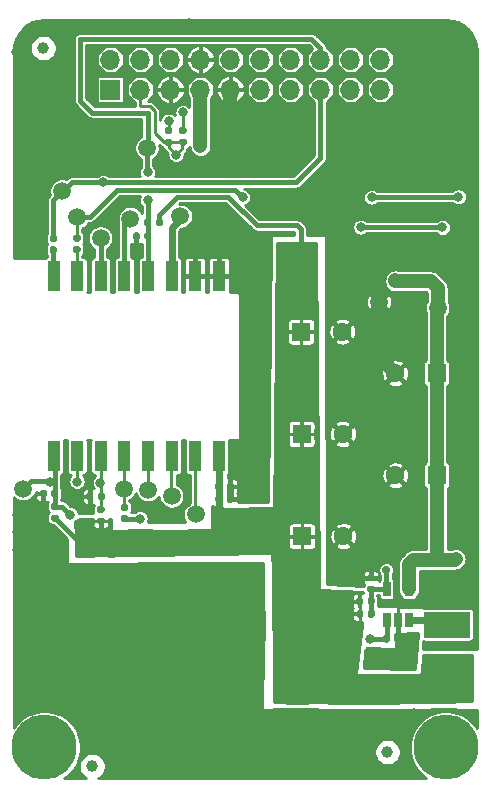
<source format=gtl>
G04 #@! TF.GenerationSoftware,KiCad,Pcbnew,(5.1.10)-1*
G04 #@! TF.CreationDate,2021-11-22T18:42:53+05:30*
G04 #@! TF.ProjectId,P-1000072_Cicada Wi-Fi,502d3130-3030-4303-9732-5f4369636164,0.1*
G04 #@! TF.SameCoordinates,PX7cee6c0PY3dfd240*
G04 #@! TF.FileFunction,Copper,L1,Top*
G04 #@! TF.FilePolarity,Positive*
%FSLAX46Y46*%
G04 Gerber Fmt 4.6, Leading zero omitted, Abs format (unit mm)*
G04 Created by KiCad (PCBNEW (5.1.10)-1) date 2021-11-22 18:42:53*
%MOMM*%
%LPD*%
G01*
G04 APERTURE LIST*
G04 #@! TA.AperFunction,SMDPad,CuDef*
%ADD10R,1.100000X2.600000*%
G04 #@! TD*
G04 #@! TA.AperFunction,ComponentPad*
%ADD11O,1.700000X1.700000*%
G04 #@! TD*
G04 #@! TA.AperFunction,ComponentPad*
%ADD12R,1.700000X1.700000*%
G04 #@! TD*
G04 #@! TA.AperFunction,ComponentPad*
%ADD13C,1.600000*%
G04 #@! TD*
G04 #@! TA.AperFunction,ComponentPad*
%ADD14R,1.600000X1.600000*%
G04 #@! TD*
G04 #@! TA.AperFunction,SMDPad,CuDef*
%ADD15C,1.500000*%
G04 #@! TD*
G04 #@! TA.AperFunction,SMDPad,CuDef*
%ADD16R,3.900000X2.200000*%
G04 #@! TD*
G04 #@! TA.AperFunction,SMDPad,CuDef*
%ADD17R,0.650000X1.220000*%
G04 #@! TD*
G04 #@! TA.AperFunction,ComponentPad*
%ADD18C,5.500000*%
G04 #@! TD*
G04 #@! TA.AperFunction,SMDPad,CuDef*
%ADD19C,1.000000*%
G04 #@! TD*
G04 #@! TA.AperFunction,ViaPad*
%ADD20C,0.800000*%
G04 #@! TD*
G04 #@! TA.AperFunction,ViaPad*
%ADD21C,0.700000*%
G04 #@! TD*
G04 #@! TA.AperFunction,Conductor*
%ADD22C,0.250000*%
G04 #@! TD*
G04 #@! TA.AperFunction,Conductor*
%ADD23C,1.200000*%
G04 #@! TD*
G04 #@! TA.AperFunction,Conductor*
%ADD24C,0.400000*%
G04 #@! TD*
G04 #@! TA.AperFunction,Conductor*
%ADD25C,0.600000*%
G04 #@! TD*
G04 #@! TA.AperFunction,Conductor*
%ADD26C,0.254000*%
G04 #@! TD*
G04 #@! TA.AperFunction,Conductor*
%ADD27C,0.100000*%
G04 #@! TD*
G04 APERTURE END LIST*
D10*
X-14220000Y-17110000D03*
X-12220000Y-17110000D03*
X-6220000Y-17110000D03*
X-4220000Y-32310000D03*
X-4220000Y-17110000D03*
X-2220000Y-32310000D03*
X-12220000Y-32310000D03*
X-16220000Y-17110000D03*
X-8220000Y-32310000D03*
X-10220000Y-17110000D03*
X-8220000Y-17110000D03*
X-6220000Y-32310000D03*
X-10220000Y-32310000D03*
X-2220000Y-17110000D03*
X-14220000Y-32310000D03*
X-16220000Y-32310000D03*
D11*
X11455400Y1244600D03*
X11455400Y-1295400D03*
X8915400Y1244600D03*
X8915400Y-1295400D03*
X6375400Y1244600D03*
X6375400Y-1295400D03*
X3835400Y1244600D03*
X3835400Y-1295400D03*
X1295400Y1244600D03*
X1295400Y-1295400D03*
X-1244600Y1244600D03*
X-1244600Y-1295400D03*
X-3784600Y1244600D03*
X-3784600Y-1295400D03*
X-6324600Y1244600D03*
X-6324600Y-1295400D03*
X-8864600Y1244600D03*
X-8864600Y-1295400D03*
X-11404600Y1244600D03*
D12*
X-11404600Y-1295400D03*
D13*
X8280400Y-30457140D03*
D14*
X4780400Y-30457140D03*
D13*
X8239760Y-21798280D03*
D14*
X4739760Y-21798280D03*
G04 #@! TA.AperFunction,SMDPad,CuDef*
G36*
G01*
X-16413260Y-14581500D02*
X-16068260Y-14581500D01*
G75*
G02*
X-15920760Y-14729000I0J-147500D01*
G01*
X-15920760Y-15024000D01*
G75*
G02*
X-16068260Y-15171500I-147500J0D01*
G01*
X-16413260Y-15171500D01*
G75*
G02*
X-16560760Y-15024000I0J147500D01*
G01*
X-16560760Y-14729000D01*
G75*
G02*
X-16413260Y-14581500I147500J0D01*
G01*
G37*
G04 #@! TD.AperFunction*
G04 #@! TA.AperFunction,SMDPad,CuDef*
G36*
G01*
X-16413260Y-13611500D02*
X-16068260Y-13611500D01*
G75*
G02*
X-15920760Y-13759000I0J-147500D01*
G01*
X-15920760Y-14054000D01*
G75*
G02*
X-16068260Y-14201500I-147500J0D01*
G01*
X-16413260Y-14201500D01*
G75*
G02*
X-16560760Y-14054000I0J147500D01*
G01*
X-16560760Y-13759000D01*
G75*
G02*
X-16413260Y-13611500I147500J0D01*
G01*
G37*
G04 #@! TD.AperFunction*
G04 #@! TA.AperFunction,SMDPad,CuDef*
G36*
G01*
X-14424440Y-14546220D02*
X-14079440Y-14546220D01*
G75*
G02*
X-13931940Y-14693720I0J-147500D01*
G01*
X-13931940Y-14988720D01*
G75*
G02*
X-14079440Y-15136220I-147500J0D01*
G01*
X-14424440Y-15136220D01*
G75*
G02*
X-14571940Y-14988720I0J147500D01*
G01*
X-14571940Y-14693720D01*
G75*
G02*
X-14424440Y-14546220I147500J0D01*
G01*
G37*
G04 #@! TD.AperFunction*
G04 #@! TA.AperFunction,SMDPad,CuDef*
G36*
G01*
X-14424440Y-13576220D02*
X-14079440Y-13576220D01*
G75*
G02*
X-13931940Y-13723720I0J-147500D01*
G01*
X-13931940Y-14018720D01*
G75*
G02*
X-14079440Y-14166220I-147500J0D01*
G01*
X-14424440Y-14166220D01*
G75*
G02*
X-14571940Y-14018720I0J147500D01*
G01*
X-14571940Y-13723720D01*
G75*
G02*
X-14424440Y-13576220I147500J0D01*
G01*
G37*
G04 #@! TD.AperFunction*
G04 #@! TA.AperFunction,SMDPad,CuDef*
G36*
G01*
X-10390920Y-37322120D02*
X-10045920Y-37322120D01*
G75*
G02*
X-9898420Y-37469620I0J-147500D01*
G01*
X-9898420Y-37764620D01*
G75*
G02*
X-10045920Y-37912120I-147500J0D01*
G01*
X-10390920Y-37912120D01*
G75*
G02*
X-10538420Y-37764620I0J147500D01*
G01*
X-10538420Y-37469620D01*
G75*
G02*
X-10390920Y-37322120I147500J0D01*
G01*
G37*
G04 #@! TD.AperFunction*
G04 #@! TA.AperFunction,SMDPad,CuDef*
G36*
G01*
X-10390920Y-36352120D02*
X-10045920Y-36352120D01*
G75*
G02*
X-9898420Y-36499620I0J-147500D01*
G01*
X-9898420Y-36794620D01*
G75*
G02*
X-10045920Y-36942120I-147500J0D01*
G01*
X-10390920Y-36942120D01*
G75*
G02*
X-10538420Y-36794620I0J147500D01*
G01*
X-10538420Y-36499620D01*
G75*
G02*
X-10390920Y-36352120I147500J0D01*
G01*
G37*
G04 #@! TD.AperFunction*
G04 #@! TA.AperFunction,SMDPad,CuDef*
G36*
G01*
X-7944480Y-12375100D02*
X-7944480Y-12720100D01*
G75*
G02*
X-8091980Y-12867600I-147500J0D01*
G01*
X-8386980Y-12867600D01*
G75*
G02*
X-8534480Y-12720100I0J147500D01*
G01*
X-8534480Y-12375100D01*
G75*
G02*
X-8386980Y-12227600I147500J0D01*
G01*
X-8091980Y-12227600D01*
G75*
G02*
X-7944480Y-12375100I0J-147500D01*
G01*
G37*
G04 #@! TD.AperFunction*
G04 #@! TA.AperFunction,SMDPad,CuDef*
G36*
G01*
X-6974480Y-12375100D02*
X-6974480Y-12720100D01*
G75*
G02*
X-7121980Y-12867600I-147500J0D01*
G01*
X-7416980Y-12867600D01*
G75*
G02*
X-7564480Y-12720100I0J147500D01*
G01*
X-7564480Y-12375100D01*
G75*
G02*
X-7416980Y-12227600I147500J0D01*
G01*
X-7121980Y-12227600D01*
G75*
G02*
X-6974480Y-12375100I0J-147500D01*
G01*
G37*
G04 #@! TD.AperFunction*
G04 #@! TA.AperFunction,SMDPad,CuDef*
G36*
G01*
X-15948880Y-36899220D02*
X-16293880Y-36899220D01*
G75*
G02*
X-16441380Y-36751720I0J147500D01*
G01*
X-16441380Y-36456720D01*
G75*
G02*
X-16293880Y-36309220I147500J0D01*
G01*
X-15948880Y-36309220D01*
G75*
G02*
X-15801380Y-36456720I0J-147500D01*
G01*
X-15801380Y-36751720D01*
G75*
G02*
X-15948880Y-36899220I-147500J0D01*
G01*
G37*
G04 #@! TD.AperFunction*
G04 #@! TA.AperFunction,SMDPad,CuDef*
G36*
G01*
X-15948880Y-37869220D02*
X-16293880Y-37869220D01*
G75*
G02*
X-16441380Y-37721720I0J147500D01*
G01*
X-16441380Y-37426720D01*
G75*
G02*
X-16293880Y-37279220I147500J0D01*
G01*
X-15948880Y-37279220D01*
G75*
G02*
X-15801380Y-37426720I0J-147500D01*
G01*
X-15801380Y-37721720D01*
G75*
G02*
X-15948880Y-37869220I-147500J0D01*
G01*
G37*
G04 #@! TD.AperFunction*
G04 #@! TA.AperFunction,SMDPad,CuDef*
G36*
G01*
X-12397520Y-37543380D02*
X-12052520Y-37543380D01*
G75*
G02*
X-11905020Y-37690880I0J-147500D01*
G01*
X-11905020Y-37985880D01*
G75*
G02*
X-12052520Y-38133380I-147500J0D01*
G01*
X-12397520Y-38133380D01*
G75*
G02*
X-12545020Y-37985880I0J147500D01*
G01*
X-12545020Y-37690880D01*
G75*
G02*
X-12397520Y-37543380I147500J0D01*
G01*
G37*
G04 #@! TD.AperFunction*
G04 #@! TA.AperFunction,SMDPad,CuDef*
G36*
G01*
X-12397520Y-36573380D02*
X-12052520Y-36573380D01*
G75*
G02*
X-11905020Y-36720880I0J-147500D01*
G01*
X-11905020Y-37015880D01*
G75*
G02*
X-12052520Y-37163380I-147500J0D01*
G01*
X-12397520Y-37163380D01*
G75*
G02*
X-12545020Y-37015880I0J147500D01*
G01*
X-12545020Y-36720880D01*
G75*
G02*
X-12397520Y-36573380I147500J0D01*
G01*
G37*
G04 #@! TD.AperFunction*
G04 #@! TA.AperFunction,SMDPad,CuDef*
G36*
G01*
X-8534760Y-13883420D02*
X-8534760Y-13538420D01*
G75*
G02*
X-8387260Y-13390920I147500J0D01*
G01*
X-8092260Y-13390920D01*
G75*
G02*
X-7944760Y-13538420I0J-147500D01*
G01*
X-7944760Y-13883420D01*
G75*
G02*
X-8092260Y-14030920I-147500J0D01*
G01*
X-8387260Y-14030920D01*
G75*
G02*
X-8534760Y-13883420I0J147500D01*
G01*
G37*
G04 #@! TD.AperFunction*
G04 #@! TA.AperFunction,SMDPad,CuDef*
G36*
G01*
X-9504760Y-13883420D02*
X-9504760Y-13538420D01*
G75*
G02*
X-9357260Y-13390920I147500J0D01*
G01*
X-9062260Y-13390920D01*
G75*
G02*
X-8914760Y-13538420I0J-147500D01*
G01*
X-8914760Y-13883420D01*
G75*
G02*
X-9062260Y-14030920I-147500J0D01*
G01*
X-9357260Y-14030920D01*
G75*
G02*
X-9504760Y-13883420I0J147500D01*
G01*
G37*
G04 #@! TD.AperFunction*
G04 #@! TA.AperFunction,SMDPad,CuDef*
G36*
G01*
X-1935120Y-35796440D02*
X-1935120Y-36141440D01*
G75*
G02*
X-2082620Y-36288940I-147500J0D01*
G01*
X-2377620Y-36288940D01*
G75*
G02*
X-2525120Y-36141440I0J147500D01*
G01*
X-2525120Y-35796440D01*
G75*
G02*
X-2377620Y-35648940I147500J0D01*
G01*
X-2082620Y-35648940D01*
G75*
G02*
X-1935120Y-35796440I0J-147500D01*
G01*
G37*
G04 #@! TD.AperFunction*
G04 #@! TA.AperFunction,SMDPad,CuDef*
G36*
G01*
X-965120Y-35796440D02*
X-965120Y-36141440D01*
G75*
G02*
X-1112620Y-36288940I-147500J0D01*
G01*
X-1407620Y-36288940D01*
G75*
G02*
X-1555120Y-36141440I0J147500D01*
G01*
X-1555120Y-35796440D01*
G75*
G02*
X-1407620Y-35648940I147500J0D01*
G01*
X-1112620Y-35648940D01*
G75*
G02*
X-965120Y-35796440I0J-147500D01*
G01*
G37*
G04 #@! TD.AperFunction*
G04 #@! TA.AperFunction,SMDPad,CuDef*
G36*
G01*
X-1935120Y-34724560D02*
X-1935120Y-35069560D01*
G75*
G02*
X-2082620Y-35217060I-147500J0D01*
G01*
X-2377620Y-35217060D01*
G75*
G02*
X-2525120Y-35069560I0J147500D01*
G01*
X-2525120Y-34724560D01*
G75*
G02*
X-2377620Y-34577060I147500J0D01*
G01*
X-2082620Y-34577060D01*
G75*
G02*
X-1935120Y-34724560I0J-147500D01*
G01*
G37*
G04 #@! TD.AperFunction*
G04 #@! TA.AperFunction,SMDPad,CuDef*
G36*
G01*
X-965120Y-34724560D02*
X-965120Y-35069560D01*
G75*
G02*
X-1112620Y-35217060I-147500J0D01*
G01*
X-1407620Y-35217060D01*
G75*
G02*
X-1555120Y-35069560I0J147500D01*
G01*
X-1555120Y-34724560D01*
G75*
G02*
X-1407620Y-34577060I147500J0D01*
G01*
X-1112620Y-34577060D01*
G75*
G02*
X-965120Y-34724560I0J-147500D01*
G01*
G37*
G04 #@! TD.AperFunction*
G04 #@! TA.AperFunction,SMDPad,CuDef*
G36*
G01*
X-16411300Y-35679160D02*
X-16411300Y-35334160D01*
G75*
G02*
X-16263800Y-35186660I147500J0D01*
G01*
X-15968800Y-35186660D01*
G75*
G02*
X-15821300Y-35334160I0J-147500D01*
G01*
X-15821300Y-35679160D01*
G75*
G02*
X-15968800Y-35826660I-147500J0D01*
G01*
X-16263800Y-35826660D01*
G75*
G02*
X-16411300Y-35679160I0J147500D01*
G01*
G37*
G04 #@! TD.AperFunction*
G04 #@! TA.AperFunction,SMDPad,CuDef*
G36*
G01*
X-17381300Y-35679160D02*
X-17381300Y-35334160D01*
G75*
G02*
X-17233800Y-35186660I147500J0D01*
G01*
X-16938800Y-35186660D01*
G75*
G02*
X-16791300Y-35334160I0J-147500D01*
G01*
X-16791300Y-35679160D01*
G75*
G02*
X-16938800Y-35826660I-147500J0D01*
G01*
X-17233800Y-35826660D01*
G75*
G02*
X-17381300Y-35679160I0J147500D01*
G01*
G37*
G04 #@! TD.AperFunction*
G04 #@! TA.AperFunction,SMDPad,CuDef*
G36*
G01*
X-12479380Y-35920460D02*
X-12479380Y-35575460D01*
G75*
G02*
X-12331880Y-35427960I147500J0D01*
G01*
X-12036880Y-35427960D01*
G75*
G02*
X-11889380Y-35575460I0J-147500D01*
G01*
X-11889380Y-35920460D01*
G75*
G02*
X-12036880Y-36067960I-147500J0D01*
G01*
X-12331880Y-36067960D01*
G75*
G02*
X-12479380Y-35920460I0J147500D01*
G01*
G37*
G04 #@! TD.AperFunction*
G04 #@! TA.AperFunction,SMDPad,CuDef*
G36*
G01*
X-13449380Y-35920460D02*
X-13449380Y-35575460D01*
G75*
G02*
X-13301880Y-35427960I147500J0D01*
G01*
X-13006880Y-35427960D01*
G75*
G02*
X-12859380Y-35575460I0J-147500D01*
G01*
X-12859380Y-35920460D01*
G75*
G02*
X-13006880Y-36067960I-147500J0D01*
G01*
X-13301880Y-36067960D01*
G75*
G02*
X-13449380Y-35920460I0J147500D01*
G01*
G37*
G04 #@! TD.AperFunction*
D15*
X11333480Y-19273520D03*
D13*
X12702540Y-25318720D03*
D14*
X16202540Y-25318720D03*
D13*
X12722860Y-33962340D03*
D14*
X16222860Y-33962340D03*
D16*
X17101820Y-50401380D03*
X17101820Y-46601380D03*
D15*
X-12237720Y-13873480D03*
X-14196060Y-12082780D03*
X-4239260Y-13906500D03*
X-5491480Y-12024360D03*
X-8326120Y-6253480D03*
X-9707880Y-12222480D03*
X-15499080Y-9888220D03*
X-4185920Y-37266880D03*
X-6223000Y-35727640D03*
X-8199120Y-35179000D03*
X-10251440Y-35100260D03*
X-18783300Y-35095180D03*
X4587240Y-15687040D03*
X16299180Y-19817080D03*
D17*
X11976020Y-43616880D03*
X13876020Y-43616880D03*
X13876020Y-46236880D03*
X12926020Y-46236880D03*
X11976020Y-46236880D03*
G04 #@! TA.AperFunction,SMDPad,CuDef*
G36*
G01*
X10827800Y-42923820D02*
X10482800Y-42923820D01*
G75*
G02*
X10335300Y-42776320I0J147500D01*
G01*
X10335300Y-42481320D01*
G75*
G02*
X10482800Y-42333820I147500J0D01*
G01*
X10827800Y-42333820D01*
G75*
G02*
X10975300Y-42481320I0J-147500D01*
G01*
X10975300Y-42776320D01*
G75*
G02*
X10827800Y-42923820I-147500J0D01*
G01*
G37*
G04 #@! TD.AperFunction*
G04 #@! TA.AperFunction,SMDPad,CuDef*
G36*
G01*
X10827800Y-43893820D02*
X10482800Y-43893820D01*
G75*
G02*
X10335300Y-43746320I0J147500D01*
G01*
X10335300Y-43451320D01*
G75*
G02*
X10482800Y-43303820I147500J0D01*
G01*
X10827800Y-43303820D01*
G75*
G02*
X10975300Y-43451320I0J-147500D01*
G01*
X10975300Y-43746320D01*
G75*
G02*
X10827800Y-43893820I-147500J0D01*
G01*
G37*
G04 #@! TD.AperFunction*
G04 #@! TA.AperFunction,SMDPad,CuDef*
G36*
G01*
X10372860Y-44797760D02*
X10372860Y-44452760D01*
G75*
G02*
X10520360Y-44305260I147500J0D01*
G01*
X10815360Y-44305260D01*
G75*
G02*
X10962860Y-44452760I0J-147500D01*
G01*
X10962860Y-44797760D01*
G75*
G02*
X10815360Y-44945260I-147500J0D01*
G01*
X10520360Y-44945260D01*
G75*
G02*
X10372860Y-44797760I0J147500D01*
G01*
G37*
G04 #@! TD.AperFunction*
G04 #@! TA.AperFunction,SMDPad,CuDef*
G36*
G01*
X9402860Y-44797760D02*
X9402860Y-44452760D01*
G75*
G02*
X9550360Y-44305260I147500J0D01*
G01*
X9845360Y-44305260D01*
G75*
G02*
X9992860Y-44452760I0J-147500D01*
G01*
X9992860Y-44797760D01*
G75*
G02*
X9845360Y-44945260I-147500J0D01*
G01*
X9550360Y-44945260D01*
G75*
G02*
X9402860Y-44797760I0J147500D01*
G01*
G37*
G04 #@! TD.AperFunction*
G04 #@! TA.AperFunction,SMDPad,CuDef*
G36*
G01*
X12656460Y-47965140D02*
X12656460Y-47620140D01*
G75*
G02*
X12803960Y-47472640I147500J0D01*
G01*
X13098960Y-47472640D01*
G75*
G02*
X13246460Y-47620140I0J-147500D01*
G01*
X13246460Y-47965140D01*
G75*
G02*
X13098960Y-48112640I-147500J0D01*
G01*
X12803960Y-48112640D01*
G75*
G02*
X12656460Y-47965140I0J147500D01*
G01*
G37*
G04 #@! TD.AperFunction*
G04 #@! TA.AperFunction,SMDPad,CuDef*
G36*
G01*
X11686460Y-47965140D02*
X11686460Y-47620140D01*
G75*
G02*
X11833960Y-47472640I147500J0D01*
G01*
X12128960Y-47472640D01*
G75*
G02*
X12276460Y-47620140I0J-147500D01*
G01*
X12276460Y-47965140D01*
G75*
G02*
X12128960Y-48112640I-147500J0D01*
G01*
X11833960Y-48112640D01*
G75*
G02*
X11686460Y-47965140I0J147500D01*
G01*
G37*
G04 #@! TD.AperFunction*
D13*
X8315840Y-39116000D03*
D14*
X4815840Y-39116000D03*
G04 #@! TA.AperFunction,SMDPad,CuDef*
G36*
G01*
X14238290Y-50360400D02*
X13325790Y-50360400D01*
G75*
G02*
X13082040Y-50116650I0J243750D01*
G01*
X13082040Y-49629150D01*
G75*
G02*
X13325790Y-49385400I243750J0D01*
G01*
X14238290Y-49385400D01*
G75*
G02*
X14482040Y-49629150I0J-243750D01*
G01*
X14482040Y-50116650D01*
G75*
G02*
X14238290Y-50360400I-243750J0D01*
G01*
G37*
G04 #@! TD.AperFunction*
G04 #@! TA.AperFunction,SMDPad,CuDef*
G36*
G01*
X14238290Y-52235400D02*
X13325790Y-52235400D01*
G75*
G02*
X13082040Y-51991650I0J243750D01*
G01*
X13082040Y-51504150D01*
G75*
G02*
X13325790Y-51260400I243750J0D01*
G01*
X14238290Y-51260400D01*
G75*
G02*
X14482040Y-51504150I0J-243750D01*
G01*
X14482040Y-51991650D01*
G75*
G02*
X14238290Y-52235400I-243750J0D01*
G01*
G37*
G04 #@! TD.AperFunction*
G04 #@! TA.AperFunction,SMDPad,CuDef*
G36*
G01*
X12267910Y-50274640D02*
X11755410Y-50274640D01*
G75*
G02*
X11536660Y-50055890I0J218750D01*
G01*
X11536660Y-49618390D01*
G75*
G02*
X11755410Y-49399640I218750J0D01*
G01*
X12267910Y-49399640D01*
G75*
G02*
X12486660Y-49618390I0J-218750D01*
G01*
X12486660Y-50055890D01*
G75*
G02*
X12267910Y-50274640I-218750J0D01*
G01*
G37*
G04 #@! TD.AperFunction*
G04 #@! TA.AperFunction,SMDPad,CuDef*
G36*
G01*
X12267910Y-51849640D02*
X11755410Y-51849640D01*
G75*
G02*
X11536660Y-51630890I0J218750D01*
G01*
X11536660Y-51193390D01*
G75*
G02*
X11755410Y-50974640I218750J0D01*
G01*
X12267910Y-50974640D01*
G75*
G02*
X12486660Y-51193390I0J-218750D01*
G01*
X12486660Y-51630890D01*
G75*
G02*
X12267910Y-51849640I-218750J0D01*
G01*
G37*
G04 #@! TD.AperFunction*
G04 #@! TA.AperFunction,SMDPad,CuDef*
G36*
G01*
X10383160Y-45851860D02*
X10383160Y-45506860D01*
G75*
G02*
X10530660Y-45359360I147500J0D01*
G01*
X10825660Y-45359360D01*
G75*
G02*
X10973160Y-45506860I0J-147500D01*
G01*
X10973160Y-45851860D01*
G75*
G02*
X10825660Y-45999360I-147500J0D01*
G01*
X10530660Y-45999360D01*
G75*
G02*
X10383160Y-45851860I0J147500D01*
G01*
G37*
G04 #@! TD.AperFunction*
G04 #@! TA.AperFunction,SMDPad,CuDef*
G36*
G01*
X9413160Y-45851860D02*
X9413160Y-45506860D01*
G75*
G02*
X9560660Y-45359360I147500J0D01*
G01*
X9855660Y-45359360D01*
G75*
G02*
X10003160Y-45506860I0J-147500D01*
G01*
X10003160Y-45851860D01*
G75*
G02*
X9855660Y-45999360I-147500J0D01*
G01*
X9560660Y-45999360D01*
G75*
G02*
X9413160Y-45851860I0J147500D01*
G01*
G37*
G04 #@! TD.AperFunction*
G04 #@! TA.AperFunction,SMDPad,CuDef*
G36*
G01*
X15439070Y-42484700D02*
X16351570Y-42484700D01*
G75*
G02*
X16595320Y-42728450I0J-243750D01*
G01*
X16595320Y-43215950D01*
G75*
G02*
X16351570Y-43459700I-243750J0D01*
G01*
X15439070Y-43459700D01*
G75*
G02*
X15195320Y-43215950I0J243750D01*
G01*
X15195320Y-42728450D01*
G75*
G02*
X15439070Y-42484700I243750J0D01*
G01*
G37*
G04 #@! TD.AperFunction*
G04 #@! TA.AperFunction,SMDPad,CuDef*
G36*
G01*
X15439070Y-40609700D02*
X16351570Y-40609700D01*
G75*
G02*
X16595320Y-40853450I0J-243750D01*
G01*
X16595320Y-41340950D01*
G75*
G02*
X16351570Y-41584700I-243750J0D01*
G01*
X15439070Y-41584700D01*
G75*
G02*
X15195320Y-41340950I0J243750D01*
G01*
X15195320Y-40853450D01*
G75*
G02*
X15439070Y-40609700I243750J0D01*
G01*
G37*
G04 #@! TD.AperFunction*
G04 #@! TA.AperFunction,SMDPad,CuDef*
G36*
G01*
X17564390Y-42188880D02*
X18076890Y-42188880D01*
G75*
G02*
X18295640Y-42407630I0J-218750D01*
G01*
X18295640Y-42845130D01*
G75*
G02*
X18076890Y-43063880I-218750J0D01*
G01*
X17564390Y-43063880D01*
G75*
G02*
X17345640Y-42845130I0J218750D01*
G01*
X17345640Y-42407630D01*
G75*
G02*
X17564390Y-42188880I218750J0D01*
G01*
G37*
G04 #@! TD.AperFunction*
G04 #@! TA.AperFunction,SMDPad,CuDef*
G36*
G01*
X17564390Y-40613880D02*
X18076890Y-40613880D01*
G75*
G02*
X18295640Y-40832630I0J-218750D01*
G01*
X18295640Y-41270130D01*
G75*
G02*
X18076890Y-41488880I-218750J0D01*
G01*
X17564390Y-41488880D01*
G75*
G02*
X17345640Y-41270130I0J218750D01*
G01*
X17345640Y-40832630D01*
G75*
G02*
X17564390Y-40613880I218750J0D01*
G01*
G37*
G04 #@! TD.AperFunction*
D18*
X-17000000Y-57000000D03*
D19*
X12040000Y-57390000D03*
X-12948920Y-58592720D03*
X-17090000Y2220000D03*
D18*
X17000000Y-57000000D03*
G04 #@! TA.AperFunction,SMDPad,CuDef*
G36*
G01*
X-6304500Y-5083040D02*
X-6649500Y-5083040D01*
G75*
G02*
X-6797000Y-4935540I0J147500D01*
G01*
X-6797000Y-4640540D01*
G75*
G02*
X-6649500Y-4493040I147500J0D01*
G01*
X-6304500Y-4493040D01*
G75*
G02*
X-6157000Y-4640540I0J-147500D01*
G01*
X-6157000Y-4935540D01*
G75*
G02*
X-6304500Y-5083040I-147500J0D01*
G01*
G37*
G04 #@! TD.AperFunction*
G04 #@! TA.AperFunction,SMDPad,CuDef*
G36*
G01*
X-6304500Y-6053040D02*
X-6649500Y-6053040D01*
G75*
G02*
X-6797000Y-5905540I0J147500D01*
G01*
X-6797000Y-5610540D01*
G75*
G02*
X-6649500Y-5463040I147500J0D01*
G01*
X-6304500Y-5463040D01*
G75*
G02*
X-6157000Y-5610540I0J-147500D01*
G01*
X-6157000Y-5905540D01*
G75*
G02*
X-6304500Y-6053040I-147500J0D01*
G01*
G37*
G04 #@! TD.AperFunction*
G04 #@! TA.AperFunction,SMDPad,CuDef*
G36*
G01*
X-5105620Y-5070480D02*
X-5450620Y-5070480D01*
G75*
G02*
X-5598120Y-4922980I0J147500D01*
G01*
X-5598120Y-4627980D01*
G75*
G02*
X-5450620Y-4480480I147500J0D01*
G01*
X-5105620Y-4480480D01*
G75*
G02*
X-4958120Y-4627980I0J-147500D01*
G01*
X-4958120Y-4922980D01*
G75*
G02*
X-5105620Y-5070480I-147500J0D01*
G01*
G37*
G04 #@! TD.AperFunction*
G04 #@! TA.AperFunction,SMDPad,CuDef*
G36*
G01*
X-5105620Y-6040480D02*
X-5450620Y-6040480D01*
G75*
G02*
X-5598120Y-5892980I0J147500D01*
G01*
X-5598120Y-5597980D01*
G75*
G02*
X-5450620Y-5450480I147500J0D01*
G01*
X-5105620Y-5450480D01*
G75*
G02*
X-4958120Y-5597980I0J-147500D01*
G01*
X-4958120Y-5892980D01*
G75*
G02*
X-5105620Y-6040480I-147500J0D01*
G01*
G37*
G04 #@! TD.AperFunction*
D20*
X-1244600Y-3854600D03*
X15313660Y-14988540D03*
X15320000Y-11300000D03*
X11340000Y-14130000D03*
X5050000Y-6760000D03*
X14102080Y-48595280D03*
X16810000Y-6290000D03*
X10150000Y-4440000D03*
X13600000Y-2840000D03*
X12380000Y-4690000D03*
X15470000Y-1900000D03*
X14390000Y1330000D03*
X16790000Y490000D03*
X16430000Y-4500000D03*
X13240000Y-590000D03*
X4540000Y-3660000D03*
X1350000Y-3540000D03*
X3420000Y-5250000D03*
X2820000Y-3900000D03*
X7777480Y-5072380D03*
X7962900Y-3787140D03*
X15412720Y-78740D03*
X13078460Y2255520D03*
X-19296380Y-37315140D03*
X-15273020Y-34483040D03*
X-17089120Y-37226240D03*
X-19334480Y-38780720D03*
X-19212560Y-41991280D03*
X-19222720Y-45018960D03*
X-19197320Y-47127160D03*
X-19212560Y-49575720D03*
X-19136360Y-51709320D03*
X-19039840Y-53939440D03*
X-13299440Y-55859680D03*
X-10789920Y-59227720D03*
X-8392160Y-59136280D03*
X-5308600Y-59273440D03*
X-3286760Y-59303920D03*
X-1391920Y-59222640D03*
X574040Y-59156600D03*
X2661920Y-59166760D03*
X5247640Y-59176920D03*
X7945120Y-59197240D03*
X9728200Y-59182000D03*
X12522200Y-59207400D03*
X12176760Y-54457600D03*
X10713720Y-55991760D03*
X10093960Y-57627520D03*
X6812280Y-54218840D03*
X10464800Y-54422040D03*
X8691880Y-54391560D03*
X16570960Y-44323000D03*
X18684240Y-44048680D03*
X8255000Y-24597360D03*
X9987280Y-26598880D03*
X11557000Y-28986480D03*
X10281920Y-31800800D03*
X8117840Y-33233360D03*
X8417560Y-36322000D03*
X10932160Y-35057080D03*
X12034520Y-38338760D03*
X13075920Y-30927040D03*
X14345920Y-36581080D03*
X8950960Y-41879520D03*
X7960360Y-27802840D03*
X11325860Y-23035260D03*
X13507720Y-21092160D03*
X8204200Y-18171160D03*
X8026400Y-11938000D03*
X3002280Y-11988800D03*
X-3103880Y-11704320D03*
X-1188720Y-11866880D03*
X-10271760Y-7086600D03*
X-10601960Y-5090160D03*
X-9403080Y-4490720D03*
X-290580Y-6249420D03*
X1601680Y-6760000D03*
X599440Y-5069840D03*
X11213040Y-6760000D03*
X8942280Y-6760000D03*
X14027360Y-6760000D03*
X15320000Y-9206240D03*
X10048240Y-17602200D03*
X10165080Y-15234920D03*
X13487400Y-23484840D03*
X13700760Y-27249120D03*
X13776960Y-29225240D03*
X17795240Y-14874240D03*
X19273520Y-12771120D03*
X18633440Y-16154400D03*
X17505680Y-16819880D03*
X18780760Y-18552160D03*
X18338800Y-20447000D03*
X18166080Y-22707600D03*
X19166840Y-23845520D03*
X18917920Y-25709880D03*
X19182080Y-27792680D03*
X18872200Y-29570680D03*
X18872200Y-34163000D03*
X18303240Y-37571680D03*
X19253200Y-39557960D03*
X17830800Y-39182040D03*
X-14975840Y2788920D03*
X-17124680Y4104640D03*
X-19364960Y1889760D03*
X-15483840Y711200D03*
X11506200Y-21132800D03*
X-7757160Y-36824920D03*
X-4973320Y-34508440D03*
X-16189960Y-39918640D03*
X-15773400Y-41813480D03*
X-14432280Y-42082720D03*
X-12999720Y-42158920D03*
X-11689080Y-42103040D03*
X-10408920Y-41960800D03*
X-1442720Y-41843960D03*
X-1402080Y-43322240D03*
X-1407160Y-44907200D03*
X-1554480Y-46400720D03*
X-1264920Y-47873920D03*
X-2926080Y-41843960D03*
X-8905240Y-41925240D03*
X-6019800Y-41818560D03*
X-4485640Y-41899840D03*
X-7421880Y-41869360D03*
X-11882120Y-57292240D03*
X-14513560Y4226560D03*
X-12161520Y4211320D03*
X-10210800Y4226560D03*
X-7386320Y4262120D03*
X-4770120Y4297680D03*
X-2346960Y4124960D03*
X7020560Y3048000D03*
X-4521200Y-7945120D03*
X-6985000Y-7355840D03*
X-9743440Y-8270240D03*
X19080480Y-21635720D03*
X19161760Y-31638240D03*
X19395440Y-36291520D03*
X1473200Y-30353000D03*
X1661160Y-27142440D03*
X1442720Y-24871680D03*
X1722120Y-22382480D03*
X1600200Y-20721320D03*
X1691640Y-17708880D03*
X955040Y-19613880D03*
X584200Y-13954760D03*
X-2204720Y-14025880D03*
X-817880Y-15300960D03*
X-563880Y-17012920D03*
X-45720Y-18877280D03*
X30480Y-21569680D03*
X111760Y-23713440D03*
X35560Y-26436320D03*
X187960Y-28326080D03*
X299720Y-30256480D03*
X-706120Y-31623000D03*
X-518160Y-33604200D03*
X355600Y-35524440D03*
X604520Y-32913320D03*
X1600200Y-31912560D03*
X1630680Y-34081720D03*
X-538480Y-54422040D03*
X-3439160Y-54391560D03*
X863600Y-54422040D03*
X-1869440Y-54320440D03*
D21*
X-985520Y-49514760D03*
D20*
X-1137920Y-50881280D03*
X-5029200Y-47685960D03*
X-4668520Y-53741320D03*
X-1371600Y-52613560D03*
X-5400040Y-49154080D03*
X4917440Y-54508400D03*
X2026920Y-54391560D03*
X3393440Y-54356000D03*
X13213080Y-54447440D03*
X14320520Y-54117240D03*
X13766800Y-55737760D03*
X13487400Y-56713120D03*
X13538200Y-57810400D03*
X13929360Y-59232800D03*
X10972800Y-59136280D03*
X6609080Y-59110880D03*
X3876040Y-59192160D03*
X-6624320Y-59105800D03*
X-9641840Y-59019440D03*
X-14030960Y-54660800D03*
X-14940280Y-53868320D03*
X-16504920Y-53522880D03*
X-17729200Y-53665120D03*
X-19298920Y-40299640D03*
X-19171920Y-43413680D03*
X-16748760Y-44079160D03*
X-8016240Y-44790360D03*
X-4572000Y-43530520D03*
X-11384280Y-44079160D03*
X-7731760Y-47945040D03*
X-12948920Y-48066960D03*
X-12547600Y-45547280D03*
X-7305040Y-52384960D03*
X-14660880Y-49372520D03*
X-10149840Y-53334920D03*
X-8453120Y-57195720D03*
X-9972040Y-50073560D03*
X-16337280Y-47035720D03*
X-12832080Y-51882040D03*
X-4775200Y-55971440D03*
X-2032000Y-57312560D03*
X-7289800Y-54919880D03*
X477520Y-55910480D03*
X3804920Y-57779920D03*
X3103880Y-55971440D03*
X1529080Y-57952640D03*
X6837680Y-57017920D03*
X5440680Y-56088280D03*
X9174480Y-55676800D03*
X8417560Y-57952640D03*
X10581640Y-49911000D03*
X14137640Y-47635160D03*
X10927080Y-49077880D03*
X12075160Y-48981360D03*
X13111480Y-48874680D03*
X-9260840Y-14808200D03*
X-11318240Y-11582400D03*
X18060000Y-10380000D03*
X10720000Y-10410000D03*
X-220000Y-10410000D03*
X-12030000Y-9160000D03*
X-5278120Y-3230880D03*
X-6477000Y-3967480D03*
X-12258040Y-34584640D03*
X10609580Y-47807880D03*
X-8244840Y-8305800D03*
X-8255000Y-10673080D03*
X-3784600Y-6060440D03*
X12590000Y-17460000D03*
X16710000Y-12960000D03*
X9794999Y-12944999D03*
X-8897900Y-37617120D03*
X-14813280Y-37284660D03*
X-16484600Y-34523680D03*
X-1490980Y-39565580D03*
X4770120Y-18430240D03*
D21*
X11955780Y-41960800D03*
D20*
X-5847080Y-6797040D03*
X-14235680Y-34487100D03*
D22*
X12926020Y-44889380D02*
X12926020Y-46236880D01*
X12923520Y-44886880D02*
X12926020Y-44889380D01*
X12948920Y-46259780D02*
X12926020Y-46236880D01*
D23*
X-1244600Y-1295400D02*
X-1244600Y-3854600D01*
D22*
X12926020Y-44889380D02*
X14465640Y-44889380D01*
X-4235680Y-13910080D02*
X-4239260Y-13906500D01*
D24*
X-4235680Y-17139280D02*
X-4235680Y-13910080D01*
X12959080Y-47785020D02*
X12951460Y-47792640D01*
X12951460Y-46262320D02*
X12926020Y-46236880D01*
X12951460Y-47792640D02*
X12951460Y-46262320D01*
D22*
X15895320Y-43459700D02*
X15895320Y-42972200D01*
X14465640Y-44889380D02*
X15895320Y-43459700D01*
X17474820Y-42972200D02*
X17820640Y-42626380D01*
D25*
X-1260120Y-34897060D02*
X-1260120Y-35412960D01*
X-1260120Y-35412960D02*
X-1260120Y-35968940D01*
D23*
X15313660Y-14988540D02*
X12283440Y-14988540D01*
X12283440Y-14988540D02*
X11325860Y-15946120D01*
X11325860Y-23942040D02*
X12702540Y-25318720D01*
X11325860Y-15946120D02*
X11325860Y-19692620D01*
X11325860Y-23035260D02*
X11325860Y-23942040D01*
X11325860Y-19692620D02*
X11325860Y-23035260D01*
D22*
X-9209760Y-14757120D02*
X-9260840Y-14808200D01*
X-9209760Y-13710920D02*
X-9209760Y-14757120D01*
X-14235680Y-12122400D02*
X-14196060Y-12082780D01*
D24*
X10720000Y-10410000D02*
X10720000Y-10410000D01*
X18030000Y-10410000D02*
X18060000Y-10380000D01*
X10720000Y-10410000D02*
X18030000Y-10410000D01*
X-320000Y-10410000D02*
X-220000Y-10510000D01*
X-869990Y-9760010D02*
X-220000Y-10410000D01*
D22*
X-14251940Y-12138660D02*
X-14196060Y-12082780D01*
X-14251940Y-13871220D02*
X-14251940Y-12138660D01*
D24*
X-14196060Y-12082780D02*
X-13135400Y-12082780D01*
X-13135400Y-12082780D02*
X-10812630Y-9760010D01*
X-10812630Y-9760010D02*
X-869990Y-9760010D01*
X-14700000Y-9150000D02*
X-16238220Y-10688220D01*
X-12985282Y-9150000D02*
X-14700000Y-9150000D01*
X-12975282Y-9160000D02*
X-12985282Y-9150000D01*
X4310000Y-9160000D02*
X-12030000Y-9160000D01*
X6375400Y-7094600D02*
X4310000Y-9160000D01*
X6375400Y-1295400D02*
X6375400Y-7094600D01*
X-12030000Y-9160000D02*
X-12975282Y-9160000D01*
X-16238220Y-13903960D02*
X-16240760Y-13906500D01*
X-16238220Y-10688220D02*
X-16238220Y-13903960D01*
D22*
X-5278120Y-4775480D02*
X-5278120Y-3230880D01*
X-5278120Y-3230880D02*
X-5278120Y-3230880D01*
X-6461760Y-4659799D02*
X-6477000Y-4675039D01*
X-6461760Y-3860800D02*
X-6461760Y-4659799D01*
X-12110720Y-32339280D02*
X-12235680Y-32339280D01*
X-12235680Y-32339280D02*
X-12235680Y-35415720D01*
X-12212320Y-35219640D02*
X-12197080Y-35204400D01*
X-12212320Y-36383240D02*
X-12212320Y-35219640D01*
X-12225020Y-36395940D02*
X-12212320Y-36383240D01*
X-12225020Y-36868380D02*
X-12225020Y-36395940D01*
X11976020Y-46236880D02*
X11976020Y-46642100D01*
D24*
X11981460Y-46242320D02*
X11976020Y-46236880D01*
X11981460Y-47792640D02*
X11981460Y-46242320D01*
X11966220Y-47807880D02*
X11981460Y-47792640D01*
X10609580Y-47807880D02*
X11966220Y-47807880D01*
D22*
X-16235680Y-17139280D02*
X-16235680Y-15951200D01*
D24*
X-16240760Y-17089240D02*
X-16220000Y-17110000D01*
X-16240760Y-14876500D02*
X-16240760Y-17089240D01*
D22*
X-6235680Y-32339280D02*
X-6235680Y-34404320D01*
X-6235680Y-35582880D02*
X-6088380Y-35730180D01*
X-6235680Y-34404320D02*
X-6235680Y-35582880D01*
D24*
X-8260080Y-6187440D02*
X-8326120Y-6253480D01*
X-8260080Y-3284220D02*
X-8260080Y-6187440D01*
X-8294300Y-3250000D02*
X-8260080Y-3284220D01*
X-13980000Y-2240000D02*
X-12970000Y-3250000D01*
X-13970000Y-2230000D02*
X-13980000Y-2240000D01*
X-13970000Y3002280D02*
X-13970000Y-2230000D01*
X-12970000Y-3250000D02*
X-8294300Y-3250000D01*
X5598160Y3002280D02*
X-13970000Y3002280D01*
X6375400Y2225040D02*
X5598160Y3002280D01*
X6375400Y1244600D02*
X6375400Y2225040D01*
D22*
X-8235680Y-13920200D02*
X-8219440Y-13903960D01*
D24*
X-8235680Y-17139280D02*
X-8235680Y-13920200D01*
X-8224520Y-13909040D02*
X-8235680Y-13920200D01*
X-8224520Y-12946380D02*
X-8224520Y-13909040D01*
X-8326120Y-8224520D02*
X-8244840Y-8305800D01*
X-8326120Y-6253480D02*
X-8326120Y-8224520D01*
X-8219440Y-12941300D02*
X-8224520Y-12946380D01*
X-8219440Y-11978640D02*
X-8219440Y-12941300D01*
X-8224520Y-11976380D02*
X-8224520Y-11394440D01*
X-8234680Y-11384280D02*
X-8224520Y-11394440D01*
X-8234680Y-10535920D02*
X-8234680Y-11384280D01*
D23*
X-3784600Y-1295400D02*
X-3784600Y-3914600D01*
X17774820Y-41097200D02*
X17820640Y-41051380D01*
X15895320Y-41097200D02*
X17774820Y-41097200D01*
X15195320Y-41097200D02*
X15170440Y-41122080D01*
X14233120Y-41122080D02*
X13876020Y-41479180D01*
X15170440Y-41122080D02*
X14233120Y-41122080D01*
X15895320Y-41097200D02*
X15195320Y-41097200D01*
X13876020Y-41479180D02*
X13876020Y-43616880D01*
X16202540Y-19913720D02*
X16299180Y-19817080D01*
X16202540Y-25318720D02*
X16202540Y-19913720D01*
X16299180Y-19817080D02*
X16299180Y-18102580D01*
X16299180Y-18102580D02*
X15732760Y-17536160D01*
X12725870Y-17536160D02*
X12725870Y-17460000D01*
X15732760Y-17536160D02*
X12725870Y-17536160D01*
X16202540Y-33942020D02*
X16222860Y-33962340D01*
X16202540Y-25318720D02*
X16202540Y-33942020D01*
X16222860Y-40769660D02*
X15895320Y-41097200D01*
X16222860Y-33962340D02*
X16222860Y-40769660D01*
X-3784600Y-3914600D02*
X-3784600Y-6060440D01*
D24*
X9794999Y-12944999D02*
X9794999Y-12944999D01*
X16694999Y-12944999D02*
X16710000Y-12960000D01*
X9794999Y-12944999D02*
X16694999Y-12944999D01*
X-16116300Y-36599140D02*
X-16121380Y-36604220D01*
X-16116300Y-35506660D02*
X-16116300Y-36599140D01*
X-16116300Y-32413700D02*
X-16220000Y-32310000D01*
X-18166080Y-34477960D02*
X-16116300Y-34477960D01*
X-18783300Y-35095180D02*
X-18166080Y-34477960D01*
X-16116300Y-34477960D02*
X-16116300Y-32413700D01*
X-16116300Y-35506660D02*
X-16116300Y-34477960D01*
X-8897900Y-37617120D02*
X-8897900Y-37617120D01*
X-10218420Y-37617120D02*
X-8897900Y-37617120D01*
X-16121380Y-36604220D02*
X-15493720Y-36604220D01*
X-15493720Y-36604220D02*
X-14813280Y-37284660D01*
D25*
X-2235680Y-37204320D02*
X-1365000Y-38075000D01*
X-2235680Y-32339280D02*
X-2235680Y-37204320D01*
D22*
X-12344400Y-37957760D02*
X-12225020Y-37838380D01*
X16200420Y-51302780D02*
X17101820Y-50401380D01*
D25*
X-1490980Y-37906960D02*
X-1694180Y-37703760D01*
X-12230100Y-37843460D02*
X-12225020Y-37838380D01*
D23*
X17396620Y-50401380D02*
X17101820Y-50401380D01*
D24*
X-12893040Y-39702740D02*
X-12893040Y-39268400D01*
X-12225020Y-38600380D02*
X-12225020Y-37838380D01*
X-12893040Y-39268400D02*
X-12225020Y-38600380D01*
X-13992860Y-39702740D02*
X-12893040Y-39702740D01*
X-16121380Y-37574220D02*
X-13992860Y-39702740D01*
D22*
X4693920Y-14198600D02*
X4693920Y-15021560D01*
D24*
X4693920Y-13088282D02*
X4693920Y-14198600D01*
X4394439Y-12788801D02*
X4693920Y-13088282D01*
X974799Y-12788801D02*
X4394439Y-12788801D01*
X-5755640Y-10368280D02*
X-1445722Y-10368280D01*
X-1445722Y-10368280D02*
X974799Y-12788801D01*
X-7264400Y-11877040D02*
X-5755640Y-10368280D01*
X-7264400Y-12542520D02*
X-7264400Y-11877040D01*
X-7269480Y-12547600D02*
X-7264400Y-12542520D01*
X11955780Y-43596640D02*
X11976020Y-43616880D01*
X11955780Y-41960800D02*
X11955780Y-43596640D01*
X11957960Y-43598820D02*
X11976020Y-43616880D01*
X10655300Y-43598820D02*
X11957960Y-43598820D01*
X10667860Y-43611380D02*
X10655300Y-43598820D01*
X10667860Y-44625260D02*
X10667860Y-43611380D01*
X10678160Y-44635560D02*
X10667860Y-44625260D01*
X10678160Y-45679360D02*
X10678160Y-44635560D01*
D22*
X-6464440Y-5745480D02*
X-6477000Y-5758040D01*
X-5278120Y-5745480D02*
X-6464440Y-5745480D01*
X-5847080Y-6797040D02*
X-5328920Y-6278880D01*
X-5847080Y-6797040D02*
X-6451600Y-6192520D01*
X-6451600Y-5783440D02*
X-6477000Y-5758040D01*
X-6451600Y-6192520D02*
X-6451600Y-5783440D01*
X-5328920Y-5796280D02*
X-5278120Y-5745480D01*
X-5328920Y-6278880D02*
X-5328920Y-5796280D01*
X-8864600Y-2704670D02*
X-8864600Y-1295400D01*
X-8844280Y-2724990D02*
X-8864600Y-2704670D01*
X-8076834Y-2724990D02*
X-8844280Y-2724990D01*
X-7655560Y-3146264D02*
X-8076834Y-2724990D01*
X-7655560Y-4998720D02*
X-7655560Y-3146264D01*
X-6896240Y-5758040D02*
X-7655560Y-4998720D01*
X-6477000Y-5758040D02*
X-6896240Y-5758040D01*
X16737320Y-46236880D02*
X17101820Y-46601380D01*
D25*
X13876020Y-46236880D02*
X16737320Y-46236880D01*
D22*
X-10235680Y-32339280D02*
X-10235680Y-35484320D01*
X-10251440Y-36614100D02*
X-10218420Y-36647120D01*
X-10251440Y-35100260D02*
X-10251440Y-36614100D01*
X-14235680Y-17139280D02*
X-14235680Y-16775680D01*
X-14251940Y-17078060D02*
X-14220000Y-17110000D01*
X-14251940Y-14841220D02*
X-14251940Y-17078060D01*
X-4235680Y-32339280D02*
X-4235680Y-35134320D01*
X-4235680Y-37052020D02*
X-4028440Y-37259260D01*
X-4235680Y-35134320D02*
X-4235680Y-37052020D01*
X-14235680Y-32339280D02*
X-14235680Y-34487100D01*
X-8235680Y-32339280D02*
X-8235680Y-34806620D01*
X-8235680Y-34806620D02*
X-8235680Y-34944320D01*
D25*
X-5491480Y-12024360D02*
X-5491480Y-12252960D01*
X-6220000Y-12981480D02*
X-6220000Y-17110000D01*
X-5491480Y-12252960D02*
X-6220000Y-12981480D01*
D22*
X-10210800Y-17114400D02*
X-10235680Y-17139280D01*
D24*
X-10220000Y-12734600D02*
X-9707880Y-12222480D01*
X-10220000Y-17110000D02*
X-10220000Y-12734600D01*
D22*
X-12235680Y-17139280D02*
X-12235680Y-16193000D01*
X-12235680Y-17139280D02*
X-12235680Y-16045680D01*
X-12235680Y-13875520D02*
X-12237720Y-13873480D01*
D24*
X-12235680Y-17139280D02*
X-12235680Y-13875520D01*
D26*
X14390226Y-50327034D02*
X10068398Y-50307847D01*
X10178437Y-48863588D01*
X10281433Y-48611424D01*
X12617113Y-48640990D01*
X12641918Y-48638863D01*
X12665832Y-48631938D01*
X12687935Y-48620481D01*
X12707379Y-48604932D01*
X12723415Y-48585888D01*
X12735428Y-48564082D01*
X12742956Y-48540351D01*
X12745695Y-48511481D01*
X12722829Y-47359013D01*
X14603132Y-47332311D01*
X14390226Y-50327034D01*
G04 #@! TA.AperFunction,Conductor*
D27*
G36*
X14390226Y-50327034D02*
G01*
X10068398Y-50307847D01*
X10178437Y-48863588D01*
X10281433Y-48611424D01*
X12617113Y-48640990D01*
X12641918Y-48638863D01*
X12665832Y-48631938D01*
X12687935Y-48620481D01*
X12707379Y-48604932D01*
X12723415Y-48585888D01*
X12735428Y-48564082D01*
X12742956Y-48540351D01*
X12745695Y-48511481D01*
X12722829Y-47359013D01*
X14603132Y-47332311D01*
X14390226Y-50327034D01*
G37*
G04 #@! TD.AperFunction*
D26*
X5980209Y-14283602D02*
X6225544Y-43534125D01*
X6228192Y-43558880D01*
X6235619Y-43582643D01*
X6247539Y-43604501D01*
X6263494Y-43623613D01*
X6282871Y-43639245D01*
X6304925Y-43650796D01*
X6328809Y-43657823D01*
X6347769Y-43659970D01*
X9940423Y-43795032D01*
X9939203Y-43926987D01*
X9815110Y-43928260D01*
X9720860Y-44022510D01*
X9720860Y-44602260D01*
X9740860Y-44602260D01*
X9740860Y-44648260D01*
X9720860Y-44648260D01*
X9720860Y-45228010D01*
X9731160Y-45238310D01*
X9731160Y-45656360D01*
X9751160Y-45656360D01*
X9751160Y-45702360D01*
X9731160Y-45702360D01*
X9731160Y-46282110D01*
X9825410Y-46376360D01*
X9916544Y-46377295D01*
X9913697Y-46685114D01*
X9378786Y-50712158D01*
X9377942Y-50737040D01*
X9381969Y-50761608D01*
X9390712Y-50784919D01*
X9403835Y-50806076D01*
X9420833Y-50824267D01*
X9441053Y-50838792D01*
X9463718Y-50849093D01*
X9487958Y-50854774D01*
X9505469Y-50855878D01*
X14819149Y-50822858D01*
X14843910Y-50820263D01*
X14867689Y-50812888D01*
X14889572Y-50801016D01*
X14908719Y-50785103D01*
X14924393Y-50765760D01*
X14935992Y-50743731D01*
X14943071Y-50719862D01*
X14944868Y-50707028D01*
X15081962Y-49154080D01*
X19211585Y-49154080D01*
X19192244Y-51682949D01*
X19192240Y-51683920D01*
X19192240Y-53053505D01*
X16406054Y-53121580D01*
X15182539Y-53136810D01*
X15181068Y-53136837D01*
X10957488Y-53238365D01*
X9400895Y-53202873D01*
X9398713Y-53202842D01*
X7590933Y-53192686D01*
X6326640Y-53172376D01*
X6323291Y-53172367D01*
X4353201Y-53192677D01*
X2406520Y-53183158D01*
X2463748Y-51189724D01*
X2463737Y-51182076D01*
X2413073Y-49576042D01*
X2463715Y-48193529D01*
X2463731Y-48184689D01*
X2392663Y-46032354D01*
X2392403Y-45999360D01*
X9034336Y-45999360D01*
X9041615Y-46073265D01*
X9063172Y-46144330D01*
X9098179Y-46209823D01*
X9145291Y-46267229D01*
X9202697Y-46314341D01*
X9268190Y-46349348D01*
X9339255Y-46370905D01*
X9413160Y-46378184D01*
X9590910Y-46376360D01*
X9685160Y-46282110D01*
X9685160Y-45702360D01*
X9130410Y-45702360D01*
X9036160Y-45796610D01*
X9034336Y-45999360D01*
X2392403Y-45999360D01*
X2384070Y-44945260D01*
X9024036Y-44945260D01*
X9031315Y-45019165D01*
X9052872Y-45090230D01*
X9087879Y-45155723D01*
X9091907Y-45160631D01*
X9063172Y-45214390D01*
X9041615Y-45285455D01*
X9034336Y-45359360D01*
X9036160Y-45562110D01*
X9130410Y-45656360D01*
X9685160Y-45656360D01*
X9685160Y-45076610D01*
X9674860Y-45066310D01*
X9674860Y-44648260D01*
X9120110Y-44648260D01*
X9025860Y-44742510D01*
X9024036Y-44945260D01*
X2384070Y-44945260D01*
X2382516Y-44748716D01*
X2382470Y-44746169D01*
X2370137Y-44305260D01*
X9024036Y-44305260D01*
X9025860Y-44508010D01*
X9120110Y-44602260D01*
X9674860Y-44602260D01*
X9674860Y-44022510D01*
X9580610Y-43928260D01*
X9402860Y-43926436D01*
X9328955Y-43933715D01*
X9257890Y-43955272D01*
X9192397Y-43990279D01*
X9134991Y-44037391D01*
X9087879Y-44094797D01*
X9052872Y-44160290D01*
X9031315Y-44231355D01*
X9024036Y-44305260D01*
X2370137Y-44305260D01*
X2341868Y-43294652D01*
X2331717Y-41736453D01*
X2331193Y-41725727D01*
X2234673Y-40669087D01*
X2229989Y-40644635D01*
X2220625Y-40621567D01*
X2206940Y-40600769D01*
X2189461Y-40583041D01*
X2168859Y-40569063D01*
X2145926Y-40559373D01*
X2121543Y-40554343D01*
X2106596Y-40553650D01*
X-8754444Y-40690810D01*
X-8756838Y-40690863D01*
X-9397984Y-40711057D01*
X-10032747Y-40690905D01*
X-10417485Y-40670656D01*
X-10425853Y-40670491D01*
X-10806853Y-40675571D01*
X-10821194Y-40676576D01*
X-11368256Y-40746202D01*
X-11955879Y-40711343D01*
X-11968377Y-40711218D01*
X-12486537Y-40731538D01*
X-12490450Y-40731752D01*
X-13065124Y-40772080D01*
X-14059846Y-40772080D01*
X-14339820Y-40764992D01*
X-14351000Y-40429589D01*
X-14351000Y-39916000D01*
X3637016Y-39916000D01*
X3644295Y-39989905D01*
X3665852Y-40060970D01*
X3700859Y-40126463D01*
X3747971Y-40183869D01*
X3805377Y-40230981D01*
X3870870Y-40265988D01*
X3941935Y-40287545D01*
X4015840Y-40294824D01*
X4698590Y-40293000D01*
X4792840Y-40198750D01*
X4792840Y-39139000D01*
X4838840Y-39139000D01*
X4838840Y-40198750D01*
X4933090Y-40293000D01*
X5615840Y-40294824D01*
X5689745Y-40287545D01*
X5760810Y-40265988D01*
X5826303Y-40230981D01*
X5883709Y-40183869D01*
X5930821Y-40126463D01*
X5965828Y-40060970D01*
X5987385Y-39989905D01*
X5994664Y-39916000D01*
X5992840Y-39233250D01*
X5898590Y-39139000D01*
X4838840Y-39139000D01*
X4792840Y-39139000D01*
X3733090Y-39139000D01*
X3638840Y-39233250D01*
X3637016Y-39916000D01*
X-14351000Y-39916000D01*
X-14351000Y-39827200D01*
X-14351028Y-39824555D01*
X-14361138Y-39339283D01*
X-14351019Y-38747331D01*
X-14351035Y-38742184D01*
X-14365304Y-38133380D01*
X-12923844Y-38133380D01*
X-12916565Y-38207285D01*
X-12895008Y-38278350D01*
X-12860001Y-38343843D01*
X-12812889Y-38401249D01*
X-12755483Y-38448361D01*
X-12689990Y-38483368D01*
X-12618925Y-38504925D01*
X-12545020Y-38512204D01*
X-12342270Y-38510380D01*
X-12248020Y-38416130D01*
X-12248020Y-37861380D01*
X-12202020Y-37861380D01*
X-12202020Y-38416130D01*
X-12107770Y-38510380D01*
X-11905020Y-38512204D01*
X-11831115Y-38504925D01*
X-11760050Y-38483368D01*
X-11694557Y-38448361D01*
X-11637151Y-38401249D01*
X-11590039Y-38343843D01*
X-11555032Y-38278350D01*
X-11533475Y-38207285D01*
X-11526196Y-38133380D01*
X-11528020Y-37955630D01*
X-11622270Y-37861380D01*
X-12202020Y-37861380D01*
X-12248020Y-37861380D01*
X-12827770Y-37861380D01*
X-12922020Y-37955630D01*
X-12923844Y-38133380D01*
X-14365304Y-38133380D01*
X-14371620Y-37863908D01*
X-14349844Y-37849358D01*
X-14314814Y-37814328D01*
X-13993949Y-37642743D01*
X-12922844Y-37640806D01*
X-12922020Y-37721130D01*
X-12827770Y-37815380D01*
X-12248020Y-37815380D01*
X-12248020Y-37795380D01*
X-12202020Y-37795380D01*
X-12202020Y-37815380D01*
X-11622270Y-37815380D01*
X-11528020Y-37721130D01*
X-11527170Y-37638282D01*
X-11343640Y-37637950D01*
X-11343640Y-38577520D01*
X-11341200Y-38602296D01*
X-11333973Y-38626121D01*
X-11322237Y-38648077D01*
X-11306443Y-38667323D01*
X-11287197Y-38683117D01*
X-11265241Y-38694853D01*
X-11241416Y-38702080D01*
X-11212631Y-38704457D01*
X-8802485Y-38628347D01*
X-6905418Y-38653709D01*
X-6902905Y-38653717D01*
X-2945585Y-38628317D01*
X-2920825Y-38625718D01*
X-2897047Y-38618338D01*
X-2875166Y-38606462D01*
X-2856023Y-38590544D01*
X-2840353Y-38571198D01*
X-2828758Y-38549167D01*
X-2821684Y-38525296D01*
X-2819443Y-38504614D01*
X-2814550Y-38316000D01*
X3637016Y-38316000D01*
X3638840Y-38998750D01*
X3733090Y-39093000D01*
X4792840Y-39093000D01*
X4792840Y-38033250D01*
X4838840Y-38033250D01*
X4838840Y-39093000D01*
X5898590Y-39093000D01*
X5992840Y-38998750D01*
X5994664Y-38316000D01*
X5987385Y-38242095D01*
X5965828Y-38171030D01*
X5930821Y-38105537D01*
X5883709Y-38048131D01*
X5826303Y-38001019D01*
X5760810Y-37966012D01*
X5689745Y-37944455D01*
X5615840Y-37937176D01*
X4933090Y-37939000D01*
X4838840Y-38033250D01*
X4792840Y-38033250D01*
X4698590Y-37939000D01*
X4015840Y-37937176D01*
X3941935Y-37944455D01*
X3870870Y-37966012D01*
X3805377Y-38001019D01*
X3747971Y-38048131D01*
X3700859Y-38105537D01*
X3665852Y-38171030D01*
X3644295Y-38242095D01*
X3637016Y-38316000D01*
X-2814550Y-38316000D01*
X-2769412Y-36576158D01*
X-2735583Y-36603921D01*
X-2670090Y-36638928D01*
X-2599025Y-36660485D01*
X-2525120Y-36667764D01*
X-2347370Y-36665940D01*
X-2253120Y-36571690D01*
X-2253120Y-35991940D01*
X-2273120Y-35991940D01*
X-2273120Y-35945940D01*
X-2253120Y-35945940D01*
X-2253120Y-34920060D01*
X-2273120Y-34920060D01*
X-2273120Y-34874060D01*
X-2253120Y-34874060D01*
X-2253120Y-34854060D01*
X-2207120Y-34854060D01*
X-2207120Y-34874060D01*
X-2187120Y-34874060D01*
X-2187120Y-34920060D01*
X-2207120Y-34920060D01*
X-2207120Y-35945940D01*
X-2187120Y-35945940D01*
X-2187120Y-35991940D01*
X-2207120Y-35991940D01*
X-2207120Y-36571690D01*
X-2112870Y-36665940D01*
X-1998991Y-36667109D01*
X-1991853Y-36690641D01*
X-1980117Y-36712597D01*
X-1964323Y-36731843D01*
X-1945077Y-36747637D01*
X-1923121Y-36759373D01*
X-1899296Y-36766600D01*
X-1874443Y-36769040D01*
X2324177Y-36766500D01*
X2348952Y-36764045D01*
X2372772Y-36756803D01*
X2394721Y-36745054D01*
X2413957Y-36729248D01*
X2429739Y-36709994D01*
X2441462Y-36688030D01*
X2448675Y-36664201D01*
X2451091Y-36641018D01*
X2515459Y-31257140D01*
X3601576Y-31257140D01*
X3608855Y-31331045D01*
X3630412Y-31402110D01*
X3665419Y-31467603D01*
X3712531Y-31525009D01*
X3769937Y-31572121D01*
X3835430Y-31607128D01*
X3906495Y-31628685D01*
X3980400Y-31635964D01*
X4663150Y-31634140D01*
X4757400Y-31539890D01*
X4757400Y-30480140D01*
X4803400Y-30480140D01*
X4803400Y-31539890D01*
X4897650Y-31634140D01*
X5580400Y-31635964D01*
X5654305Y-31628685D01*
X5725370Y-31607128D01*
X5790863Y-31572121D01*
X5848269Y-31525009D01*
X5895381Y-31467603D01*
X5930388Y-31402110D01*
X5951945Y-31331045D01*
X5959224Y-31257140D01*
X5957400Y-30574390D01*
X5863150Y-30480140D01*
X4803400Y-30480140D01*
X4757400Y-30480140D01*
X3697650Y-30480140D01*
X3603400Y-30574390D01*
X3601576Y-31257140D01*
X2515459Y-31257140D01*
X2534588Y-29657140D01*
X3601576Y-29657140D01*
X3603400Y-30339890D01*
X3697650Y-30434140D01*
X4757400Y-30434140D01*
X4757400Y-29374390D01*
X4803400Y-29374390D01*
X4803400Y-30434140D01*
X5863150Y-30434140D01*
X5957400Y-30339890D01*
X5959224Y-29657140D01*
X5951945Y-29583235D01*
X5930388Y-29512170D01*
X5895381Y-29446677D01*
X5848269Y-29389271D01*
X5790863Y-29342159D01*
X5725370Y-29307152D01*
X5654305Y-29285595D01*
X5580400Y-29278316D01*
X4897650Y-29280140D01*
X4803400Y-29374390D01*
X4757400Y-29374390D01*
X4663150Y-29280140D01*
X3980400Y-29278316D01*
X3906495Y-29285595D01*
X3835430Y-29307152D01*
X3769937Y-29342159D01*
X3712531Y-29389271D01*
X3665419Y-29446677D01*
X3630412Y-29512170D01*
X3608855Y-29583235D01*
X3601576Y-29657140D01*
X2534588Y-29657140D01*
X2618982Y-22598280D01*
X3560936Y-22598280D01*
X3568215Y-22672185D01*
X3589772Y-22743250D01*
X3624779Y-22808743D01*
X3671891Y-22866149D01*
X3729297Y-22913261D01*
X3794790Y-22948268D01*
X3865855Y-22969825D01*
X3939760Y-22977104D01*
X4622510Y-22975280D01*
X4716760Y-22881030D01*
X4716760Y-21821280D01*
X4762760Y-21821280D01*
X4762760Y-22881030D01*
X4857010Y-22975280D01*
X5539760Y-22977104D01*
X5613665Y-22969825D01*
X5684730Y-22948268D01*
X5750223Y-22913261D01*
X5807629Y-22866149D01*
X5854741Y-22808743D01*
X5889748Y-22743250D01*
X5911305Y-22672185D01*
X5918584Y-22598280D01*
X5916760Y-21915530D01*
X5822510Y-21821280D01*
X4762760Y-21821280D01*
X4716760Y-21821280D01*
X3657010Y-21821280D01*
X3562760Y-21915530D01*
X3560936Y-22598280D01*
X2618982Y-22598280D01*
X2638111Y-20998280D01*
X3560936Y-20998280D01*
X3562760Y-21681030D01*
X3657010Y-21775280D01*
X4716760Y-21775280D01*
X4716760Y-20715530D01*
X4762760Y-20715530D01*
X4762760Y-21775280D01*
X5822510Y-21775280D01*
X5916760Y-21681030D01*
X5918584Y-20998280D01*
X5911305Y-20924375D01*
X5889748Y-20853310D01*
X5854741Y-20787817D01*
X5807629Y-20730411D01*
X5750223Y-20683299D01*
X5684730Y-20648292D01*
X5613665Y-20626735D01*
X5539760Y-20619456D01*
X4857010Y-20621280D01*
X4762760Y-20715530D01*
X4716760Y-20715530D01*
X4622510Y-20621280D01*
X3939760Y-20619456D01*
X3865855Y-20626735D01*
X3794790Y-20648292D01*
X3729297Y-20683299D01*
X3671891Y-20730411D01*
X3624779Y-20787817D01*
X3589772Y-20853310D01*
X3568215Y-20924375D01*
X3560936Y-20998280D01*
X2638111Y-20998280D01*
X2718814Y-14248229D01*
X5980209Y-14283602D01*
G04 #@! TA.AperFunction,Conductor*
D27*
G36*
X5980209Y-14283602D02*
G01*
X6225544Y-43534125D01*
X6228192Y-43558880D01*
X6235619Y-43582643D01*
X6247539Y-43604501D01*
X6263494Y-43623613D01*
X6282871Y-43639245D01*
X6304925Y-43650796D01*
X6328809Y-43657823D01*
X6347769Y-43659970D01*
X9940423Y-43795032D01*
X9939203Y-43926987D01*
X9815110Y-43928260D01*
X9720860Y-44022510D01*
X9720860Y-44602260D01*
X9740860Y-44602260D01*
X9740860Y-44648260D01*
X9720860Y-44648260D01*
X9720860Y-45228010D01*
X9731160Y-45238310D01*
X9731160Y-45656360D01*
X9751160Y-45656360D01*
X9751160Y-45702360D01*
X9731160Y-45702360D01*
X9731160Y-46282110D01*
X9825410Y-46376360D01*
X9916544Y-46377295D01*
X9913697Y-46685114D01*
X9378786Y-50712158D01*
X9377942Y-50737040D01*
X9381969Y-50761608D01*
X9390712Y-50784919D01*
X9403835Y-50806076D01*
X9420833Y-50824267D01*
X9441053Y-50838792D01*
X9463718Y-50849093D01*
X9487958Y-50854774D01*
X9505469Y-50855878D01*
X14819149Y-50822858D01*
X14843910Y-50820263D01*
X14867689Y-50812888D01*
X14889572Y-50801016D01*
X14908719Y-50785103D01*
X14924393Y-50765760D01*
X14935992Y-50743731D01*
X14943071Y-50719862D01*
X14944868Y-50707028D01*
X15081962Y-49154080D01*
X19211585Y-49154080D01*
X19192244Y-51682949D01*
X19192240Y-51683920D01*
X19192240Y-53053505D01*
X16406054Y-53121580D01*
X15182539Y-53136810D01*
X15181068Y-53136837D01*
X10957488Y-53238365D01*
X9400895Y-53202873D01*
X9398713Y-53202842D01*
X7590933Y-53192686D01*
X6326640Y-53172376D01*
X6323291Y-53172367D01*
X4353201Y-53192677D01*
X2406520Y-53183158D01*
X2463748Y-51189724D01*
X2463737Y-51182076D01*
X2413073Y-49576042D01*
X2463715Y-48193529D01*
X2463731Y-48184689D01*
X2392663Y-46032354D01*
X2392403Y-45999360D01*
X9034336Y-45999360D01*
X9041615Y-46073265D01*
X9063172Y-46144330D01*
X9098179Y-46209823D01*
X9145291Y-46267229D01*
X9202697Y-46314341D01*
X9268190Y-46349348D01*
X9339255Y-46370905D01*
X9413160Y-46378184D01*
X9590910Y-46376360D01*
X9685160Y-46282110D01*
X9685160Y-45702360D01*
X9130410Y-45702360D01*
X9036160Y-45796610D01*
X9034336Y-45999360D01*
X2392403Y-45999360D01*
X2384070Y-44945260D01*
X9024036Y-44945260D01*
X9031315Y-45019165D01*
X9052872Y-45090230D01*
X9087879Y-45155723D01*
X9091907Y-45160631D01*
X9063172Y-45214390D01*
X9041615Y-45285455D01*
X9034336Y-45359360D01*
X9036160Y-45562110D01*
X9130410Y-45656360D01*
X9685160Y-45656360D01*
X9685160Y-45076610D01*
X9674860Y-45066310D01*
X9674860Y-44648260D01*
X9120110Y-44648260D01*
X9025860Y-44742510D01*
X9024036Y-44945260D01*
X2384070Y-44945260D01*
X2382516Y-44748716D01*
X2382470Y-44746169D01*
X2370137Y-44305260D01*
X9024036Y-44305260D01*
X9025860Y-44508010D01*
X9120110Y-44602260D01*
X9674860Y-44602260D01*
X9674860Y-44022510D01*
X9580610Y-43928260D01*
X9402860Y-43926436D01*
X9328955Y-43933715D01*
X9257890Y-43955272D01*
X9192397Y-43990279D01*
X9134991Y-44037391D01*
X9087879Y-44094797D01*
X9052872Y-44160290D01*
X9031315Y-44231355D01*
X9024036Y-44305260D01*
X2370137Y-44305260D01*
X2341868Y-43294652D01*
X2331717Y-41736453D01*
X2331193Y-41725727D01*
X2234673Y-40669087D01*
X2229989Y-40644635D01*
X2220625Y-40621567D01*
X2206940Y-40600769D01*
X2189461Y-40583041D01*
X2168859Y-40569063D01*
X2145926Y-40559373D01*
X2121543Y-40554343D01*
X2106596Y-40553650D01*
X-8754444Y-40690810D01*
X-8756838Y-40690863D01*
X-9397984Y-40711057D01*
X-10032747Y-40690905D01*
X-10417485Y-40670656D01*
X-10425853Y-40670491D01*
X-10806853Y-40675571D01*
X-10821194Y-40676576D01*
X-11368256Y-40746202D01*
X-11955879Y-40711343D01*
X-11968377Y-40711218D01*
X-12486537Y-40731538D01*
X-12490450Y-40731752D01*
X-13065124Y-40772080D01*
X-14059846Y-40772080D01*
X-14339820Y-40764992D01*
X-14351000Y-40429589D01*
X-14351000Y-39916000D01*
X3637016Y-39916000D01*
X3644295Y-39989905D01*
X3665852Y-40060970D01*
X3700859Y-40126463D01*
X3747971Y-40183869D01*
X3805377Y-40230981D01*
X3870870Y-40265988D01*
X3941935Y-40287545D01*
X4015840Y-40294824D01*
X4698590Y-40293000D01*
X4792840Y-40198750D01*
X4792840Y-39139000D01*
X4838840Y-39139000D01*
X4838840Y-40198750D01*
X4933090Y-40293000D01*
X5615840Y-40294824D01*
X5689745Y-40287545D01*
X5760810Y-40265988D01*
X5826303Y-40230981D01*
X5883709Y-40183869D01*
X5930821Y-40126463D01*
X5965828Y-40060970D01*
X5987385Y-39989905D01*
X5994664Y-39916000D01*
X5992840Y-39233250D01*
X5898590Y-39139000D01*
X4838840Y-39139000D01*
X4792840Y-39139000D01*
X3733090Y-39139000D01*
X3638840Y-39233250D01*
X3637016Y-39916000D01*
X-14351000Y-39916000D01*
X-14351000Y-39827200D01*
X-14351028Y-39824555D01*
X-14361138Y-39339283D01*
X-14351019Y-38747331D01*
X-14351035Y-38742184D01*
X-14365304Y-38133380D01*
X-12923844Y-38133380D01*
X-12916565Y-38207285D01*
X-12895008Y-38278350D01*
X-12860001Y-38343843D01*
X-12812889Y-38401249D01*
X-12755483Y-38448361D01*
X-12689990Y-38483368D01*
X-12618925Y-38504925D01*
X-12545020Y-38512204D01*
X-12342270Y-38510380D01*
X-12248020Y-38416130D01*
X-12248020Y-37861380D01*
X-12202020Y-37861380D01*
X-12202020Y-38416130D01*
X-12107770Y-38510380D01*
X-11905020Y-38512204D01*
X-11831115Y-38504925D01*
X-11760050Y-38483368D01*
X-11694557Y-38448361D01*
X-11637151Y-38401249D01*
X-11590039Y-38343843D01*
X-11555032Y-38278350D01*
X-11533475Y-38207285D01*
X-11526196Y-38133380D01*
X-11528020Y-37955630D01*
X-11622270Y-37861380D01*
X-12202020Y-37861380D01*
X-12248020Y-37861380D01*
X-12827770Y-37861380D01*
X-12922020Y-37955630D01*
X-12923844Y-38133380D01*
X-14365304Y-38133380D01*
X-14371620Y-37863908D01*
X-14349844Y-37849358D01*
X-14314814Y-37814328D01*
X-13993949Y-37642743D01*
X-12922844Y-37640806D01*
X-12922020Y-37721130D01*
X-12827770Y-37815380D01*
X-12248020Y-37815380D01*
X-12248020Y-37795380D01*
X-12202020Y-37795380D01*
X-12202020Y-37815380D01*
X-11622270Y-37815380D01*
X-11528020Y-37721130D01*
X-11527170Y-37638282D01*
X-11343640Y-37637950D01*
X-11343640Y-38577520D01*
X-11341200Y-38602296D01*
X-11333973Y-38626121D01*
X-11322237Y-38648077D01*
X-11306443Y-38667323D01*
X-11287197Y-38683117D01*
X-11265241Y-38694853D01*
X-11241416Y-38702080D01*
X-11212631Y-38704457D01*
X-8802485Y-38628347D01*
X-6905418Y-38653709D01*
X-6902905Y-38653717D01*
X-2945585Y-38628317D01*
X-2920825Y-38625718D01*
X-2897047Y-38618338D01*
X-2875166Y-38606462D01*
X-2856023Y-38590544D01*
X-2840353Y-38571198D01*
X-2828758Y-38549167D01*
X-2821684Y-38525296D01*
X-2819443Y-38504614D01*
X-2814550Y-38316000D01*
X3637016Y-38316000D01*
X3638840Y-38998750D01*
X3733090Y-39093000D01*
X4792840Y-39093000D01*
X4792840Y-38033250D01*
X4838840Y-38033250D01*
X4838840Y-39093000D01*
X5898590Y-39093000D01*
X5992840Y-38998750D01*
X5994664Y-38316000D01*
X5987385Y-38242095D01*
X5965828Y-38171030D01*
X5930821Y-38105537D01*
X5883709Y-38048131D01*
X5826303Y-38001019D01*
X5760810Y-37966012D01*
X5689745Y-37944455D01*
X5615840Y-37937176D01*
X4933090Y-37939000D01*
X4838840Y-38033250D01*
X4792840Y-38033250D01*
X4698590Y-37939000D01*
X4015840Y-37937176D01*
X3941935Y-37944455D01*
X3870870Y-37966012D01*
X3805377Y-38001019D01*
X3747971Y-38048131D01*
X3700859Y-38105537D01*
X3665852Y-38171030D01*
X3644295Y-38242095D01*
X3637016Y-38316000D01*
X-2814550Y-38316000D01*
X-2769412Y-36576158D01*
X-2735583Y-36603921D01*
X-2670090Y-36638928D01*
X-2599025Y-36660485D01*
X-2525120Y-36667764D01*
X-2347370Y-36665940D01*
X-2253120Y-36571690D01*
X-2253120Y-35991940D01*
X-2273120Y-35991940D01*
X-2273120Y-35945940D01*
X-2253120Y-35945940D01*
X-2253120Y-34920060D01*
X-2273120Y-34920060D01*
X-2273120Y-34874060D01*
X-2253120Y-34874060D01*
X-2253120Y-34854060D01*
X-2207120Y-34854060D01*
X-2207120Y-34874060D01*
X-2187120Y-34874060D01*
X-2187120Y-34920060D01*
X-2207120Y-34920060D01*
X-2207120Y-35945940D01*
X-2187120Y-35945940D01*
X-2187120Y-35991940D01*
X-2207120Y-35991940D01*
X-2207120Y-36571690D01*
X-2112870Y-36665940D01*
X-1998991Y-36667109D01*
X-1991853Y-36690641D01*
X-1980117Y-36712597D01*
X-1964323Y-36731843D01*
X-1945077Y-36747637D01*
X-1923121Y-36759373D01*
X-1899296Y-36766600D01*
X-1874443Y-36769040D01*
X2324177Y-36766500D01*
X2348952Y-36764045D01*
X2372772Y-36756803D01*
X2394721Y-36745054D01*
X2413957Y-36729248D01*
X2429739Y-36709994D01*
X2441462Y-36688030D01*
X2448675Y-36664201D01*
X2451091Y-36641018D01*
X2515459Y-31257140D01*
X3601576Y-31257140D01*
X3608855Y-31331045D01*
X3630412Y-31402110D01*
X3665419Y-31467603D01*
X3712531Y-31525009D01*
X3769937Y-31572121D01*
X3835430Y-31607128D01*
X3906495Y-31628685D01*
X3980400Y-31635964D01*
X4663150Y-31634140D01*
X4757400Y-31539890D01*
X4757400Y-30480140D01*
X4803400Y-30480140D01*
X4803400Y-31539890D01*
X4897650Y-31634140D01*
X5580400Y-31635964D01*
X5654305Y-31628685D01*
X5725370Y-31607128D01*
X5790863Y-31572121D01*
X5848269Y-31525009D01*
X5895381Y-31467603D01*
X5930388Y-31402110D01*
X5951945Y-31331045D01*
X5959224Y-31257140D01*
X5957400Y-30574390D01*
X5863150Y-30480140D01*
X4803400Y-30480140D01*
X4757400Y-30480140D01*
X3697650Y-30480140D01*
X3603400Y-30574390D01*
X3601576Y-31257140D01*
X2515459Y-31257140D01*
X2534588Y-29657140D01*
X3601576Y-29657140D01*
X3603400Y-30339890D01*
X3697650Y-30434140D01*
X4757400Y-30434140D01*
X4757400Y-29374390D01*
X4803400Y-29374390D01*
X4803400Y-30434140D01*
X5863150Y-30434140D01*
X5957400Y-30339890D01*
X5959224Y-29657140D01*
X5951945Y-29583235D01*
X5930388Y-29512170D01*
X5895381Y-29446677D01*
X5848269Y-29389271D01*
X5790863Y-29342159D01*
X5725370Y-29307152D01*
X5654305Y-29285595D01*
X5580400Y-29278316D01*
X4897650Y-29280140D01*
X4803400Y-29374390D01*
X4757400Y-29374390D01*
X4663150Y-29280140D01*
X3980400Y-29278316D01*
X3906495Y-29285595D01*
X3835430Y-29307152D01*
X3769937Y-29342159D01*
X3712531Y-29389271D01*
X3665419Y-29446677D01*
X3630412Y-29512170D01*
X3608855Y-29583235D01*
X3601576Y-29657140D01*
X2534588Y-29657140D01*
X2618982Y-22598280D01*
X3560936Y-22598280D01*
X3568215Y-22672185D01*
X3589772Y-22743250D01*
X3624779Y-22808743D01*
X3671891Y-22866149D01*
X3729297Y-22913261D01*
X3794790Y-22948268D01*
X3865855Y-22969825D01*
X3939760Y-22977104D01*
X4622510Y-22975280D01*
X4716760Y-22881030D01*
X4716760Y-21821280D01*
X4762760Y-21821280D01*
X4762760Y-22881030D01*
X4857010Y-22975280D01*
X5539760Y-22977104D01*
X5613665Y-22969825D01*
X5684730Y-22948268D01*
X5750223Y-22913261D01*
X5807629Y-22866149D01*
X5854741Y-22808743D01*
X5889748Y-22743250D01*
X5911305Y-22672185D01*
X5918584Y-22598280D01*
X5916760Y-21915530D01*
X5822510Y-21821280D01*
X4762760Y-21821280D01*
X4716760Y-21821280D01*
X3657010Y-21821280D01*
X3562760Y-21915530D01*
X3560936Y-22598280D01*
X2618982Y-22598280D01*
X2638111Y-20998280D01*
X3560936Y-20998280D01*
X3562760Y-21681030D01*
X3657010Y-21775280D01*
X4716760Y-21775280D01*
X4716760Y-20715530D01*
X4762760Y-20715530D01*
X4762760Y-21775280D01*
X5822510Y-21775280D01*
X5916760Y-21681030D01*
X5918584Y-20998280D01*
X5911305Y-20924375D01*
X5889748Y-20853310D01*
X5854741Y-20787817D01*
X5807629Y-20730411D01*
X5750223Y-20683299D01*
X5684730Y-20648292D01*
X5613665Y-20626735D01*
X5539760Y-20619456D01*
X4857010Y-20621280D01*
X4762760Y-20715530D01*
X4716760Y-20715530D01*
X4622510Y-20621280D01*
X3939760Y-20619456D01*
X3865855Y-20626735D01*
X3794790Y-20648292D01*
X3729297Y-20683299D01*
X3671891Y-20730411D01*
X3624779Y-20787817D01*
X3589772Y-20853310D01*
X3568215Y-20924375D01*
X3560936Y-20998280D01*
X2638111Y-20998280D01*
X2718814Y-14248229D01*
X5980209Y-14283602D01*
G37*
G04 #@! TD.AperFunction*
D26*
X-17664050Y-35433660D02*
X-17159300Y-35433660D01*
X-17159300Y-35413660D01*
X-17013300Y-35413660D01*
X-17013300Y-35433660D01*
X-16993300Y-35433660D01*
X-16993300Y-35579660D01*
X-17013300Y-35579660D01*
X-17013300Y-36109410D01*
X-16919050Y-36203660D01*
X-16791300Y-36205484D01*
X-16717395Y-36198205D01*
X-16687094Y-36189013D01*
X-16689728Y-36192223D01*
X-16733722Y-36274531D01*
X-16760814Y-36363841D01*
X-16769962Y-36456720D01*
X-16769962Y-36751720D01*
X-16760814Y-36844599D01*
X-16733722Y-36933909D01*
X-16689728Y-37016217D01*
X-16630521Y-37088361D01*
X-16629474Y-37089220D01*
X-16630521Y-37090079D01*
X-16689728Y-37162223D01*
X-16733722Y-37244531D01*
X-16760814Y-37333841D01*
X-16769962Y-37426720D01*
X-16769962Y-37721720D01*
X-16760814Y-37814599D01*
X-16733722Y-37903909D01*
X-16689728Y-37986217D01*
X-16630521Y-38058361D01*
X-16558377Y-38117568D01*
X-16476069Y-38161562D01*
X-16386759Y-38188654D01*
X-16293880Y-38197802D01*
X-16243087Y-38197802D01*
X-15053377Y-39387513D01*
X-15052040Y-39629420D01*
X-15052040Y-41325800D01*
X-15049600Y-41350576D01*
X-15042373Y-41374401D01*
X-15030637Y-41396357D01*
X-15014843Y-41415603D01*
X-14995597Y-41431397D01*
X-14973641Y-41443133D01*
X-14949816Y-41450360D01*
X-14925829Y-41452798D01*
X-13290069Y-41462958D01*
X-13286083Y-41462920D01*
X-11875432Y-41427400D01*
X-9702800Y-41427400D01*
X-9697585Y-41427293D01*
X-8588454Y-41381712D01*
X-7773978Y-41391830D01*
X-7763243Y-41391509D01*
X-7346182Y-41361360D01*
X-7012395Y-41361360D01*
X-6211777Y-41386696D01*
X-6207760Y-41386760D01*
X-5481320Y-41386760D01*
X-5477426Y-41386700D01*
X-4652320Y-41361390D01*
X-3679904Y-41376584D01*
X-3677920Y-41376600D01*
X-193049Y-41376600D01*
X1475086Y-41381339D01*
X1529080Y-42335231D01*
X1529080Y-44775120D01*
X1529163Y-44779707D01*
X1574800Y-46042331D01*
X1574800Y-47348200D01*
X1529176Y-48519216D01*
X1529080Y-48524160D01*
X1529080Y-49563359D01*
X1488516Y-50734644D01*
X1488490Y-50735481D01*
X1458055Y-51821005D01*
X1422578Y-52489995D01*
X1422411Y-52495056D01*
X1407171Y-53658376D01*
X1409286Y-53683183D01*
X1416201Y-53707100D01*
X1427648Y-53729208D01*
X1443189Y-53748659D01*
X1462225Y-53764703D01*
X1484026Y-53776726D01*
X1507754Y-53784264D01*
X1536991Y-53787008D01*
X3130191Y-53751491D01*
X5084090Y-53766716D01*
X7471583Y-53787035D01*
X9823623Y-53807355D01*
X9825500Y-53807358D01*
X13131551Y-53787044D01*
X15071030Y-53807353D01*
X15077988Y-53807235D01*
X16333905Y-53751529D01*
X19545633Y-53807341D01*
X19570449Y-53805331D01*
X19594395Y-53798519D01*
X19598001Y-53796672D01*
X19598001Y-55349730D01*
X19390062Y-55038527D01*
X18961473Y-54609938D01*
X18457506Y-54273198D01*
X17897528Y-54041248D01*
X17303058Y-53923000D01*
X16696942Y-53923000D01*
X16102472Y-54041248D01*
X15542494Y-54273198D01*
X15038527Y-54609938D01*
X14609938Y-55038527D01*
X14273198Y-55542494D01*
X14041248Y-56102472D01*
X13923000Y-56696942D01*
X13923000Y-57303058D01*
X14041248Y-57897528D01*
X14273198Y-58457506D01*
X14609938Y-58961473D01*
X15038527Y-59390062D01*
X15349728Y-59598000D01*
X-12430888Y-59598000D01*
X-12415085Y-59591454D01*
X-12230499Y-59468118D01*
X-12073522Y-59311141D01*
X-11950186Y-59126555D01*
X-11865230Y-58921454D01*
X-11821920Y-58703720D01*
X-11821920Y-58481720D01*
X-11865230Y-58263986D01*
X-11950186Y-58058885D01*
X-12073522Y-57874299D01*
X-12230499Y-57717322D01*
X-12415085Y-57593986D01*
X-12620186Y-57509030D01*
X-12837920Y-57465720D01*
X-13059920Y-57465720D01*
X-13277654Y-57509030D01*
X-13482755Y-57593986D01*
X-13667341Y-57717322D01*
X-13824318Y-57874299D01*
X-13947654Y-58058885D01*
X-14032610Y-58263986D01*
X-14075920Y-58481720D01*
X-14075920Y-58703720D01*
X-14032610Y-58921454D01*
X-13947654Y-59126555D01*
X-13824318Y-59311141D01*
X-13667341Y-59468118D01*
X-13482755Y-59591454D01*
X-13466952Y-59598000D01*
X-15349728Y-59598000D01*
X-15038527Y-59390062D01*
X-14609938Y-58961473D01*
X-14273198Y-58457506D01*
X-14041248Y-57897528D01*
X-13923000Y-57303058D01*
X-13923000Y-57279000D01*
X10913000Y-57279000D01*
X10913000Y-57501000D01*
X10956310Y-57718734D01*
X11041266Y-57923835D01*
X11164602Y-58108421D01*
X11321579Y-58265398D01*
X11506165Y-58388734D01*
X11711266Y-58473690D01*
X11929000Y-58517000D01*
X12151000Y-58517000D01*
X12368734Y-58473690D01*
X12573835Y-58388734D01*
X12758421Y-58265398D01*
X12915398Y-58108421D01*
X13038734Y-57923835D01*
X13123690Y-57718734D01*
X13167000Y-57501000D01*
X13167000Y-57279000D01*
X13123690Y-57061266D01*
X13038734Y-56856165D01*
X12915398Y-56671579D01*
X12758421Y-56514602D01*
X12573835Y-56391266D01*
X12368734Y-56306310D01*
X12151000Y-56263000D01*
X11929000Y-56263000D01*
X11711266Y-56306310D01*
X11506165Y-56391266D01*
X11321579Y-56514602D01*
X11164602Y-56671579D01*
X11041266Y-56856165D01*
X10956310Y-57061266D01*
X10913000Y-57279000D01*
X-13923000Y-57279000D01*
X-13923000Y-56696942D01*
X-14041248Y-56102472D01*
X-14273198Y-55542494D01*
X-14609938Y-55038527D01*
X-15038527Y-54609938D01*
X-15542494Y-54273198D01*
X-16102472Y-54041248D01*
X-16696942Y-53923000D01*
X-17303058Y-53923000D01*
X-17897528Y-54041248D01*
X-18457506Y-54273198D01*
X-18961473Y-54609938D01*
X-19390062Y-55038527D01*
X-19598000Y-55349728D01*
X-19598000Y-35803587D01*
X-19469847Y-35931740D01*
X-19293451Y-36049605D01*
X-19097449Y-36130791D01*
X-18889375Y-36172180D01*
X-18677225Y-36172180D01*
X-18469151Y-36130791D01*
X-18273149Y-36049605D01*
X-18096753Y-35931740D01*
X-17991673Y-35826660D01*
X-17760124Y-35826660D01*
X-17752845Y-35900565D01*
X-17731288Y-35971630D01*
X-17696281Y-36037123D01*
X-17649169Y-36094529D01*
X-17591763Y-36141641D01*
X-17526270Y-36176648D01*
X-17455205Y-36198205D01*
X-17381300Y-36205484D01*
X-17253550Y-36203660D01*
X-17159300Y-36109410D01*
X-17159300Y-35579660D01*
X-17664050Y-35579660D01*
X-17758300Y-35673910D01*
X-17760124Y-35826660D01*
X-17991673Y-35826660D01*
X-17946740Y-35781727D01*
X-17828875Y-35605331D01*
X-17747689Y-35409329D01*
X-17737849Y-35359861D01*
X-17664050Y-35433660D01*
G04 #@! TA.AperFunction,Conductor*
D27*
G36*
X-17664050Y-35433660D02*
G01*
X-17159300Y-35433660D01*
X-17159300Y-35413660D01*
X-17013300Y-35413660D01*
X-17013300Y-35433660D01*
X-16993300Y-35433660D01*
X-16993300Y-35579660D01*
X-17013300Y-35579660D01*
X-17013300Y-36109410D01*
X-16919050Y-36203660D01*
X-16791300Y-36205484D01*
X-16717395Y-36198205D01*
X-16687094Y-36189013D01*
X-16689728Y-36192223D01*
X-16733722Y-36274531D01*
X-16760814Y-36363841D01*
X-16769962Y-36456720D01*
X-16769962Y-36751720D01*
X-16760814Y-36844599D01*
X-16733722Y-36933909D01*
X-16689728Y-37016217D01*
X-16630521Y-37088361D01*
X-16629474Y-37089220D01*
X-16630521Y-37090079D01*
X-16689728Y-37162223D01*
X-16733722Y-37244531D01*
X-16760814Y-37333841D01*
X-16769962Y-37426720D01*
X-16769962Y-37721720D01*
X-16760814Y-37814599D01*
X-16733722Y-37903909D01*
X-16689728Y-37986217D01*
X-16630521Y-38058361D01*
X-16558377Y-38117568D01*
X-16476069Y-38161562D01*
X-16386759Y-38188654D01*
X-16293880Y-38197802D01*
X-16243087Y-38197802D01*
X-15053377Y-39387513D01*
X-15052040Y-39629420D01*
X-15052040Y-41325800D01*
X-15049600Y-41350576D01*
X-15042373Y-41374401D01*
X-15030637Y-41396357D01*
X-15014843Y-41415603D01*
X-14995597Y-41431397D01*
X-14973641Y-41443133D01*
X-14949816Y-41450360D01*
X-14925829Y-41452798D01*
X-13290069Y-41462958D01*
X-13286083Y-41462920D01*
X-11875432Y-41427400D01*
X-9702800Y-41427400D01*
X-9697585Y-41427293D01*
X-8588454Y-41381712D01*
X-7773978Y-41391830D01*
X-7763243Y-41391509D01*
X-7346182Y-41361360D01*
X-7012395Y-41361360D01*
X-6211777Y-41386696D01*
X-6207760Y-41386760D01*
X-5481320Y-41386760D01*
X-5477426Y-41386700D01*
X-4652320Y-41361390D01*
X-3679904Y-41376584D01*
X-3677920Y-41376600D01*
X-193049Y-41376600D01*
X1475086Y-41381339D01*
X1529080Y-42335231D01*
X1529080Y-44775120D01*
X1529163Y-44779707D01*
X1574800Y-46042331D01*
X1574800Y-47348200D01*
X1529176Y-48519216D01*
X1529080Y-48524160D01*
X1529080Y-49563359D01*
X1488516Y-50734644D01*
X1488490Y-50735481D01*
X1458055Y-51821005D01*
X1422578Y-52489995D01*
X1422411Y-52495056D01*
X1407171Y-53658376D01*
X1409286Y-53683183D01*
X1416201Y-53707100D01*
X1427648Y-53729208D01*
X1443189Y-53748659D01*
X1462225Y-53764703D01*
X1484026Y-53776726D01*
X1507754Y-53784264D01*
X1536991Y-53787008D01*
X3130191Y-53751491D01*
X5084090Y-53766716D01*
X7471583Y-53787035D01*
X9823623Y-53807355D01*
X9825500Y-53807358D01*
X13131551Y-53787044D01*
X15071030Y-53807353D01*
X15077988Y-53807235D01*
X16333905Y-53751529D01*
X19545633Y-53807341D01*
X19570449Y-53805331D01*
X19594395Y-53798519D01*
X19598001Y-53796672D01*
X19598001Y-55349730D01*
X19390062Y-55038527D01*
X18961473Y-54609938D01*
X18457506Y-54273198D01*
X17897528Y-54041248D01*
X17303058Y-53923000D01*
X16696942Y-53923000D01*
X16102472Y-54041248D01*
X15542494Y-54273198D01*
X15038527Y-54609938D01*
X14609938Y-55038527D01*
X14273198Y-55542494D01*
X14041248Y-56102472D01*
X13923000Y-56696942D01*
X13923000Y-57303058D01*
X14041248Y-57897528D01*
X14273198Y-58457506D01*
X14609938Y-58961473D01*
X15038527Y-59390062D01*
X15349728Y-59598000D01*
X-12430888Y-59598000D01*
X-12415085Y-59591454D01*
X-12230499Y-59468118D01*
X-12073522Y-59311141D01*
X-11950186Y-59126555D01*
X-11865230Y-58921454D01*
X-11821920Y-58703720D01*
X-11821920Y-58481720D01*
X-11865230Y-58263986D01*
X-11950186Y-58058885D01*
X-12073522Y-57874299D01*
X-12230499Y-57717322D01*
X-12415085Y-57593986D01*
X-12620186Y-57509030D01*
X-12837920Y-57465720D01*
X-13059920Y-57465720D01*
X-13277654Y-57509030D01*
X-13482755Y-57593986D01*
X-13667341Y-57717322D01*
X-13824318Y-57874299D01*
X-13947654Y-58058885D01*
X-14032610Y-58263986D01*
X-14075920Y-58481720D01*
X-14075920Y-58703720D01*
X-14032610Y-58921454D01*
X-13947654Y-59126555D01*
X-13824318Y-59311141D01*
X-13667341Y-59468118D01*
X-13482755Y-59591454D01*
X-13466952Y-59598000D01*
X-15349728Y-59598000D01*
X-15038527Y-59390062D01*
X-14609938Y-58961473D01*
X-14273198Y-58457506D01*
X-14041248Y-57897528D01*
X-13923000Y-57303058D01*
X-13923000Y-57279000D01*
X10913000Y-57279000D01*
X10913000Y-57501000D01*
X10956310Y-57718734D01*
X11041266Y-57923835D01*
X11164602Y-58108421D01*
X11321579Y-58265398D01*
X11506165Y-58388734D01*
X11711266Y-58473690D01*
X11929000Y-58517000D01*
X12151000Y-58517000D01*
X12368734Y-58473690D01*
X12573835Y-58388734D01*
X12758421Y-58265398D01*
X12915398Y-58108421D01*
X13038734Y-57923835D01*
X13123690Y-57718734D01*
X13167000Y-57501000D01*
X13167000Y-57279000D01*
X13123690Y-57061266D01*
X13038734Y-56856165D01*
X12915398Y-56671579D01*
X12758421Y-56514602D01*
X12573835Y-56391266D01*
X12368734Y-56306310D01*
X12151000Y-56263000D01*
X11929000Y-56263000D01*
X11711266Y-56306310D01*
X11506165Y-56391266D01*
X11321579Y-56514602D01*
X11164602Y-56671579D01*
X11041266Y-56856165D01*
X10956310Y-57061266D01*
X10913000Y-57279000D01*
X-13923000Y-57279000D01*
X-13923000Y-56696942D01*
X-14041248Y-56102472D01*
X-14273198Y-55542494D01*
X-14609938Y-55038527D01*
X-15038527Y-54609938D01*
X-15542494Y-54273198D01*
X-16102472Y-54041248D01*
X-16696942Y-53923000D01*
X-17303058Y-53923000D01*
X-17897528Y-54041248D01*
X-18457506Y-54273198D01*
X-18961473Y-54609938D01*
X-19390062Y-55038527D01*
X-19598000Y-55349728D01*
X-19598000Y-35803587D01*
X-19469847Y-35931740D01*
X-19293451Y-36049605D01*
X-19097449Y-36130791D01*
X-18889375Y-36172180D01*
X-18677225Y-36172180D01*
X-18469151Y-36130791D01*
X-18273149Y-36049605D01*
X-18096753Y-35931740D01*
X-17991673Y-35826660D01*
X-17760124Y-35826660D01*
X-17752845Y-35900565D01*
X-17731288Y-35971630D01*
X-17696281Y-36037123D01*
X-17649169Y-36094529D01*
X-17591763Y-36141641D01*
X-17526270Y-36176648D01*
X-17455205Y-36198205D01*
X-17381300Y-36205484D01*
X-17253550Y-36203660D01*
X-17159300Y-36109410D01*
X-17159300Y-35579660D01*
X-17664050Y-35579660D01*
X-17758300Y-35673910D01*
X-17760124Y-35826660D01*
X-17991673Y-35826660D01*
X-17946740Y-35781727D01*
X-17828875Y-35605331D01*
X-17747689Y-35409329D01*
X-17737849Y-35359861D01*
X-17664050Y-35433660D01*
G37*
G04 #@! TD.AperFunction*
D26*
X17504242Y4546631D02*
X17989286Y4400188D01*
X18436642Y4162326D01*
X18829282Y3842096D01*
X19152241Y3451706D01*
X19393222Y3006020D01*
X19543048Y2522013D01*
X19598000Y1999180D01*
X19598000Y1999173D01*
X19598001Y-48685998D01*
X15072005Y-48622481D01*
X15082395Y-48022034D01*
X15087717Y-48023648D01*
X15151820Y-48029962D01*
X19051820Y-48029962D01*
X19115923Y-48023648D01*
X19177563Y-48004950D01*
X19234370Y-47974586D01*
X19284163Y-47933723D01*
X19325026Y-47883930D01*
X19355390Y-47827123D01*
X19374088Y-47765483D01*
X19380402Y-47701380D01*
X19380402Y-45501380D01*
X19374088Y-45437277D01*
X19355390Y-45375637D01*
X19325026Y-45318830D01*
X19284163Y-45269037D01*
X19234370Y-45228174D01*
X19177563Y-45197810D01*
X19115923Y-45179112D01*
X19051820Y-45172798D01*
X15151820Y-45172798D01*
X15120768Y-45175857D01*
X15110582Y-45155980D01*
X15095123Y-45136465D01*
X15076154Y-45120340D01*
X15054403Y-45108226D01*
X15030708Y-45100588D01*
X15005493Y-45097712D01*
X11219559Y-45046633D01*
X11255202Y-44979949D01*
X11282294Y-44890639D01*
X11291442Y-44797760D01*
X11291442Y-44452760D01*
X11282294Y-44359881D01*
X11255202Y-44270571D01*
X11211208Y-44188263D01*
X11194860Y-44168343D01*
X11194860Y-44125820D01*
X11322438Y-44125820D01*
X11322438Y-44226880D01*
X11328752Y-44290983D01*
X11347450Y-44352623D01*
X11377814Y-44409430D01*
X11418677Y-44459223D01*
X11468470Y-44500086D01*
X11525277Y-44530450D01*
X11586917Y-44549148D01*
X11651020Y-44555462D01*
X12301020Y-44555462D01*
X12365123Y-44549148D01*
X12426763Y-44530450D01*
X12483570Y-44500086D01*
X12533363Y-44459223D01*
X12574226Y-44409430D01*
X12604590Y-44352623D01*
X12623288Y-44290983D01*
X12629602Y-44226880D01*
X12629602Y-43006880D01*
X12623288Y-42942777D01*
X12604590Y-42881137D01*
X12574226Y-42824330D01*
X12533363Y-42774537D01*
X12483570Y-42733674D01*
X12482780Y-42733252D01*
X12482780Y-42390657D01*
X12555730Y-42281480D01*
X12606764Y-42158274D01*
X12632780Y-42027479D01*
X12632780Y-41894121D01*
X12606764Y-41763326D01*
X12555730Y-41640120D01*
X12481640Y-41529237D01*
X12387343Y-41434940D01*
X12276460Y-41360850D01*
X12153254Y-41309816D01*
X12022459Y-41283800D01*
X11889101Y-41283800D01*
X11758306Y-41309816D01*
X11635100Y-41360850D01*
X11524217Y-41434940D01*
X11429920Y-41529237D01*
X11355830Y-41640120D01*
X11304796Y-41763326D01*
X11278780Y-41894121D01*
X11278780Y-42027479D01*
X11302337Y-42145912D01*
X11290281Y-42123357D01*
X11243169Y-42065951D01*
X11185763Y-42018839D01*
X11120270Y-41983832D01*
X11049205Y-41962275D01*
X10975300Y-41954996D01*
X10822550Y-41956820D01*
X10728300Y-42051070D01*
X10728300Y-42555820D01*
X11258050Y-42555820D01*
X11352300Y-42461570D01*
X11354124Y-42333820D01*
X11346845Y-42259915D01*
X11346702Y-42259442D01*
X11355830Y-42281480D01*
X11428780Y-42390657D01*
X11428780Y-42766245D01*
X11418677Y-42774537D01*
X11377814Y-42824330D01*
X11353357Y-42870086D01*
X11352300Y-42796070D01*
X11258050Y-42701820D01*
X10728300Y-42701820D01*
X10728300Y-42721820D01*
X10582300Y-42721820D01*
X10582300Y-42701820D01*
X10052550Y-42701820D01*
X9958300Y-42796070D01*
X9956476Y-42923820D01*
X9963755Y-42997725D01*
X9985312Y-43068790D01*
X10020319Y-43134283D01*
X10067431Y-43191689D01*
X10079192Y-43201341D01*
X10042958Y-43269131D01*
X10030008Y-43311820D01*
X6928730Y-43163067D01*
X6926055Y-42333820D01*
X9956476Y-42333820D01*
X9958300Y-42461570D01*
X10052550Y-42555820D01*
X10582300Y-42555820D01*
X10582300Y-42051070D01*
X10488050Y-41956820D01*
X10335300Y-41954996D01*
X10261395Y-41962275D01*
X10190330Y-41983832D01*
X10124837Y-42018839D01*
X10067431Y-42065951D01*
X10020319Y-42123357D01*
X9985312Y-42188850D01*
X9963755Y-42259915D01*
X9956476Y-42333820D01*
X6926055Y-42333820D01*
X6918317Y-39935533D01*
X7599545Y-39935533D01*
X7681053Y-40113904D01*
X7887932Y-40218571D01*
X8111256Y-40280866D01*
X8342441Y-40298396D01*
X8572603Y-40270488D01*
X8792899Y-40198212D01*
X8950627Y-40113904D01*
X9032135Y-39935533D01*
X8315840Y-39219238D01*
X7599545Y-39935533D01*
X6918317Y-39935533D01*
X6915758Y-39142601D01*
X7133444Y-39142601D01*
X7161352Y-39372763D01*
X7233628Y-39593059D01*
X7317936Y-39750787D01*
X7496307Y-39832295D01*
X8212602Y-39116000D01*
X8419078Y-39116000D01*
X9135373Y-39832295D01*
X9313744Y-39750787D01*
X9418411Y-39543908D01*
X9480706Y-39320584D01*
X9498236Y-39089399D01*
X9470328Y-38859237D01*
X9398052Y-38638941D01*
X9313744Y-38481213D01*
X9135373Y-38399705D01*
X8419078Y-39116000D01*
X8212602Y-39116000D01*
X7496307Y-38399705D01*
X7317936Y-38481213D01*
X7213269Y-38688092D01*
X7150974Y-38911416D01*
X7133444Y-39142601D01*
X6915758Y-39142601D01*
X6913028Y-38296467D01*
X7599545Y-38296467D01*
X8315840Y-39012762D01*
X9032135Y-38296467D01*
X8950627Y-38118096D01*
X8743748Y-38013429D01*
X8520424Y-37951134D01*
X8289239Y-37933604D01*
X8059077Y-37961512D01*
X7838781Y-38033788D01*
X7681053Y-38118096D01*
X7599545Y-38296467D01*
X6913028Y-38296467D01*
X6901689Y-34781873D01*
X12006565Y-34781873D01*
X12088073Y-34960244D01*
X12294952Y-35064911D01*
X12518276Y-35127206D01*
X12749461Y-35144736D01*
X12979623Y-35116828D01*
X13199919Y-35044552D01*
X13357647Y-34960244D01*
X13439155Y-34781873D01*
X12722860Y-34065578D01*
X12006565Y-34781873D01*
X6901689Y-34781873D01*
X6899130Y-33988941D01*
X11540464Y-33988941D01*
X11568372Y-34219103D01*
X11640648Y-34439399D01*
X11724956Y-34597127D01*
X11903327Y-34678635D01*
X12619622Y-33962340D01*
X12826098Y-33962340D01*
X13542393Y-34678635D01*
X13720764Y-34597127D01*
X13825431Y-34390248D01*
X13887726Y-34166924D01*
X13905256Y-33935739D01*
X13877348Y-33705577D01*
X13805072Y-33485281D01*
X13720764Y-33327553D01*
X13542393Y-33246045D01*
X12826098Y-33962340D01*
X12619622Y-33962340D01*
X11903327Y-33246045D01*
X11724956Y-33327553D01*
X11620289Y-33534432D01*
X11557994Y-33757756D01*
X11540464Y-33988941D01*
X6899130Y-33988941D01*
X6896400Y-33142807D01*
X12006565Y-33142807D01*
X12722860Y-33859102D01*
X13439155Y-33142807D01*
X13357647Y-32964436D01*
X13150768Y-32859769D01*
X12927444Y-32797474D01*
X12696259Y-32779944D01*
X12466097Y-32807852D01*
X12245801Y-32880128D01*
X12088073Y-32964436D01*
X12006565Y-33142807D01*
X6896400Y-33142807D01*
X6890378Y-31276673D01*
X7564105Y-31276673D01*
X7645613Y-31455044D01*
X7852492Y-31559711D01*
X8075816Y-31622006D01*
X8307001Y-31639536D01*
X8537163Y-31611628D01*
X8757459Y-31539352D01*
X8915187Y-31455044D01*
X8996695Y-31276673D01*
X8280400Y-30560378D01*
X7564105Y-31276673D01*
X6890378Y-31276673D01*
X6887819Y-30483741D01*
X7098004Y-30483741D01*
X7125912Y-30713903D01*
X7198188Y-30934199D01*
X7282496Y-31091927D01*
X7460867Y-31173435D01*
X8177162Y-30457140D01*
X8383638Y-30457140D01*
X9099933Y-31173435D01*
X9278304Y-31091927D01*
X9382971Y-30885048D01*
X9445266Y-30661724D01*
X9462796Y-30430539D01*
X9434888Y-30200377D01*
X9362612Y-29980081D01*
X9278304Y-29822353D01*
X9099933Y-29740845D01*
X8383638Y-30457140D01*
X8177162Y-30457140D01*
X7460867Y-29740845D01*
X7282496Y-29822353D01*
X7177829Y-30029232D01*
X7115534Y-30252556D01*
X7098004Y-30483741D01*
X6887819Y-30483741D01*
X6885089Y-29637607D01*
X7564105Y-29637607D01*
X8280400Y-30353902D01*
X8996695Y-29637607D01*
X8915187Y-29459236D01*
X8708308Y-29354569D01*
X8484984Y-29292274D01*
X8253799Y-29274744D01*
X8023637Y-29302652D01*
X7803341Y-29374928D01*
X7645613Y-29459236D01*
X7564105Y-29637607D01*
X6885089Y-29637607D01*
X6873798Y-26138253D01*
X11986245Y-26138253D01*
X12067753Y-26316624D01*
X12274632Y-26421291D01*
X12497956Y-26483586D01*
X12729141Y-26501116D01*
X12959303Y-26473208D01*
X13179599Y-26400932D01*
X13337327Y-26316624D01*
X13418835Y-26138253D01*
X12702540Y-25421958D01*
X11986245Y-26138253D01*
X6873798Y-26138253D01*
X6871239Y-25345321D01*
X11520144Y-25345321D01*
X11548052Y-25575483D01*
X11620328Y-25795779D01*
X11704636Y-25953507D01*
X11883007Y-26035015D01*
X12599302Y-25318720D01*
X12805778Y-25318720D01*
X13522073Y-26035015D01*
X13700444Y-25953507D01*
X13805111Y-25746628D01*
X13867406Y-25523304D01*
X13884936Y-25292119D01*
X13857028Y-25061957D01*
X13784752Y-24841661D01*
X13700444Y-24683933D01*
X13522073Y-24602425D01*
X12805778Y-25318720D01*
X12599302Y-25318720D01*
X11883007Y-24602425D01*
X11704636Y-24683933D01*
X11599969Y-24890812D01*
X11537674Y-25114136D01*
X11520144Y-25345321D01*
X6871239Y-25345321D01*
X6868509Y-24499187D01*
X11986245Y-24499187D01*
X12702540Y-25215482D01*
X13418835Y-24499187D01*
X13337327Y-24320816D01*
X13130448Y-24216149D01*
X12907124Y-24153854D01*
X12675939Y-24136324D01*
X12445777Y-24164232D01*
X12225481Y-24236508D01*
X12067753Y-24320816D01*
X11986245Y-24499187D01*
X6868509Y-24499187D01*
X6862438Y-22617813D01*
X7523465Y-22617813D01*
X7604973Y-22796184D01*
X7811852Y-22900851D01*
X8035176Y-22963146D01*
X8266361Y-22980676D01*
X8496523Y-22952768D01*
X8716819Y-22880492D01*
X8874547Y-22796184D01*
X8956055Y-22617813D01*
X8239760Y-21901518D01*
X7523465Y-22617813D01*
X6862438Y-22617813D01*
X6859879Y-21824881D01*
X7057364Y-21824881D01*
X7085272Y-22055043D01*
X7157548Y-22275339D01*
X7241856Y-22433067D01*
X7420227Y-22514575D01*
X8136522Y-21798280D01*
X8342998Y-21798280D01*
X9059293Y-22514575D01*
X9237664Y-22433067D01*
X9342331Y-22226188D01*
X9404626Y-22002864D01*
X9422156Y-21771679D01*
X9394248Y-21541517D01*
X9321972Y-21321221D01*
X9237664Y-21163493D01*
X9059293Y-21081985D01*
X8342998Y-21798280D01*
X8136522Y-21798280D01*
X7420227Y-21081985D01*
X7241856Y-21163493D01*
X7137189Y-21370372D01*
X7074894Y-21593696D01*
X7057364Y-21824881D01*
X6859879Y-21824881D01*
X6857149Y-20978747D01*
X7523465Y-20978747D01*
X8239760Y-21695042D01*
X8956055Y-20978747D01*
X8874547Y-20800376D01*
X8667668Y-20695709D01*
X8444344Y-20633414D01*
X8213159Y-20615884D01*
X7982997Y-20643792D01*
X7762701Y-20716068D01*
X7604973Y-20800376D01*
X7523465Y-20978747D01*
X6857149Y-20978747D01*
X6854177Y-20057442D01*
X10652796Y-20057442D01*
X10728284Y-20230697D01*
X10926648Y-20330374D01*
X11140647Y-20389436D01*
X11362057Y-20405614D01*
X11582368Y-20378286D01*
X11793115Y-20308502D01*
X11938676Y-20230697D01*
X12014164Y-20057442D01*
X11333480Y-19376758D01*
X10652796Y-20057442D01*
X6854177Y-20057442D01*
X6851739Y-19302097D01*
X10201386Y-19302097D01*
X10228714Y-19522408D01*
X10298498Y-19733155D01*
X10376303Y-19878716D01*
X10549558Y-19954204D01*
X11230242Y-19273520D01*
X11436718Y-19273520D01*
X12117402Y-19954204D01*
X12290657Y-19878716D01*
X12390334Y-19680352D01*
X12449396Y-19466353D01*
X12465574Y-19244943D01*
X12438246Y-19024632D01*
X12368462Y-18813885D01*
X12290657Y-18668324D01*
X12117402Y-18592836D01*
X11436718Y-19273520D01*
X11230242Y-19273520D01*
X10549558Y-18592836D01*
X10376303Y-18668324D01*
X10276626Y-18866688D01*
X10217564Y-19080687D01*
X10201386Y-19302097D01*
X6851739Y-19302097D01*
X6849118Y-18489598D01*
X10652796Y-18489598D01*
X11333480Y-19170282D01*
X12014164Y-18489598D01*
X11938676Y-18316343D01*
X11740312Y-18216666D01*
X11526313Y-18157604D01*
X11304903Y-18141426D01*
X11084592Y-18168754D01*
X10873845Y-18238538D01*
X10728284Y-18316343D01*
X10652796Y-18489598D01*
X6849118Y-18489598D01*
X6846042Y-17536160D01*
X11794385Y-17536160D01*
X11812283Y-17717884D01*
X11865290Y-17892624D01*
X11951369Y-18053665D01*
X12037866Y-18159062D01*
X12067211Y-18194819D01*
X12208365Y-18310661D01*
X12369406Y-18396740D01*
X12544146Y-18449747D01*
X12725870Y-18467645D01*
X12771407Y-18463160D01*
X15348785Y-18463160D01*
X15372181Y-18486556D01*
X15372180Y-19265884D01*
X15344755Y-19306929D01*
X15263569Y-19502931D01*
X15222180Y-19711005D01*
X15222180Y-19923155D01*
X15263569Y-20131229D01*
X15275541Y-20160132D01*
X15275540Y-24215822D01*
X15219990Y-24245514D01*
X15170197Y-24286377D01*
X15129334Y-24336170D01*
X15098970Y-24392977D01*
X15080272Y-24454617D01*
X15073958Y-24518720D01*
X15073958Y-26118720D01*
X15080272Y-26182823D01*
X15098970Y-26244463D01*
X15129334Y-26301270D01*
X15170197Y-26351063D01*
X15219990Y-26391926D01*
X15275540Y-26421618D01*
X15275541Y-32870303D01*
X15240310Y-32889134D01*
X15190517Y-32929997D01*
X15149654Y-32979790D01*
X15119290Y-33036597D01*
X15100592Y-33098237D01*
X15094278Y-33162340D01*
X15094278Y-34762340D01*
X15100592Y-34826443D01*
X15119290Y-34888083D01*
X15149654Y-34944890D01*
X15190517Y-34994683D01*
X15240310Y-35035546D01*
X15295860Y-35065238D01*
X15295861Y-40170200D01*
X15240847Y-40170200D01*
X15195320Y-40165716D01*
X15149793Y-40170200D01*
X15149782Y-40170200D01*
X15013596Y-40183613D01*
X14975795Y-40195080D01*
X14278647Y-40195080D01*
X14233120Y-40190596D01*
X14187593Y-40195080D01*
X14187582Y-40195080D01*
X14051396Y-40208493D01*
X13876656Y-40261500D01*
X13715615Y-40347578D01*
X13660609Y-40392721D01*
X13574461Y-40463421D01*
X13545432Y-40498793D01*
X13252733Y-40791492D01*
X13217361Y-40820521D01*
X13188333Y-40855892D01*
X13188332Y-40855893D01*
X13101519Y-40961675D01*
X13053570Y-41051381D01*
X13015440Y-41122717D01*
X12962433Y-41297457D01*
X12949020Y-41433643D01*
X12949020Y-41433653D01*
X12944536Y-41479180D01*
X12949020Y-41524708D01*
X12949021Y-43662418D01*
X12962434Y-43798604D01*
X13015441Y-43973344D01*
X13101520Y-44134385D01*
X13217362Y-44275539D01*
X13228099Y-44284350D01*
X13228752Y-44290983D01*
X13247450Y-44352623D01*
X13277814Y-44409430D01*
X13318677Y-44459223D01*
X13368470Y-44500086D01*
X13425277Y-44530450D01*
X13486917Y-44549148D01*
X13551020Y-44555462D01*
X14201020Y-44555462D01*
X14265123Y-44549148D01*
X14326763Y-44530450D01*
X14383570Y-44500086D01*
X14433363Y-44459223D01*
X14474226Y-44409430D01*
X14504590Y-44352623D01*
X14523288Y-44290983D01*
X14523941Y-44284351D01*
X14534679Y-44275539D01*
X14650521Y-44134385D01*
X14736600Y-43973344D01*
X14789607Y-43798604D01*
X14803020Y-43662418D01*
X14803020Y-42049080D01*
X15124913Y-42049080D01*
X15170440Y-42053564D01*
X15215967Y-42049080D01*
X15215978Y-42049080D01*
X15352164Y-42035667D01*
X15389965Y-42024200D01*
X15849793Y-42024200D01*
X15895320Y-42028684D01*
X15940847Y-42024200D01*
X17729293Y-42024200D01*
X17774820Y-42028684D01*
X17820347Y-42024200D01*
X17820358Y-42024200D01*
X17956544Y-42010787D01*
X18131284Y-41957780D01*
X18292325Y-41871701D01*
X18433479Y-41755859D01*
X18462508Y-41720487D01*
X18508328Y-41674667D01*
X18595141Y-41568885D01*
X18681219Y-41407844D01*
X18734226Y-41233103D01*
X18752124Y-41051381D01*
X18734226Y-40869657D01*
X18681219Y-40694917D01*
X18595141Y-40533875D01*
X18479299Y-40392721D01*
X18338145Y-40276879D01*
X18177103Y-40190801D01*
X18002363Y-40137794D01*
X17820639Y-40119896D01*
X17638917Y-40137794D01*
X17532089Y-40170200D01*
X17149860Y-40170200D01*
X17149860Y-35065238D01*
X17205410Y-35035546D01*
X17255203Y-34994683D01*
X17296066Y-34944890D01*
X17326430Y-34888083D01*
X17345128Y-34826443D01*
X17351442Y-34762340D01*
X17351442Y-33162340D01*
X17345128Y-33098237D01*
X17326430Y-33036597D01*
X17296066Y-32979790D01*
X17255203Y-32929997D01*
X17205410Y-32889134D01*
X17148603Y-32858770D01*
X17129540Y-32852987D01*
X17129540Y-26421618D01*
X17185090Y-26391926D01*
X17234883Y-26351063D01*
X17275746Y-26301270D01*
X17306110Y-26244463D01*
X17324808Y-26182823D01*
X17331122Y-26118720D01*
X17331122Y-24518720D01*
X17324808Y-24454617D01*
X17306110Y-24392977D01*
X17275746Y-24336170D01*
X17234883Y-24286377D01*
X17185090Y-24245514D01*
X17129540Y-24215822D01*
X17129540Y-20509827D01*
X17135740Y-20503627D01*
X17253605Y-20327231D01*
X17334791Y-20131229D01*
X17376180Y-19923155D01*
X17376180Y-19711005D01*
X17334791Y-19502931D01*
X17253605Y-19306929D01*
X17226180Y-19265885D01*
X17226180Y-18148107D01*
X17230664Y-18102580D01*
X17226180Y-18057053D01*
X17226180Y-18057042D01*
X17212767Y-17920856D01*
X17159760Y-17746116D01*
X17113010Y-17658654D01*
X17073681Y-17585074D01*
X16986868Y-17479293D01*
X16957839Y-17443921D01*
X16922467Y-17414892D01*
X16420448Y-16912873D01*
X16391419Y-16877501D01*
X16250265Y-16761659D01*
X16089224Y-16675580D01*
X15914484Y-16622573D01*
X15778298Y-16609160D01*
X15778287Y-16609160D01*
X15732760Y-16604676D01*
X15687233Y-16609160D01*
X13100556Y-16609160D01*
X13082334Y-16599420D01*
X12907594Y-16546413D01*
X12725870Y-16528515D01*
X12544147Y-16546413D01*
X12369407Y-16599420D01*
X12208366Y-16685499D01*
X12067211Y-16801341D01*
X11951369Y-16942495D01*
X11865290Y-17103536D01*
X11812283Y-17278276D01*
X11798870Y-17414462D01*
X11798870Y-17490622D01*
X11794385Y-17536160D01*
X6846042Y-17536160D01*
X6835139Y-14157550D01*
X6835137Y-14157124D01*
X6832597Y-13771044D01*
X6829994Y-13746285D01*
X6822610Y-13722508D01*
X6810730Y-13700629D01*
X6794810Y-13681489D01*
X6775461Y-13665821D01*
X6753428Y-13654230D01*
X6729556Y-13647160D01*
X6707046Y-13644888D01*
X5220920Y-13627970D01*
X5220920Y-13114162D01*
X5223469Y-13088281D01*
X5213294Y-12984972D01*
X5183159Y-12885632D01*
X5176619Y-12873396D01*
X9067999Y-12873396D01*
X9067999Y-13016602D01*
X9095937Y-13157057D01*
X9150740Y-13289363D01*
X9230301Y-13408435D01*
X9331563Y-13509697D01*
X9450635Y-13589258D01*
X9582941Y-13644061D01*
X9723396Y-13671999D01*
X9866602Y-13671999D01*
X10007057Y-13644061D01*
X10139363Y-13589258D01*
X10258435Y-13509697D01*
X10296133Y-13471999D01*
X16193865Y-13471999D01*
X16246564Y-13524698D01*
X16365636Y-13604259D01*
X16497942Y-13659062D01*
X16638397Y-13687000D01*
X16781603Y-13687000D01*
X16922058Y-13659062D01*
X17054364Y-13604259D01*
X17173436Y-13524698D01*
X17274698Y-13423436D01*
X17354259Y-13304364D01*
X17409062Y-13172058D01*
X17437000Y-13031603D01*
X17437000Y-12888397D01*
X17409062Y-12747942D01*
X17354259Y-12615636D01*
X17274698Y-12496564D01*
X17173436Y-12395302D01*
X17054364Y-12315741D01*
X16922058Y-12260938D01*
X16781603Y-12233000D01*
X16638397Y-12233000D01*
X16497942Y-12260938D01*
X16365636Y-12315741D01*
X16246564Y-12395302D01*
X16223867Y-12417999D01*
X10296133Y-12417999D01*
X10258435Y-12380301D01*
X10139363Y-12300740D01*
X10007057Y-12245937D01*
X9866602Y-12217999D01*
X9723396Y-12217999D01*
X9582941Y-12245937D01*
X9450635Y-12300740D01*
X9331563Y-12380301D01*
X9230301Y-12481563D01*
X9150740Y-12600635D01*
X9095937Y-12732941D01*
X9067999Y-12873396D01*
X5176619Y-12873396D01*
X5134224Y-12794080D01*
X5068368Y-12713834D01*
X5048254Y-12697327D01*
X4785394Y-12434467D01*
X4768887Y-12414353D01*
X4688641Y-12348497D01*
X4597089Y-12299562D01*
X4497749Y-12269427D01*
X4420320Y-12261801D01*
X4394439Y-12259252D01*
X4368558Y-12261801D01*
X1193090Y-12261801D01*
X26206Y-11094918D01*
X124364Y-11054259D01*
X243436Y-10974698D01*
X344698Y-10873436D01*
X424259Y-10754364D01*
X479062Y-10622058D01*
X507000Y-10481603D01*
X507000Y-10338397D01*
X9993000Y-10338397D01*
X9993000Y-10481603D01*
X10020938Y-10622058D01*
X10075741Y-10754364D01*
X10155302Y-10873436D01*
X10256564Y-10974698D01*
X10375636Y-11054259D01*
X10507942Y-11109062D01*
X10648397Y-11137000D01*
X10791603Y-11137000D01*
X10932058Y-11109062D01*
X11064364Y-11054259D01*
X11183436Y-10974698D01*
X11221134Y-10937000D01*
X17588866Y-10937000D01*
X17596564Y-10944698D01*
X17715636Y-11024259D01*
X17847942Y-11079062D01*
X17988397Y-11107000D01*
X18131603Y-11107000D01*
X18272058Y-11079062D01*
X18404364Y-11024259D01*
X18523436Y-10944698D01*
X18624698Y-10843436D01*
X18704259Y-10724364D01*
X18759062Y-10592058D01*
X18787000Y-10451603D01*
X18787000Y-10308397D01*
X18759062Y-10167942D01*
X18704259Y-10035636D01*
X18624698Y-9916564D01*
X18523436Y-9815302D01*
X18404364Y-9735741D01*
X18272058Y-9680938D01*
X18131603Y-9653000D01*
X17988397Y-9653000D01*
X17847942Y-9680938D01*
X17715636Y-9735741D01*
X17596564Y-9815302D01*
X17528866Y-9883000D01*
X11221134Y-9883000D01*
X11183436Y-9845302D01*
X11064364Y-9765741D01*
X10932058Y-9710938D01*
X10791603Y-9683000D01*
X10648397Y-9683000D01*
X10507942Y-9710938D01*
X10375636Y-9765741D01*
X10256564Y-9845302D01*
X10155302Y-9946564D01*
X10075741Y-10065636D01*
X10020938Y-10197942D01*
X9993000Y-10338397D01*
X507000Y-10338397D01*
X479062Y-10197942D01*
X424259Y-10065636D01*
X344698Y-9946564D01*
X243436Y-9845302D01*
X124364Y-9765741D01*
X-7942Y-9710938D01*
X-128287Y-9687000D01*
X4284119Y-9687000D01*
X4310000Y-9689549D01*
X4335881Y-9687000D01*
X4413310Y-9679374D01*
X4512650Y-9649239D01*
X4604202Y-9600304D01*
X4684448Y-9534448D01*
X4700955Y-9514334D01*
X6729744Y-7485546D01*
X6749848Y-7469048D01*
X6815704Y-7388802D01*
X6864639Y-7297250D01*
X6894774Y-7197910D01*
X6902400Y-7120481D01*
X6904949Y-7094600D01*
X6902400Y-7068719D01*
X6902400Y-2351085D01*
X6932919Y-2338444D01*
X7125694Y-2209636D01*
X7289636Y-2045694D01*
X7418444Y-1852919D01*
X7507169Y-1638718D01*
X7552400Y-1411324D01*
X7552400Y-1179476D01*
X7738400Y-1179476D01*
X7738400Y-1411324D01*
X7783631Y-1638718D01*
X7872356Y-1852919D01*
X8001164Y-2045694D01*
X8165106Y-2209636D01*
X8357881Y-2338444D01*
X8572082Y-2427169D01*
X8799476Y-2472400D01*
X9031324Y-2472400D01*
X9258718Y-2427169D01*
X9472919Y-2338444D01*
X9665694Y-2209636D01*
X9829636Y-2045694D01*
X9958444Y-1852919D01*
X10047169Y-1638718D01*
X10092400Y-1411324D01*
X10092400Y-1179476D01*
X10278400Y-1179476D01*
X10278400Y-1411324D01*
X10323631Y-1638718D01*
X10412356Y-1852919D01*
X10541164Y-2045694D01*
X10705106Y-2209636D01*
X10897881Y-2338444D01*
X11112082Y-2427169D01*
X11339476Y-2472400D01*
X11571324Y-2472400D01*
X11798718Y-2427169D01*
X12012919Y-2338444D01*
X12205694Y-2209636D01*
X12369636Y-2045694D01*
X12498444Y-1852919D01*
X12587169Y-1638718D01*
X12632400Y-1411324D01*
X12632400Y-1179476D01*
X12587169Y-952082D01*
X12498444Y-737881D01*
X12369636Y-545106D01*
X12205694Y-381164D01*
X12012919Y-252356D01*
X11798718Y-163631D01*
X11571324Y-118400D01*
X11339476Y-118400D01*
X11112082Y-163631D01*
X10897881Y-252356D01*
X10705106Y-381164D01*
X10541164Y-545106D01*
X10412356Y-737881D01*
X10323631Y-952082D01*
X10278400Y-1179476D01*
X10092400Y-1179476D01*
X10047169Y-952082D01*
X9958444Y-737881D01*
X9829636Y-545106D01*
X9665694Y-381164D01*
X9472919Y-252356D01*
X9258718Y-163631D01*
X9031324Y-118400D01*
X8799476Y-118400D01*
X8572082Y-163631D01*
X8357881Y-252356D01*
X8165106Y-381164D01*
X8001164Y-545106D01*
X7872356Y-737881D01*
X7783631Y-952082D01*
X7738400Y-1179476D01*
X7552400Y-1179476D01*
X7507169Y-952082D01*
X7418444Y-737881D01*
X7289636Y-545106D01*
X7125694Y-381164D01*
X6932919Y-252356D01*
X6718718Y-163631D01*
X6491324Y-118400D01*
X6259476Y-118400D01*
X6032082Y-163631D01*
X5817881Y-252356D01*
X5625106Y-381164D01*
X5461164Y-545106D01*
X5332356Y-737881D01*
X5243631Y-952082D01*
X5198400Y-1179476D01*
X5198400Y-1411324D01*
X5243631Y-1638718D01*
X5332356Y-1852919D01*
X5461164Y-2045694D01*
X5625106Y-2209636D01*
X5817881Y-2338444D01*
X5848400Y-2351085D01*
X5848401Y-6876308D01*
X4091711Y-8633000D01*
X-7593471Y-8633000D01*
X-7545778Y-8517858D01*
X-7517840Y-8377403D01*
X-7517840Y-8234197D01*
X-7545778Y-8093742D01*
X-7600581Y-7961436D01*
X-7680142Y-7842364D01*
X-7781404Y-7741102D01*
X-7799120Y-7729265D01*
X-7799120Y-7196647D01*
X-7639573Y-7090040D01*
X-7489560Y-6940027D01*
X-7371695Y-6763631D01*
X-7290509Y-6567629D01*
X-7249120Y-6359555D01*
X-7249120Y-6147405D01*
X-7274701Y-6018803D01*
X-7231559Y-6061945D01*
X-7217399Y-6079199D01*
X-7148573Y-6135683D01*
X-7077032Y-6173922D01*
X-7070050Y-6177654D01*
X-7028837Y-6190156D01*
X-6986141Y-6242181D01*
X-6913997Y-6301388D01*
X-6886447Y-6316114D01*
X-6871214Y-6366329D01*
X-6829243Y-6444852D01*
X-6772759Y-6513679D01*
X-6755500Y-6527843D01*
X-6571397Y-6711947D01*
X-6574080Y-6725437D01*
X-6574080Y-6868643D01*
X-6546142Y-7009098D01*
X-6491339Y-7141404D01*
X-6411778Y-7260476D01*
X-6310516Y-7361738D01*
X-6191444Y-7441299D01*
X-6059138Y-7496102D01*
X-5918683Y-7524040D01*
X-5775477Y-7524040D01*
X-5635022Y-7496102D01*
X-5502716Y-7441299D01*
X-5383644Y-7361738D01*
X-5282382Y-7260476D01*
X-5202821Y-7141404D01*
X-5148018Y-7009098D01*
X-5120080Y-6868643D01*
X-5120080Y-6725437D01*
X-5122763Y-6711947D01*
X-5025014Y-6614198D01*
X-5007761Y-6600039D01*
X-4951277Y-6531213D01*
X-4909306Y-6452690D01*
X-4894780Y-6404804D01*
X-4883460Y-6367488D01*
X-4877635Y-6308344D01*
X-4841123Y-6288828D01*
X-4768979Y-6229621D01*
X-4709772Y-6157477D01*
X-4707032Y-6152350D01*
X-4698186Y-6242164D01*
X-4645179Y-6416904D01*
X-4559100Y-6577945D01*
X-4443258Y-6719099D01*
X-4302104Y-6834941D01*
X-4141063Y-6921020D01*
X-3966323Y-6974027D01*
X-3784600Y-6991925D01*
X-3602876Y-6974027D01*
X-3428136Y-6921020D01*
X-3267095Y-6834941D01*
X-3125941Y-6719099D01*
X-3010099Y-6577945D01*
X-2924020Y-6416904D01*
X-2871013Y-6242164D01*
X-2857600Y-6105978D01*
X-2857600Y-2026591D01*
X-2741556Y-1852919D01*
X-2652831Y-1638718D01*
X-2636996Y-1559107D01*
X-2442931Y-1559107D01*
X-2368459Y-1787823D01*
X-2250797Y-1997615D01*
X-2094468Y-2180421D01*
X-1905479Y-2329217D01*
X-1691093Y-2438284D01*
X-1508306Y-2493728D01*
X-1317600Y-2425795D01*
X-1317600Y-1368400D01*
X-1171600Y-1368400D01*
X-1171600Y-2425795D01*
X-980894Y-2493728D01*
X-798107Y-2438284D01*
X-583721Y-2329217D01*
X-394732Y-2180421D01*
X-238403Y-1997615D01*
X-120741Y-1787823D01*
X-46269Y-1559107D01*
X-114020Y-1368400D01*
X-1171600Y-1368400D01*
X-1317600Y-1368400D01*
X-2375180Y-1368400D01*
X-2442931Y-1559107D01*
X-2636996Y-1559107D01*
X-2607600Y-1411324D01*
X-2607600Y-1179476D01*
X-2636995Y-1031693D01*
X-2442931Y-1031693D01*
X-2375180Y-1222400D01*
X-1317600Y-1222400D01*
X-1317600Y-165005D01*
X-1171600Y-165005D01*
X-1171600Y-1222400D01*
X-114020Y-1222400D01*
X-98771Y-1179476D01*
X118400Y-1179476D01*
X118400Y-1411324D01*
X163631Y-1638718D01*
X252356Y-1852919D01*
X381164Y-2045694D01*
X545106Y-2209636D01*
X737881Y-2338444D01*
X952082Y-2427169D01*
X1179476Y-2472400D01*
X1411324Y-2472400D01*
X1638718Y-2427169D01*
X1852919Y-2338444D01*
X2045694Y-2209636D01*
X2209636Y-2045694D01*
X2338444Y-1852919D01*
X2427169Y-1638718D01*
X2472400Y-1411324D01*
X2472400Y-1179476D01*
X2658400Y-1179476D01*
X2658400Y-1411324D01*
X2703631Y-1638718D01*
X2792356Y-1852919D01*
X2921164Y-2045694D01*
X3085106Y-2209636D01*
X3277881Y-2338444D01*
X3492082Y-2427169D01*
X3719476Y-2472400D01*
X3951324Y-2472400D01*
X4178718Y-2427169D01*
X4392919Y-2338444D01*
X4585694Y-2209636D01*
X4749636Y-2045694D01*
X4878444Y-1852919D01*
X4967169Y-1638718D01*
X5012400Y-1411324D01*
X5012400Y-1179476D01*
X4967169Y-952082D01*
X4878444Y-737881D01*
X4749636Y-545106D01*
X4585694Y-381164D01*
X4392919Y-252356D01*
X4178718Y-163631D01*
X3951324Y-118400D01*
X3719476Y-118400D01*
X3492082Y-163631D01*
X3277881Y-252356D01*
X3085106Y-381164D01*
X2921164Y-545106D01*
X2792356Y-737881D01*
X2703631Y-952082D01*
X2658400Y-1179476D01*
X2472400Y-1179476D01*
X2427169Y-952082D01*
X2338444Y-737881D01*
X2209636Y-545106D01*
X2045694Y-381164D01*
X1852919Y-252356D01*
X1638718Y-163631D01*
X1411324Y-118400D01*
X1179476Y-118400D01*
X952082Y-163631D01*
X737881Y-252356D01*
X545106Y-381164D01*
X381164Y-545106D01*
X252356Y-737881D01*
X163631Y-952082D01*
X118400Y-1179476D01*
X-98771Y-1179476D01*
X-46269Y-1031693D01*
X-120741Y-802977D01*
X-238403Y-593185D01*
X-394732Y-410379D01*
X-583721Y-261583D01*
X-798107Y-152516D01*
X-980894Y-97072D01*
X-1171600Y-165005D01*
X-1317600Y-165005D01*
X-1508306Y-97072D01*
X-1691093Y-152516D01*
X-1905479Y-261583D01*
X-2094468Y-410379D01*
X-2250797Y-593185D01*
X-2368459Y-802977D01*
X-2442931Y-1031693D01*
X-2636995Y-1031693D01*
X-2652831Y-952082D01*
X-2741556Y-737881D01*
X-2870364Y-545106D01*
X-3034306Y-381164D01*
X-3227081Y-252356D01*
X-3441282Y-163631D01*
X-3668676Y-118400D01*
X-3900524Y-118400D01*
X-4127918Y-163631D01*
X-4342119Y-252356D01*
X-4534894Y-381164D01*
X-4698836Y-545106D01*
X-4827644Y-737881D01*
X-4916369Y-952082D01*
X-4961600Y-1179476D01*
X-4961600Y-1411324D01*
X-4916369Y-1638718D01*
X-4827644Y-1852919D01*
X-4711600Y-2026592D01*
X-4711599Y-2770172D01*
X-4713422Y-2767444D01*
X-4814684Y-2666182D01*
X-4933756Y-2586621D01*
X-5066062Y-2531818D01*
X-5206517Y-2503880D01*
X-5349723Y-2503880D01*
X-5490178Y-2531818D01*
X-5622484Y-2586621D01*
X-5741556Y-2666182D01*
X-5842818Y-2767444D01*
X-5922379Y-2886516D01*
X-5977182Y-3018822D01*
X-6005120Y-3159277D01*
X-6005120Y-3302483D01*
X-5978119Y-3438227D01*
X-6013564Y-3402782D01*
X-6132636Y-3323221D01*
X-6264942Y-3268418D01*
X-6405397Y-3240480D01*
X-6548603Y-3240480D01*
X-6689058Y-3268418D01*
X-6821364Y-3323221D01*
X-6940436Y-3402782D01*
X-7041698Y-3504044D01*
X-7121259Y-3623116D01*
X-7176062Y-3755422D01*
X-7203560Y-3893665D01*
X-7203560Y-3168468D01*
X-7201373Y-3146263D01*
X-7210100Y-3057656D01*
X-7219755Y-3025829D01*
X-7235946Y-2972454D01*
X-7277917Y-2893931D01*
X-7334401Y-2825105D01*
X-7351650Y-2810949D01*
X-7741511Y-2421090D01*
X-7755675Y-2403831D01*
X-7824501Y-2347347D01*
X-7903024Y-2305376D01*
X-7988227Y-2279530D01*
X-8054629Y-2272990D01*
X-8076834Y-2270803D01*
X-8099039Y-2272990D01*
X-8209122Y-2272990D01*
X-8114306Y-2209636D01*
X-7950364Y-2045694D01*
X-7821556Y-1852919D01*
X-7732831Y-1638718D01*
X-7716996Y-1559107D01*
X-7522931Y-1559107D01*
X-7448459Y-1787823D01*
X-7330797Y-1997615D01*
X-7174468Y-2180421D01*
X-6985479Y-2329217D01*
X-6771093Y-2438284D01*
X-6588306Y-2493728D01*
X-6397600Y-2425795D01*
X-6397600Y-1368400D01*
X-6251600Y-1368400D01*
X-6251600Y-2425795D01*
X-6060894Y-2493728D01*
X-5878107Y-2438284D01*
X-5663721Y-2329217D01*
X-5474732Y-2180421D01*
X-5318403Y-1997615D01*
X-5200741Y-1787823D01*
X-5126269Y-1559107D01*
X-5194020Y-1368400D01*
X-6251600Y-1368400D01*
X-6397600Y-1368400D01*
X-7455180Y-1368400D01*
X-7522931Y-1559107D01*
X-7716996Y-1559107D01*
X-7687600Y-1411324D01*
X-7687600Y-1179476D01*
X-7716995Y-1031693D01*
X-7522931Y-1031693D01*
X-7455180Y-1222400D01*
X-6397600Y-1222400D01*
X-6397600Y-165005D01*
X-6251600Y-165005D01*
X-6251600Y-1222400D01*
X-5194020Y-1222400D01*
X-5126269Y-1031693D01*
X-5200741Y-802977D01*
X-5318403Y-593185D01*
X-5474732Y-410379D01*
X-5663721Y-261583D01*
X-5878107Y-152516D01*
X-6060894Y-97072D01*
X-6251600Y-165005D01*
X-6397600Y-165005D01*
X-6588306Y-97072D01*
X-6771093Y-152516D01*
X-6985479Y-261583D01*
X-7174468Y-410379D01*
X-7330797Y-593185D01*
X-7448459Y-802977D01*
X-7522931Y-1031693D01*
X-7716995Y-1031693D01*
X-7732831Y-952082D01*
X-7821556Y-737881D01*
X-7950364Y-545106D01*
X-8114306Y-381164D01*
X-8307081Y-252356D01*
X-8521282Y-163631D01*
X-8748676Y-118400D01*
X-8980524Y-118400D01*
X-9207918Y-163631D01*
X-9422119Y-252356D01*
X-9614894Y-381164D01*
X-9778836Y-545106D01*
X-9907644Y-737881D01*
X-9996369Y-952082D01*
X-10041600Y-1179476D01*
X-10041600Y-1411324D01*
X-9996369Y-1638718D01*
X-9907644Y-1852919D01*
X-9778836Y-2045694D01*
X-9614894Y-2209636D01*
X-9422119Y-2338444D01*
X-9316600Y-2382152D01*
X-9316600Y-2682465D01*
X-9318787Y-2704670D01*
X-9316982Y-2723000D01*
X-12751709Y-2723000D01*
X-13443000Y-2031711D01*
X-13443000Y-445400D01*
X-12583182Y-445400D01*
X-12583182Y-2145400D01*
X-12576868Y-2209503D01*
X-12558170Y-2271143D01*
X-12527806Y-2327950D01*
X-12486943Y-2377743D01*
X-12437150Y-2418606D01*
X-12380343Y-2448970D01*
X-12318703Y-2467668D01*
X-12254600Y-2473982D01*
X-10554600Y-2473982D01*
X-10490497Y-2467668D01*
X-10428857Y-2448970D01*
X-10372050Y-2418606D01*
X-10322257Y-2377743D01*
X-10281394Y-2327950D01*
X-10251030Y-2271143D01*
X-10232332Y-2209503D01*
X-10226018Y-2145400D01*
X-10226018Y-445400D01*
X-10232332Y-381297D01*
X-10251030Y-319657D01*
X-10281394Y-262850D01*
X-10322257Y-213057D01*
X-10372050Y-172194D01*
X-10428857Y-141830D01*
X-10490497Y-123132D01*
X-10554600Y-116818D01*
X-12254600Y-116818D01*
X-12318703Y-123132D01*
X-12380343Y-141830D01*
X-12437150Y-172194D01*
X-12486943Y-213057D01*
X-12527806Y-262850D01*
X-12558170Y-319657D01*
X-12576868Y-381297D01*
X-12583182Y-445400D01*
X-13443000Y-445400D01*
X-13443000Y1360524D01*
X-12581600Y1360524D01*
X-12581600Y1128676D01*
X-12536369Y901282D01*
X-12447644Y687081D01*
X-12318836Y494306D01*
X-12154894Y330364D01*
X-11962119Y201556D01*
X-11747918Y112831D01*
X-11520524Y67600D01*
X-11288676Y67600D01*
X-11061282Y112831D01*
X-10847081Y201556D01*
X-10654306Y330364D01*
X-10490364Y494306D01*
X-10361556Y687081D01*
X-10272831Y901282D01*
X-10227600Y1128676D01*
X-10227600Y1360524D01*
X-10041600Y1360524D01*
X-10041600Y1128676D01*
X-9996369Y901282D01*
X-9907644Y687081D01*
X-9778836Y494306D01*
X-9614894Y330364D01*
X-9422119Y201556D01*
X-9207918Y112831D01*
X-8980524Y67600D01*
X-8748676Y67600D01*
X-8521282Y112831D01*
X-8307081Y201556D01*
X-8114306Y330364D01*
X-7950364Y494306D01*
X-7821556Y687081D01*
X-7732831Y901282D01*
X-7687600Y1128676D01*
X-7687600Y1360524D01*
X-7501600Y1360524D01*
X-7501600Y1128676D01*
X-7456369Y901282D01*
X-7367644Y687081D01*
X-7238836Y494306D01*
X-7074894Y330364D01*
X-6882119Y201556D01*
X-6667918Y112831D01*
X-6440524Y67600D01*
X-6208676Y67600D01*
X-5981282Y112831D01*
X-5767081Y201556D01*
X-5574306Y330364D01*
X-5410364Y494306D01*
X-5281556Y687081D01*
X-5192831Y901282D01*
X-5176996Y980893D01*
X-4982931Y980893D01*
X-4908459Y752177D01*
X-4790797Y542385D01*
X-4634468Y359579D01*
X-4445479Y210783D01*
X-4231093Y101716D01*
X-4048306Y46272D01*
X-3857600Y114205D01*
X-3857600Y1171600D01*
X-3711600Y1171600D01*
X-3711600Y114205D01*
X-3520894Y46272D01*
X-3338107Y101716D01*
X-3123721Y210783D01*
X-2934732Y359579D01*
X-2778403Y542385D01*
X-2660741Y752177D01*
X-2586269Y980893D01*
X-2654020Y1171600D01*
X-3711600Y1171600D01*
X-3857600Y1171600D01*
X-4915180Y1171600D01*
X-4982931Y980893D01*
X-5176996Y980893D01*
X-5147600Y1128676D01*
X-5147600Y1360524D01*
X-5176995Y1508307D01*
X-4982931Y1508307D01*
X-4915180Y1317600D01*
X-3857600Y1317600D01*
X-3857600Y2374995D01*
X-3711600Y2374995D01*
X-3711600Y1317600D01*
X-2654020Y1317600D01*
X-2638771Y1360524D01*
X-2421600Y1360524D01*
X-2421600Y1128676D01*
X-2376369Y901282D01*
X-2287644Y687081D01*
X-2158836Y494306D01*
X-1994894Y330364D01*
X-1802119Y201556D01*
X-1587918Y112831D01*
X-1360524Y67600D01*
X-1128676Y67600D01*
X-901282Y112831D01*
X-687081Y201556D01*
X-494306Y330364D01*
X-330364Y494306D01*
X-201556Y687081D01*
X-112831Y901282D01*
X-67600Y1128676D01*
X-67600Y1360524D01*
X118400Y1360524D01*
X118400Y1128676D01*
X163631Y901282D01*
X252356Y687081D01*
X381164Y494306D01*
X545106Y330364D01*
X737881Y201556D01*
X952082Y112831D01*
X1179476Y67600D01*
X1411324Y67600D01*
X1638718Y112831D01*
X1852919Y201556D01*
X2045694Y330364D01*
X2209636Y494306D01*
X2338444Y687081D01*
X2427169Y901282D01*
X2472400Y1128676D01*
X2472400Y1360524D01*
X2658400Y1360524D01*
X2658400Y1128676D01*
X2703631Y901282D01*
X2792356Y687081D01*
X2921164Y494306D01*
X3085106Y330364D01*
X3277881Y201556D01*
X3492082Y112831D01*
X3719476Y67600D01*
X3951324Y67600D01*
X4178718Y112831D01*
X4392919Y201556D01*
X4585694Y330364D01*
X4749636Y494306D01*
X4878444Y687081D01*
X4967169Y901282D01*
X5012400Y1128676D01*
X5012400Y1360524D01*
X4967169Y1587918D01*
X4878444Y1802119D01*
X4749636Y1994894D01*
X4585694Y2158836D01*
X4392919Y2287644D01*
X4178718Y2376369D01*
X3951324Y2421600D01*
X3719476Y2421600D01*
X3492082Y2376369D01*
X3277881Y2287644D01*
X3085106Y2158836D01*
X2921164Y1994894D01*
X2792356Y1802119D01*
X2703631Y1587918D01*
X2658400Y1360524D01*
X2472400Y1360524D01*
X2427169Y1587918D01*
X2338444Y1802119D01*
X2209636Y1994894D01*
X2045694Y2158836D01*
X1852919Y2287644D01*
X1638718Y2376369D01*
X1411324Y2421600D01*
X1179476Y2421600D01*
X952082Y2376369D01*
X737881Y2287644D01*
X545106Y2158836D01*
X381164Y1994894D01*
X252356Y1802119D01*
X163631Y1587918D01*
X118400Y1360524D01*
X-67600Y1360524D01*
X-112831Y1587918D01*
X-201556Y1802119D01*
X-330364Y1994894D01*
X-494306Y2158836D01*
X-687081Y2287644D01*
X-901282Y2376369D01*
X-1128676Y2421600D01*
X-1360524Y2421600D01*
X-1587918Y2376369D01*
X-1802119Y2287644D01*
X-1994894Y2158836D01*
X-2158836Y1994894D01*
X-2287644Y1802119D01*
X-2376369Y1587918D01*
X-2421600Y1360524D01*
X-2638771Y1360524D01*
X-2586269Y1508307D01*
X-2660741Y1737023D01*
X-2778403Y1946815D01*
X-2934732Y2129621D01*
X-3123721Y2278417D01*
X-3338107Y2387484D01*
X-3520894Y2442928D01*
X-3711600Y2374995D01*
X-3857600Y2374995D01*
X-4048306Y2442928D01*
X-4231093Y2387484D01*
X-4445479Y2278417D01*
X-4634468Y2129621D01*
X-4790797Y1946815D01*
X-4908459Y1737023D01*
X-4982931Y1508307D01*
X-5176995Y1508307D01*
X-5192831Y1587918D01*
X-5281556Y1802119D01*
X-5410364Y1994894D01*
X-5574306Y2158836D01*
X-5767081Y2287644D01*
X-5981282Y2376369D01*
X-6208676Y2421600D01*
X-6440524Y2421600D01*
X-6667918Y2376369D01*
X-6882119Y2287644D01*
X-7074894Y2158836D01*
X-7238836Y1994894D01*
X-7367644Y1802119D01*
X-7456369Y1587918D01*
X-7501600Y1360524D01*
X-7687600Y1360524D01*
X-7732831Y1587918D01*
X-7821556Y1802119D01*
X-7950364Y1994894D01*
X-8114306Y2158836D01*
X-8307081Y2287644D01*
X-8521282Y2376369D01*
X-8748676Y2421600D01*
X-8980524Y2421600D01*
X-9207918Y2376369D01*
X-9422119Y2287644D01*
X-9614894Y2158836D01*
X-9778836Y1994894D01*
X-9907644Y1802119D01*
X-9996369Y1587918D01*
X-10041600Y1360524D01*
X-10227600Y1360524D01*
X-10272831Y1587918D01*
X-10361556Y1802119D01*
X-10490364Y1994894D01*
X-10654306Y2158836D01*
X-10847081Y2287644D01*
X-11061282Y2376369D01*
X-11288676Y2421600D01*
X-11520524Y2421600D01*
X-11747918Y2376369D01*
X-11962119Y2287644D01*
X-12154894Y2158836D01*
X-12318836Y1994894D01*
X-12447644Y1802119D01*
X-12536369Y1587918D01*
X-12581600Y1360524D01*
X-13443000Y1360524D01*
X-13443000Y2475280D01*
X5379871Y2475280D01*
X5667792Y2187358D01*
X5625106Y2158836D01*
X5461164Y1994894D01*
X5332356Y1802119D01*
X5243631Y1587918D01*
X5198400Y1360524D01*
X5198400Y1128676D01*
X5243631Y901282D01*
X5332356Y687081D01*
X5461164Y494306D01*
X5625106Y330364D01*
X5817881Y201556D01*
X6032082Y112831D01*
X6259476Y67600D01*
X6491324Y67600D01*
X6718718Y112831D01*
X6932919Y201556D01*
X7125694Y330364D01*
X7289636Y494306D01*
X7418444Y687081D01*
X7507169Y901282D01*
X7552400Y1128676D01*
X7552400Y1360524D01*
X7738400Y1360524D01*
X7738400Y1128676D01*
X7783631Y901282D01*
X7872356Y687081D01*
X8001164Y494306D01*
X8165106Y330364D01*
X8357881Y201556D01*
X8572082Y112831D01*
X8799476Y67600D01*
X9031324Y67600D01*
X9258718Y112831D01*
X9472919Y201556D01*
X9665694Y330364D01*
X9829636Y494306D01*
X9958444Y687081D01*
X10047169Y901282D01*
X10092400Y1128676D01*
X10092400Y1360524D01*
X10278400Y1360524D01*
X10278400Y1128676D01*
X10323631Y901282D01*
X10412356Y687081D01*
X10541164Y494306D01*
X10705106Y330364D01*
X10897881Y201556D01*
X11112082Y112831D01*
X11339476Y67600D01*
X11571324Y67600D01*
X11798718Y112831D01*
X12012919Y201556D01*
X12205694Y330364D01*
X12369636Y494306D01*
X12498444Y687081D01*
X12587169Y901282D01*
X12632400Y1128676D01*
X12632400Y1360524D01*
X12587169Y1587918D01*
X12498444Y1802119D01*
X12369636Y1994894D01*
X12205694Y2158836D01*
X12012919Y2287644D01*
X11798718Y2376369D01*
X11571324Y2421600D01*
X11339476Y2421600D01*
X11112082Y2376369D01*
X10897881Y2287644D01*
X10705106Y2158836D01*
X10541164Y1994894D01*
X10412356Y1802119D01*
X10323631Y1587918D01*
X10278400Y1360524D01*
X10092400Y1360524D01*
X10047169Y1587918D01*
X9958444Y1802119D01*
X9829636Y1994894D01*
X9665694Y2158836D01*
X9472919Y2287644D01*
X9258718Y2376369D01*
X9031324Y2421600D01*
X8799476Y2421600D01*
X8572082Y2376369D01*
X8357881Y2287644D01*
X8165106Y2158836D01*
X8001164Y1994894D01*
X7872356Y1802119D01*
X7783631Y1587918D01*
X7738400Y1360524D01*
X7552400Y1360524D01*
X7507169Y1587918D01*
X7418444Y1802119D01*
X7289636Y1994894D01*
X7125694Y2158836D01*
X6932919Y2287644D01*
X6897331Y2302385D01*
X6894774Y2328350D01*
X6864639Y2427690D01*
X6815704Y2519242D01*
X6749848Y2599488D01*
X6729739Y2615991D01*
X5989115Y3356614D01*
X5972608Y3376728D01*
X5892362Y3442584D01*
X5800810Y3491519D01*
X5701470Y3521654D01*
X5624041Y3529280D01*
X5598160Y3531829D01*
X5572279Y3529280D01*
X-13944119Y3529280D01*
X-13970000Y3531829D01*
X-13995881Y3529280D01*
X-14073310Y3521654D01*
X-14172650Y3491519D01*
X-14264202Y3442584D01*
X-14344448Y3376728D01*
X-14410304Y3296482D01*
X-14459239Y3204930D01*
X-14489374Y3105590D01*
X-14499549Y3002280D01*
X-14497000Y2976399D01*
X-14496999Y-2128862D01*
X-14499374Y-2136691D01*
X-14509549Y-2240000D01*
X-14499374Y-2343309D01*
X-14469239Y-2442649D01*
X-14420304Y-2534201D01*
X-14354447Y-2614447D01*
X-14334344Y-2630945D01*
X-13360947Y-3604344D01*
X-13344448Y-3624448D01*
X-13264202Y-3690304D01*
X-13172650Y-3739239D01*
X-13073310Y-3769374D01*
X-12970000Y-3779549D01*
X-12944119Y-3777000D01*
X-8787080Y-3777000D01*
X-8787079Y-5278679D01*
X-8836271Y-5299055D01*
X-9012667Y-5416920D01*
X-9162680Y-5566933D01*
X-9280545Y-5743329D01*
X-9361731Y-5939331D01*
X-9403120Y-6147405D01*
X-9403120Y-6359555D01*
X-9361731Y-6567629D01*
X-9280545Y-6763631D01*
X-9162680Y-6940027D01*
X-9012667Y-7090040D01*
X-8853120Y-7196647D01*
X-8853119Y-7907588D01*
X-8889099Y-7961436D01*
X-8943902Y-8093742D01*
X-8971840Y-8234197D01*
X-8971840Y-8377403D01*
X-8943902Y-8517858D01*
X-8896209Y-8633000D01*
X-11528866Y-8633000D01*
X-11566564Y-8595302D01*
X-11685636Y-8515741D01*
X-11817942Y-8460938D01*
X-11958397Y-8433000D01*
X-12101603Y-8433000D01*
X-12242058Y-8460938D01*
X-12374364Y-8515741D01*
X-12493436Y-8595302D01*
X-12531134Y-8633000D01*
X-12874146Y-8633000D01*
X-12881972Y-8630626D01*
X-12959401Y-8623000D01*
X-12985282Y-8620451D01*
X-13011163Y-8623000D01*
X-14674119Y-8623000D01*
X-14700000Y-8620451D01*
X-14725881Y-8623000D01*
X-14803310Y-8630626D01*
X-14902650Y-8660761D01*
X-14994202Y-8709696D01*
X-15074448Y-8775552D01*
X-15090947Y-8795656D01*
X-15158746Y-8863455D01*
X-15184931Y-8852609D01*
X-15393005Y-8811220D01*
X-15605155Y-8811220D01*
X-15813229Y-8852609D01*
X-16009231Y-8933795D01*
X-16185627Y-9051660D01*
X-16335640Y-9201673D01*
X-16453505Y-9378069D01*
X-16534691Y-9574071D01*
X-16576080Y-9782145D01*
X-16576080Y-9994295D01*
X-16534691Y-10202369D01*
X-16523844Y-10228555D01*
X-16592554Y-10297265D01*
X-16612668Y-10313772D01*
X-16678524Y-10394018D01*
X-16719986Y-10471589D01*
X-16727459Y-10485571D01*
X-16757594Y-10584911D01*
X-16767769Y-10688220D01*
X-16765220Y-10714101D01*
X-16765219Y-13441024D01*
X-16809108Y-13494503D01*
X-16853102Y-13576811D01*
X-16880194Y-13666121D01*
X-16889342Y-13759000D01*
X-16889342Y-14054000D01*
X-16880194Y-14146879D01*
X-16853102Y-14236189D01*
X-16809108Y-14318497D01*
X-16749901Y-14390641D01*
X-16748854Y-14391500D01*
X-16749901Y-14392359D01*
X-16809108Y-14464503D01*
X-16853102Y-14546811D01*
X-16880194Y-14636121D01*
X-16889342Y-14729000D01*
X-16889342Y-15024000D01*
X-16880194Y-15116879D01*
X-16853102Y-15206189D01*
X-16809108Y-15288497D01*
X-16767760Y-15338880D01*
X-16767760Y-15481418D01*
X-16770000Y-15481418D01*
X-16834103Y-15487732D01*
X-16895743Y-15506430D01*
X-16952550Y-15536794D01*
X-16960112Y-15543000D01*
X-19598000Y-15543000D01*
X-19598000Y1980342D01*
X-19563618Y2331000D01*
X-18217000Y2331000D01*
X-18217000Y2109000D01*
X-18173690Y1891266D01*
X-18088734Y1686165D01*
X-17965398Y1501579D01*
X-17808421Y1344602D01*
X-17623835Y1221266D01*
X-17418734Y1136310D01*
X-17201000Y1093000D01*
X-16979000Y1093000D01*
X-16761266Y1136310D01*
X-16556165Y1221266D01*
X-16371579Y1344602D01*
X-16214602Y1501579D01*
X-16091266Y1686165D01*
X-16006310Y1891266D01*
X-15963000Y2109000D01*
X-15963000Y2331000D01*
X-16006310Y2548734D01*
X-16091266Y2753835D01*
X-16214602Y2938421D01*
X-16371579Y3095398D01*
X-16556165Y3218734D01*
X-16761266Y3303690D01*
X-16979000Y3347000D01*
X-17201000Y3347000D01*
X-17418734Y3303690D01*
X-17623835Y3218734D01*
X-17808421Y3095398D01*
X-17965398Y2938421D01*
X-18088734Y2753835D01*
X-18173690Y2548734D01*
X-18217000Y2331000D01*
X-19563618Y2331000D01*
X-19546631Y2504242D01*
X-19400188Y2989286D01*
X-19162326Y3436642D01*
X-18842096Y3829282D01*
X-18451706Y4152241D01*
X-18006020Y4393222D01*
X-17522013Y4543048D01*
X-16999180Y4598000D01*
X16980342Y4598000D01*
X17504242Y4546631D01*
G04 #@! TA.AperFunction,Conductor*
D27*
G36*
X17504242Y4546631D02*
G01*
X17989286Y4400188D01*
X18436642Y4162326D01*
X18829282Y3842096D01*
X19152241Y3451706D01*
X19393222Y3006020D01*
X19543048Y2522013D01*
X19598000Y1999180D01*
X19598000Y1999173D01*
X19598001Y-48685998D01*
X15072005Y-48622481D01*
X15082395Y-48022034D01*
X15087717Y-48023648D01*
X15151820Y-48029962D01*
X19051820Y-48029962D01*
X19115923Y-48023648D01*
X19177563Y-48004950D01*
X19234370Y-47974586D01*
X19284163Y-47933723D01*
X19325026Y-47883930D01*
X19355390Y-47827123D01*
X19374088Y-47765483D01*
X19380402Y-47701380D01*
X19380402Y-45501380D01*
X19374088Y-45437277D01*
X19355390Y-45375637D01*
X19325026Y-45318830D01*
X19284163Y-45269037D01*
X19234370Y-45228174D01*
X19177563Y-45197810D01*
X19115923Y-45179112D01*
X19051820Y-45172798D01*
X15151820Y-45172798D01*
X15120768Y-45175857D01*
X15110582Y-45155980D01*
X15095123Y-45136465D01*
X15076154Y-45120340D01*
X15054403Y-45108226D01*
X15030708Y-45100588D01*
X15005493Y-45097712D01*
X11219559Y-45046633D01*
X11255202Y-44979949D01*
X11282294Y-44890639D01*
X11291442Y-44797760D01*
X11291442Y-44452760D01*
X11282294Y-44359881D01*
X11255202Y-44270571D01*
X11211208Y-44188263D01*
X11194860Y-44168343D01*
X11194860Y-44125820D01*
X11322438Y-44125820D01*
X11322438Y-44226880D01*
X11328752Y-44290983D01*
X11347450Y-44352623D01*
X11377814Y-44409430D01*
X11418677Y-44459223D01*
X11468470Y-44500086D01*
X11525277Y-44530450D01*
X11586917Y-44549148D01*
X11651020Y-44555462D01*
X12301020Y-44555462D01*
X12365123Y-44549148D01*
X12426763Y-44530450D01*
X12483570Y-44500086D01*
X12533363Y-44459223D01*
X12574226Y-44409430D01*
X12604590Y-44352623D01*
X12623288Y-44290983D01*
X12629602Y-44226880D01*
X12629602Y-43006880D01*
X12623288Y-42942777D01*
X12604590Y-42881137D01*
X12574226Y-42824330D01*
X12533363Y-42774537D01*
X12483570Y-42733674D01*
X12482780Y-42733252D01*
X12482780Y-42390657D01*
X12555730Y-42281480D01*
X12606764Y-42158274D01*
X12632780Y-42027479D01*
X12632780Y-41894121D01*
X12606764Y-41763326D01*
X12555730Y-41640120D01*
X12481640Y-41529237D01*
X12387343Y-41434940D01*
X12276460Y-41360850D01*
X12153254Y-41309816D01*
X12022459Y-41283800D01*
X11889101Y-41283800D01*
X11758306Y-41309816D01*
X11635100Y-41360850D01*
X11524217Y-41434940D01*
X11429920Y-41529237D01*
X11355830Y-41640120D01*
X11304796Y-41763326D01*
X11278780Y-41894121D01*
X11278780Y-42027479D01*
X11302337Y-42145912D01*
X11290281Y-42123357D01*
X11243169Y-42065951D01*
X11185763Y-42018839D01*
X11120270Y-41983832D01*
X11049205Y-41962275D01*
X10975300Y-41954996D01*
X10822550Y-41956820D01*
X10728300Y-42051070D01*
X10728300Y-42555820D01*
X11258050Y-42555820D01*
X11352300Y-42461570D01*
X11354124Y-42333820D01*
X11346845Y-42259915D01*
X11346702Y-42259442D01*
X11355830Y-42281480D01*
X11428780Y-42390657D01*
X11428780Y-42766245D01*
X11418677Y-42774537D01*
X11377814Y-42824330D01*
X11353357Y-42870086D01*
X11352300Y-42796070D01*
X11258050Y-42701820D01*
X10728300Y-42701820D01*
X10728300Y-42721820D01*
X10582300Y-42721820D01*
X10582300Y-42701820D01*
X10052550Y-42701820D01*
X9958300Y-42796070D01*
X9956476Y-42923820D01*
X9963755Y-42997725D01*
X9985312Y-43068790D01*
X10020319Y-43134283D01*
X10067431Y-43191689D01*
X10079192Y-43201341D01*
X10042958Y-43269131D01*
X10030008Y-43311820D01*
X6928730Y-43163067D01*
X6926055Y-42333820D01*
X9956476Y-42333820D01*
X9958300Y-42461570D01*
X10052550Y-42555820D01*
X10582300Y-42555820D01*
X10582300Y-42051070D01*
X10488050Y-41956820D01*
X10335300Y-41954996D01*
X10261395Y-41962275D01*
X10190330Y-41983832D01*
X10124837Y-42018839D01*
X10067431Y-42065951D01*
X10020319Y-42123357D01*
X9985312Y-42188850D01*
X9963755Y-42259915D01*
X9956476Y-42333820D01*
X6926055Y-42333820D01*
X6918317Y-39935533D01*
X7599545Y-39935533D01*
X7681053Y-40113904D01*
X7887932Y-40218571D01*
X8111256Y-40280866D01*
X8342441Y-40298396D01*
X8572603Y-40270488D01*
X8792899Y-40198212D01*
X8950627Y-40113904D01*
X9032135Y-39935533D01*
X8315840Y-39219238D01*
X7599545Y-39935533D01*
X6918317Y-39935533D01*
X6915758Y-39142601D01*
X7133444Y-39142601D01*
X7161352Y-39372763D01*
X7233628Y-39593059D01*
X7317936Y-39750787D01*
X7496307Y-39832295D01*
X8212602Y-39116000D01*
X8419078Y-39116000D01*
X9135373Y-39832295D01*
X9313744Y-39750787D01*
X9418411Y-39543908D01*
X9480706Y-39320584D01*
X9498236Y-39089399D01*
X9470328Y-38859237D01*
X9398052Y-38638941D01*
X9313744Y-38481213D01*
X9135373Y-38399705D01*
X8419078Y-39116000D01*
X8212602Y-39116000D01*
X7496307Y-38399705D01*
X7317936Y-38481213D01*
X7213269Y-38688092D01*
X7150974Y-38911416D01*
X7133444Y-39142601D01*
X6915758Y-39142601D01*
X6913028Y-38296467D01*
X7599545Y-38296467D01*
X8315840Y-39012762D01*
X9032135Y-38296467D01*
X8950627Y-38118096D01*
X8743748Y-38013429D01*
X8520424Y-37951134D01*
X8289239Y-37933604D01*
X8059077Y-37961512D01*
X7838781Y-38033788D01*
X7681053Y-38118096D01*
X7599545Y-38296467D01*
X6913028Y-38296467D01*
X6901689Y-34781873D01*
X12006565Y-34781873D01*
X12088073Y-34960244D01*
X12294952Y-35064911D01*
X12518276Y-35127206D01*
X12749461Y-35144736D01*
X12979623Y-35116828D01*
X13199919Y-35044552D01*
X13357647Y-34960244D01*
X13439155Y-34781873D01*
X12722860Y-34065578D01*
X12006565Y-34781873D01*
X6901689Y-34781873D01*
X6899130Y-33988941D01*
X11540464Y-33988941D01*
X11568372Y-34219103D01*
X11640648Y-34439399D01*
X11724956Y-34597127D01*
X11903327Y-34678635D01*
X12619622Y-33962340D01*
X12826098Y-33962340D01*
X13542393Y-34678635D01*
X13720764Y-34597127D01*
X13825431Y-34390248D01*
X13887726Y-34166924D01*
X13905256Y-33935739D01*
X13877348Y-33705577D01*
X13805072Y-33485281D01*
X13720764Y-33327553D01*
X13542393Y-33246045D01*
X12826098Y-33962340D01*
X12619622Y-33962340D01*
X11903327Y-33246045D01*
X11724956Y-33327553D01*
X11620289Y-33534432D01*
X11557994Y-33757756D01*
X11540464Y-33988941D01*
X6899130Y-33988941D01*
X6896400Y-33142807D01*
X12006565Y-33142807D01*
X12722860Y-33859102D01*
X13439155Y-33142807D01*
X13357647Y-32964436D01*
X13150768Y-32859769D01*
X12927444Y-32797474D01*
X12696259Y-32779944D01*
X12466097Y-32807852D01*
X12245801Y-32880128D01*
X12088073Y-32964436D01*
X12006565Y-33142807D01*
X6896400Y-33142807D01*
X6890378Y-31276673D01*
X7564105Y-31276673D01*
X7645613Y-31455044D01*
X7852492Y-31559711D01*
X8075816Y-31622006D01*
X8307001Y-31639536D01*
X8537163Y-31611628D01*
X8757459Y-31539352D01*
X8915187Y-31455044D01*
X8996695Y-31276673D01*
X8280400Y-30560378D01*
X7564105Y-31276673D01*
X6890378Y-31276673D01*
X6887819Y-30483741D01*
X7098004Y-30483741D01*
X7125912Y-30713903D01*
X7198188Y-30934199D01*
X7282496Y-31091927D01*
X7460867Y-31173435D01*
X8177162Y-30457140D01*
X8383638Y-30457140D01*
X9099933Y-31173435D01*
X9278304Y-31091927D01*
X9382971Y-30885048D01*
X9445266Y-30661724D01*
X9462796Y-30430539D01*
X9434888Y-30200377D01*
X9362612Y-29980081D01*
X9278304Y-29822353D01*
X9099933Y-29740845D01*
X8383638Y-30457140D01*
X8177162Y-30457140D01*
X7460867Y-29740845D01*
X7282496Y-29822353D01*
X7177829Y-30029232D01*
X7115534Y-30252556D01*
X7098004Y-30483741D01*
X6887819Y-30483741D01*
X6885089Y-29637607D01*
X7564105Y-29637607D01*
X8280400Y-30353902D01*
X8996695Y-29637607D01*
X8915187Y-29459236D01*
X8708308Y-29354569D01*
X8484984Y-29292274D01*
X8253799Y-29274744D01*
X8023637Y-29302652D01*
X7803341Y-29374928D01*
X7645613Y-29459236D01*
X7564105Y-29637607D01*
X6885089Y-29637607D01*
X6873798Y-26138253D01*
X11986245Y-26138253D01*
X12067753Y-26316624D01*
X12274632Y-26421291D01*
X12497956Y-26483586D01*
X12729141Y-26501116D01*
X12959303Y-26473208D01*
X13179599Y-26400932D01*
X13337327Y-26316624D01*
X13418835Y-26138253D01*
X12702540Y-25421958D01*
X11986245Y-26138253D01*
X6873798Y-26138253D01*
X6871239Y-25345321D01*
X11520144Y-25345321D01*
X11548052Y-25575483D01*
X11620328Y-25795779D01*
X11704636Y-25953507D01*
X11883007Y-26035015D01*
X12599302Y-25318720D01*
X12805778Y-25318720D01*
X13522073Y-26035015D01*
X13700444Y-25953507D01*
X13805111Y-25746628D01*
X13867406Y-25523304D01*
X13884936Y-25292119D01*
X13857028Y-25061957D01*
X13784752Y-24841661D01*
X13700444Y-24683933D01*
X13522073Y-24602425D01*
X12805778Y-25318720D01*
X12599302Y-25318720D01*
X11883007Y-24602425D01*
X11704636Y-24683933D01*
X11599969Y-24890812D01*
X11537674Y-25114136D01*
X11520144Y-25345321D01*
X6871239Y-25345321D01*
X6868509Y-24499187D01*
X11986245Y-24499187D01*
X12702540Y-25215482D01*
X13418835Y-24499187D01*
X13337327Y-24320816D01*
X13130448Y-24216149D01*
X12907124Y-24153854D01*
X12675939Y-24136324D01*
X12445777Y-24164232D01*
X12225481Y-24236508D01*
X12067753Y-24320816D01*
X11986245Y-24499187D01*
X6868509Y-24499187D01*
X6862438Y-22617813D01*
X7523465Y-22617813D01*
X7604973Y-22796184D01*
X7811852Y-22900851D01*
X8035176Y-22963146D01*
X8266361Y-22980676D01*
X8496523Y-22952768D01*
X8716819Y-22880492D01*
X8874547Y-22796184D01*
X8956055Y-22617813D01*
X8239760Y-21901518D01*
X7523465Y-22617813D01*
X6862438Y-22617813D01*
X6859879Y-21824881D01*
X7057364Y-21824881D01*
X7085272Y-22055043D01*
X7157548Y-22275339D01*
X7241856Y-22433067D01*
X7420227Y-22514575D01*
X8136522Y-21798280D01*
X8342998Y-21798280D01*
X9059293Y-22514575D01*
X9237664Y-22433067D01*
X9342331Y-22226188D01*
X9404626Y-22002864D01*
X9422156Y-21771679D01*
X9394248Y-21541517D01*
X9321972Y-21321221D01*
X9237664Y-21163493D01*
X9059293Y-21081985D01*
X8342998Y-21798280D01*
X8136522Y-21798280D01*
X7420227Y-21081985D01*
X7241856Y-21163493D01*
X7137189Y-21370372D01*
X7074894Y-21593696D01*
X7057364Y-21824881D01*
X6859879Y-21824881D01*
X6857149Y-20978747D01*
X7523465Y-20978747D01*
X8239760Y-21695042D01*
X8956055Y-20978747D01*
X8874547Y-20800376D01*
X8667668Y-20695709D01*
X8444344Y-20633414D01*
X8213159Y-20615884D01*
X7982997Y-20643792D01*
X7762701Y-20716068D01*
X7604973Y-20800376D01*
X7523465Y-20978747D01*
X6857149Y-20978747D01*
X6854177Y-20057442D01*
X10652796Y-20057442D01*
X10728284Y-20230697D01*
X10926648Y-20330374D01*
X11140647Y-20389436D01*
X11362057Y-20405614D01*
X11582368Y-20378286D01*
X11793115Y-20308502D01*
X11938676Y-20230697D01*
X12014164Y-20057442D01*
X11333480Y-19376758D01*
X10652796Y-20057442D01*
X6854177Y-20057442D01*
X6851739Y-19302097D01*
X10201386Y-19302097D01*
X10228714Y-19522408D01*
X10298498Y-19733155D01*
X10376303Y-19878716D01*
X10549558Y-19954204D01*
X11230242Y-19273520D01*
X11436718Y-19273520D01*
X12117402Y-19954204D01*
X12290657Y-19878716D01*
X12390334Y-19680352D01*
X12449396Y-19466353D01*
X12465574Y-19244943D01*
X12438246Y-19024632D01*
X12368462Y-18813885D01*
X12290657Y-18668324D01*
X12117402Y-18592836D01*
X11436718Y-19273520D01*
X11230242Y-19273520D01*
X10549558Y-18592836D01*
X10376303Y-18668324D01*
X10276626Y-18866688D01*
X10217564Y-19080687D01*
X10201386Y-19302097D01*
X6851739Y-19302097D01*
X6849118Y-18489598D01*
X10652796Y-18489598D01*
X11333480Y-19170282D01*
X12014164Y-18489598D01*
X11938676Y-18316343D01*
X11740312Y-18216666D01*
X11526313Y-18157604D01*
X11304903Y-18141426D01*
X11084592Y-18168754D01*
X10873845Y-18238538D01*
X10728284Y-18316343D01*
X10652796Y-18489598D01*
X6849118Y-18489598D01*
X6846042Y-17536160D01*
X11794385Y-17536160D01*
X11812283Y-17717884D01*
X11865290Y-17892624D01*
X11951369Y-18053665D01*
X12037866Y-18159062D01*
X12067211Y-18194819D01*
X12208365Y-18310661D01*
X12369406Y-18396740D01*
X12544146Y-18449747D01*
X12725870Y-18467645D01*
X12771407Y-18463160D01*
X15348785Y-18463160D01*
X15372181Y-18486556D01*
X15372180Y-19265884D01*
X15344755Y-19306929D01*
X15263569Y-19502931D01*
X15222180Y-19711005D01*
X15222180Y-19923155D01*
X15263569Y-20131229D01*
X15275541Y-20160132D01*
X15275540Y-24215822D01*
X15219990Y-24245514D01*
X15170197Y-24286377D01*
X15129334Y-24336170D01*
X15098970Y-24392977D01*
X15080272Y-24454617D01*
X15073958Y-24518720D01*
X15073958Y-26118720D01*
X15080272Y-26182823D01*
X15098970Y-26244463D01*
X15129334Y-26301270D01*
X15170197Y-26351063D01*
X15219990Y-26391926D01*
X15275540Y-26421618D01*
X15275541Y-32870303D01*
X15240310Y-32889134D01*
X15190517Y-32929997D01*
X15149654Y-32979790D01*
X15119290Y-33036597D01*
X15100592Y-33098237D01*
X15094278Y-33162340D01*
X15094278Y-34762340D01*
X15100592Y-34826443D01*
X15119290Y-34888083D01*
X15149654Y-34944890D01*
X15190517Y-34994683D01*
X15240310Y-35035546D01*
X15295860Y-35065238D01*
X15295861Y-40170200D01*
X15240847Y-40170200D01*
X15195320Y-40165716D01*
X15149793Y-40170200D01*
X15149782Y-40170200D01*
X15013596Y-40183613D01*
X14975795Y-40195080D01*
X14278647Y-40195080D01*
X14233120Y-40190596D01*
X14187593Y-40195080D01*
X14187582Y-40195080D01*
X14051396Y-40208493D01*
X13876656Y-40261500D01*
X13715615Y-40347578D01*
X13660609Y-40392721D01*
X13574461Y-40463421D01*
X13545432Y-40498793D01*
X13252733Y-40791492D01*
X13217361Y-40820521D01*
X13188333Y-40855892D01*
X13188332Y-40855893D01*
X13101519Y-40961675D01*
X13053570Y-41051381D01*
X13015440Y-41122717D01*
X12962433Y-41297457D01*
X12949020Y-41433643D01*
X12949020Y-41433653D01*
X12944536Y-41479180D01*
X12949020Y-41524708D01*
X12949021Y-43662418D01*
X12962434Y-43798604D01*
X13015441Y-43973344D01*
X13101520Y-44134385D01*
X13217362Y-44275539D01*
X13228099Y-44284350D01*
X13228752Y-44290983D01*
X13247450Y-44352623D01*
X13277814Y-44409430D01*
X13318677Y-44459223D01*
X13368470Y-44500086D01*
X13425277Y-44530450D01*
X13486917Y-44549148D01*
X13551020Y-44555462D01*
X14201020Y-44555462D01*
X14265123Y-44549148D01*
X14326763Y-44530450D01*
X14383570Y-44500086D01*
X14433363Y-44459223D01*
X14474226Y-44409430D01*
X14504590Y-44352623D01*
X14523288Y-44290983D01*
X14523941Y-44284351D01*
X14534679Y-44275539D01*
X14650521Y-44134385D01*
X14736600Y-43973344D01*
X14789607Y-43798604D01*
X14803020Y-43662418D01*
X14803020Y-42049080D01*
X15124913Y-42049080D01*
X15170440Y-42053564D01*
X15215967Y-42049080D01*
X15215978Y-42049080D01*
X15352164Y-42035667D01*
X15389965Y-42024200D01*
X15849793Y-42024200D01*
X15895320Y-42028684D01*
X15940847Y-42024200D01*
X17729293Y-42024200D01*
X17774820Y-42028684D01*
X17820347Y-42024200D01*
X17820358Y-42024200D01*
X17956544Y-42010787D01*
X18131284Y-41957780D01*
X18292325Y-41871701D01*
X18433479Y-41755859D01*
X18462508Y-41720487D01*
X18508328Y-41674667D01*
X18595141Y-41568885D01*
X18681219Y-41407844D01*
X18734226Y-41233103D01*
X18752124Y-41051381D01*
X18734226Y-40869657D01*
X18681219Y-40694917D01*
X18595141Y-40533875D01*
X18479299Y-40392721D01*
X18338145Y-40276879D01*
X18177103Y-40190801D01*
X18002363Y-40137794D01*
X17820639Y-40119896D01*
X17638917Y-40137794D01*
X17532089Y-40170200D01*
X17149860Y-40170200D01*
X17149860Y-35065238D01*
X17205410Y-35035546D01*
X17255203Y-34994683D01*
X17296066Y-34944890D01*
X17326430Y-34888083D01*
X17345128Y-34826443D01*
X17351442Y-34762340D01*
X17351442Y-33162340D01*
X17345128Y-33098237D01*
X17326430Y-33036597D01*
X17296066Y-32979790D01*
X17255203Y-32929997D01*
X17205410Y-32889134D01*
X17148603Y-32858770D01*
X17129540Y-32852987D01*
X17129540Y-26421618D01*
X17185090Y-26391926D01*
X17234883Y-26351063D01*
X17275746Y-26301270D01*
X17306110Y-26244463D01*
X17324808Y-26182823D01*
X17331122Y-26118720D01*
X17331122Y-24518720D01*
X17324808Y-24454617D01*
X17306110Y-24392977D01*
X17275746Y-24336170D01*
X17234883Y-24286377D01*
X17185090Y-24245514D01*
X17129540Y-24215822D01*
X17129540Y-20509827D01*
X17135740Y-20503627D01*
X17253605Y-20327231D01*
X17334791Y-20131229D01*
X17376180Y-19923155D01*
X17376180Y-19711005D01*
X17334791Y-19502931D01*
X17253605Y-19306929D01*
X17226180Y-19265885D01*
X17226180Y-18148107D01*
X17230664Y-18102580D01*
X17226180Y-18057053D01*
X17226180Y-18057042D01*
X17212767Y-17920856D01*
X17159760Y-17746116D01*
X17113010Y-17658654D01*
X17073681Y-17585074D01*
X16986868Y-17479293D01*
X16957839Y-17443921D01*
X16922467Y-17414892D01*
X16420448Y-16912873D01*
X16391419Y-16877501D01*
X16250265Y-16761659D01*
X16089224Y-16675580D01*
X15914484Y-16622573D01*
X15778298Y-16609160D01*
X15778287Y-16609160D01*
X15732760Y-16604676D01*
X15687233Y-16609160D01*
X13100556Y-16609160D01*
X13082334Y-16599420D01*
X12907594Y-16546413D01*
X12725870Y-16528515D01*
X12544147Y-16546413D01*
X12369407Y-16599420D01*
X12208366Y-16685499D01*
X12067211Y-16801341D01*
X11951369Y-16942495D01*
X11865290Y-17103536D01*
X11812283Y-17278276D01*
X11798870Y-17414462D01*
X11798870Y-17490622D01*
X11794385Y-17536160D01*
X6846042Y-17536160D01*
X6835139Y-14157550D01*
X6835137Y-14157124D01*
X6832597Y-13771044D01*
X6829994Y-13746285D01*
X6822610Y-13722508D01*
X6810730Y-13700629D01*
X6794810Y-13681489D01*
X6775461Y-13665821D01*
X6753428Y-13654230D01*
X6729556Y-13647160D01*
X6707046Y-13644888D01*
X5220920Y-13627970D01*
X5220920Y-13114162D01*
X5223469Y-13088281D01*
X5213294Y-12984972D01*
X5183159Y-12885632D01*
X5176619Y-12873396D01*
X9067999Y-12873396D01*
X9067999Y-13016602D01*
X9095937Y-13157057D01*
X9150740Y-13289363D01*
X9230301Y-13408435D01*
X9331563Y-13509697D01*
X9450635Y-13589258D01*
X9582941Y-13644061D01*
X9723396Y-13671999D01*
X9866602Y-13671999D01*
X10007057Y-13644061D01*
X10139363Y-13589258D01*
X10258435Y-13509697D01*
X10296133Y-13471999D01*
X16193865Y-13471999D01*
X16246564Y-13524698D01*
X16365636Y-13604259D01*
X16497942Y-13659062D01*
X16638397Y-13687000D01*
X16781603Y-13687000D01*
X16922058Y-13659062D01*
X17054364Y-13604259D01*
X17173436Y-13524698D01*
X17274698Y-13423436D01*
X17354259Y-13304364D01*
X17409062Y-13172058D01*
X17437000Y-13031603D01*
X17437000Y-12888397D01*
X17409062Y-12747942D01*
X17354259Y-12615636D01*
X17274698Y-12496564D01*
X17173436Y-12395302D01*
X17054364Y-12315741D01*
X16922058Y-12260938D01*
X16781603Y-12233000D01*
X16638397Y-12233000D01*
X16497942Y-12260938D01*
X16365636Y-12315741D01*
X16246564Y-12395302D01*
X16223867Y-12417999D01*
X10296133Y-12417999D01*
X10258435Y-12380301D01*
X10139363Y-12300740D01*
X10007057Y-12245937D01*
X9866602Y-12217999D01*
X9723396Y-12217999D01*
X9582941Y-12245937D01*
X9450635Y-12300740D01*
X9331563Y-12380301D01*
X9230301Y-12481563D01*
X9150740Y-12600635D01*
X9095937Y-12732941D01*
X9067999Y-12873396D01*
X5176619Y-12873396D01*
X5134224Y-12794080D01*
X5068368Y-12713834D01*
X5048254Y-12697327D01*
X4785394Y-12434467D01*
X4768887Y-12414353D01*
X4688641Y-12348497D01*
X4597089Y-12299562D01*
X4497749Y-12269427D01*
X4420320Y-12261801D01*
X4394439Y-12259252D01*
X4368558Y-12261801D01*
X1193090Y-12261801D01*
X26206Y-11094918D01*
X124364Y-11054259D01*
X243436Y-10974698D01*
X344698Y-10873436D01*
X424259Y-10754364D01*
X479062Y-10622058D01*
X507000Y-10481603D01*
X507000Y-10338397D01*
X9993000Y-10338397D01*
X9993000Y-10481603D01*
X10020938Y-10622058D01*
X10075741Y-10754364D01*
X10155302Y-10873436D01*
X10256564Y-10974698D01*
X10375636Y-11054259D01*
X10507942Y-11109062D01*
X10648397Y-11137000D01*
X10791603Y-11137000D01*
X10932058Y-11109062D01*
X11064364Y-11054259D01*
X11183436Y-10974698D01*
X11221134Y-10937000D01*
X17588866Y-10937000D01*
X17596564Y-10944698D01*
X17715636Y-11024259D01*
X17847942Y-11079062D01*
X17988397Y-11107000D01*
X18131603Y-11107000D01*
X18272058Y-11079062D01*
X18404364Y-11024259D01*
X18523436Y-10944698D01*
X18624698Y-10843436D01*
X18704259Y-10724364D01*
X18759062Y-10592058D01*
X18787000Y-10451603D01*
X18787000Y-10308397D01*
X18759062Y-10167942D01*
X18704259Y-10035636D01*
X18624698Y-9916564D01*
X18523436Y-9815302D01*
X18404364Y-9735741D01*
X18272058Y-9680938D01*
X18131603Y-9653000D01*
X17988397Y-9653000D01*
X17847942Y-9680938D01*
X17715636Y-9735741D01*
X17596564Y-9815302D01*
X17528866Y-9883000D01*
X11221134Y-9883000D01*
X11183436Y-9845302D01*
X11064364Y-9765741D01*
X10932058Y-9710938D01*
X10791603Y-9683000D01*
X10648397Y-9683000D01*
X10507942Y-9710938D01*
X10375636Y-9765741D01*
X10256564Y-9845302D01*
X10155302Y-9946564D01*
X10075741Y-10065636D01*
X10020938Y-10197942D01*
X9993000Y-10338397D01*
X507000Y-10338397D01*
X479062Y-10197942D01*
X424259Y-10065636D01*
X344698Y-9946564D01*
X243436Y-9845302D01*
X124364Y-9765741D01*
X-7942Y-9710938D01*
X-128287Y-9687000D01*
X4284119Y-9687000D01*
X4310000Y-9689549D01*
X4335881Y-9687000D01*
X4413310Y-9679374D01*
X4512650Y-9649239D01*
X4604202Y-9600304D01*
X4684448Y-9534448D01*
X4700955Y-9514334D01*
X6729744Y-7485546D01*
X6749848Y-7469048D01*
X6815704Y-7388802D01*
X6864639Y-7297250D01*
X6894774Y-7197910D01*
X6902400Y-7120481D01*
X6904949Y-7094600D01*
X6902400Y-7068719D01*
X6902400Y-2351085D01*
X6932919Y-2338444D01*
X7125694Y-2209636D01*
X7289636Y-2045694D01*
X7418444Y-1852919D01*
X7507169Y-1638718D01*
X7552400Y-1411324D01*
X7552400Y-1179476D01*
X7738400Y-1179476D01*
X7738400Y-1411324D01*
X7783631Y-1638718D01*
X7872356Y-1852919D01*
X8001164Y-2045694D01*
X8165106Y-2209636D01*
X8357881Y-2338444D01*
X8572082Y-2427169D01*
X8799476Y-2472400D01*
X9031324Y-2472400D01*
X9258718Y-2427169D01*
X9472919Y-2338444D01*
X9665694Y-2209636D01*
X9829636Y-2045694D01*
X9958444Y-1852919D01*
X10047169Y-1638718D01*
X10092400Y-1411324D01*
X10092400Y-1179476D01*
X10278400Y-1179476D01*
X10278400Y-1411324D01*
X10323631Y-1638718D01*
X10412356Y-1852919D01*
X10541164Y-2045694D01*
X10705106Y-2209636D01*
X10897881Y-2338444D01*
X11112082Y-2427169D01*
X11339476Y-2472400D01*
X11571324Y-2472400D01*
X11798718Y-2427169D01*
X12012919Y-2338444D01*
X12205694Y-2209636D01*
X12369636Y-2045694D01*
X12498444Y-1852919D01*
X12587169Y-1638718D01*
X12632400Y-1411324D01*
X12632400Y-1179476D01*
X12587169Y-952082D01*
X12498444Y-737881D01*
X12369636Y-545106D01*
X12205694Y-381164D01*
X12012919Y-252356D01*
X11798718Y-163631D01*
X11571324Y-118400D01*
X11339476Y-118400D01*
X11112082Y-163631D01*
X10897881Y-252356D01*
X10705106Y-381164D01*
X10541164Y-545106D01*
X10412356Y-737881D01*
X10323631Y-952082D01*
X10278400Y-1179476D01*
X10092400Y-1179476D01*
X10047169Y-952082D01*
X9958444Y-737881D01*
X9829636Y-545106D01*
X9665694Y-381164D01*
X9472919Y-252356D01*
X9258718Y-163631D01*
X9031324Y-118400D01*
X8799476Y-118400D01*
X8572082Y-163631D01*
X8357881Y-252356D01*
X8165106Y-381164D01*
X8001164Y-545106D01*
X7872356Y-737881D01*
X7783631Y-952082D01*
X7738400Y-1179476D01*
X7552400Y-1179476D01*
X7507169Y-952082D01*
X7418444Y-737881D01*
X7289636Y-545106D01*
X7125694Y-381164D01*
X6932919Y-252356D01*
X6718718Y-163631D01*
X6491324Y-118400D01*
X6259476Y-118400D01*
X6032082Y-163631D01*
X5817881Y-252356D01*
X5625106Y-381164D01*
X5461164Y-545106D01*
X5332356Y-737881D01*
X5243631Y-952082D01*
X5198400Y-1179476D01*
X5198400Y-1411324D01*
X5243631Y-1638718D01*
X5332356Y-1852919D01*
X5461164Y-2045694D01*
X5625106Y-2209636D01*
X5817881Y-2338444D01*
X5848400Y-2351085D01*
X5848401Y-6876308D01*
X4091711Y-8633000D01*
X-7593471Y-8633000D01*
X-7545778Y-8517858D01*
X-7517840Y-8377403D01*
X-7517840Y-8234197D01*
X-7545778Y-8093742D01*
X-7600581Y-7961436D01*
X-7680142Y-7842364D01*
X-7781404Y-7741102D01*
X-7799120Y-7729265D01*
X-7799120Y-7196647D01*
X-7639573Y-7090040D01*
X-7489560Y-6940027D01*
X-7371695Y-6763631D01*
X-7290509Y-6567629D01*
X-7249120Y-6359555D01*
X-7249120Y-6147405D01*
X-7274701Y-6018803D01*
X-7231559Y-6061945D01*
X-7217399Y-6079199D01*
X-7148573Y-6135683D01*
X-7077032Y-6173922D01*
X-7070050Y-6177654D01*
X-7028837Y-6190156D01*
X-6986141Y-6242181D01*
X-6913997Y-6301388D01*
X-6886447Y-6316114D01*
X-6871214Y-6366329D01*
X-6829243Y-6444852D01*
X-6772759Y-6513679D01*
X-6755500Y-6527843D01*
X-6571397Y-6711947D01*
X-6574080Y-6725437D01*
X-6574080Y-6868643D01*
X-6546142Y-7009098D01*
X-6491339Y-7141404D01*
X-6411778Y-7260476D01*
X-6310516Y-7361738D01*
X-6191444Y-7441299D01*
X-6059138Y-7496102D01*
X-5918683Y-7524040D01*
X-5775477Y-7524040D01*
X-5635022Y-7496102D01*
X-5502716Y-7441299D01*
X-5383644Y-7361738D01*
X-5282382Y-7260476D01*
X-5202821Y-7141404D01*
X-5148018Y-7009098D01*
X-5120080Y-6868643D01*
X-5120080Y-6725437D01*
X-5122763Y-6711947D01*
X-5025014Y-6614198D01*
X-5007761Y-6600039D01*
X-4951277Y-6531213D01*
X-4909306Y-6452690D01*
X-4894780Y-6404804D01*
X-4883460Y-6367488D01*
X-4877635Y-6308344D01*
X-4841123Y-6288828D01*
X-4768979Y-6229621D01*
X-4709772Y-6157477D01*
X-4707032Y-6152350D01*
X-4698186Y-6242164D01*
X-4645179Y-6416904D01*
X-4559100Y-6577945D01*
X-4443258Y-6719099D01*
X-4302104Y-6834941D01*
X-4141063Y-6921020D01*
X-3966323Y-6974027D01*
X-3784600Y-6991925D01*
X-3602876Y-6974027D01*
X-3428136Y-6921020D01*
X-3267095Y-6834941D01*
X-3125941Y-6719099D01*
X-3010099Y-6577945D01*
X-2924020Y-6416904D01*
X-2871013Y-6242164D01*
X-2857600Y-6105978D01*
X-2857600Y-2026591D01*
X-2741556Y-1852919D01*
X-2652831Y-1638718D01*
X-2636996Y-1559107D01*
X-2442931Y-1559107D01*
X-2368459Y-1787823D01*
X-2250797Y-1997615D01*
X-2094468Y-2180421D01*
X-1905479Y-2329217D01*
X-1691093Y-2438284D01*
X-1508306Y-2493728D01*
X-1317600Y-2425795D01*
X-1317600Y-1368400D01*
X-1171600Y-1368400D01*
X-1171600Y-2425795D01*
X-980894Y-2493728D01*
X-798107Y-2438284D01*
X-583721Y-2329217D01*
X-394732Y-2180421D01*
X-238403Y-1997615D01*
X-120741Y-1787823D01*
X-46269Y-1559107D01*
X-114020Y-1368400D01*
X-1171600Y-1368400D01*
X-1317600Y-1368400D01*
X-2375180Y-1368400D01*
X-2442931Y-1559107D01*
X-2636996Y-1559107D01*
X-2607600Y-1411324D01*
X-2607600Y-1179476D01*
X-2636995Y-1031693D01*
X-2442931Y-1031693D01*
X-2375180Y-1222400D01*
X-1317600Y-1222400D01*
X-1317600Y-165005D01*
X-1171600Y-165005D01*
X-1171600Y-1222400D01*
X-114020Y-1222400D01*
X-98771Y-1179476D01*
X118400Y-1179476D01*
X118400Y-1411324D01*
X163631Y-1638718D01*
X252356Y-1852919D01*
X381164Y-2045694D01*
X545106Y-2209636D01*
X737881Y-2338444D01*
X952082Y-2427169D01*
X1179476Y-2472400D01*
X1411324Y-2472400D01*
X1638718Y-2427169D01*
X1852919Y-2338444D01*
X2045694Y-2209636D01*
X2209636Y-2045694D01*
X2338444Y-1852919D01*
X2427169Y-1638718D01*
X2472400Y-1411324D01*
X2472400Y-1179476D01*
X2658400Y-1179476D01*
X2658400Y-1411324D01*
X2703631Y-1638718D01*
X2792356Y-1852919D01*
X2921164Y-2045694D01*
X3085106Y-2209636D01*
X3277881Y-2338444D01*
X3492082Y-2427169D01*
X3719476Y-2472400D01*
X3951324Y-2472400D01*
X4178718Y-2427169D01*
X4392919Y-2338444D01*
X4585694Y-2209636D01*
X4749636Y-2045694D01*
X4878444Y-1852919D01*
X4967169Y-1638718D01*
X5012400Y-1411324D01*
X5012400Y-1179476D01*
X4967169Y-952082D01*
X4878444Y-737881D01*
X4749636Y-545106D01*
X4585694Y-381164D01*
X4392919Y-252356D01*
X4178718Y-163631D01*
X3951324Y-118400D01*
X3719476Y-118400D01*
X3492082Y-163631D01*
X3277881Y-252356D01*
X3085106Y-381164D01*
X2921164Y-545106D01*
X2792356Y-737881D01*
X2703631Y-952082D01*
X2658400Y-1179476D01*
X2472400Y-1179476D01*
X2427169Y-952082D01*
X2338444Y-737881D01*
X2209636Y-545106D01*
X2045694Y-381164D01*
X1852919Y-252356D01*
X1638718Y-163631D01*
X1411324Y-118400D01*
X1179476Y-118400D01*
X952082Y-163631D01*
X737881Y-252356D01*
X545106Y-381164D01*
X381164Y-545106D01*
X252356Y-737881D01*
X163631Y-952082D01*
X118400Y-1179476D01*
X-98771Y-1179476D01*
X-46269Y-1031693D01*
X-120741Y-802977D01*
X-238403Y-593185D01*
X-394732Y-410379D01*
X-583721Y-261583D01*
X-798107Y-152516D01*
X-980894Y-97072D01*
X-1171600Y-165005D01*
X-1317600Y-165005D01*
X-1508306Y-97072D01*
X-1691093Y-152516D01*
X-1905479Y-261583D01*
X-2094468Y-410379D01*
X-2250797Y-593185D01*
X-2368459Y-802977D01*
X-2442931Y-1031693D01*
X-2636995Y-1031693D01*
X-2652831Y-952082D01*
X-2741556Y-737881D01*
X-2870364Y-545106D01*
X-3034306Y-381164D01*
X-3227081Y-252356D01*
X-3441282Y-163631D01*
X-3668676Y-118400D01*
X-3900524Y-118400D01*
X-4127918Y-163631D01*
X-4342119Y-252356D01*
X-4534894Y-381164D01*
X-4698836Y-545106D01*
X-4827644Y-737881D01*
X-4916369Y-952082D01*
X-4961600Y-1179476D01*
X-4961600Y-1411324D01*
X-4916369Y-1638718D01*
X-4827644Y-1852919D01*
X-4711600Y-2026592D01*
X-4711599Y-2770172D01*
X-4713422Y-2767444D01*
X-4814684Y-2666182D01*
X-4933756Y-2586621D01*
X-5066062Y-2531818D01*
X-5206517Y-2503880D01*
X-5349723Y-2503880D01*
X-5490178Y-2531818D01*
X-5622484Y-2586621D01*
X-5741556Y-2666182D01*
X-5842818Y-2767444D01*
X-5922379Y-2886516D01*
X-5977182Y-3018822D01*
X-6005120Y-3159277D01*
X-6005120Y-3302483D01*
X-5978119Y-3438227D01*
X-6013564Y-3402782D01*
X-6132636Y-3323221D01*
X-6264942Y-3268418D01*
X-6405397Y-3240480D01*
X-6548603Y-3240480D01*
X-6689058Y-3268418D01*
X-6821364Y-3323221D01*
X-6940436Y-3402782D01*
X-7041698Y-3504044D01*
X-7121259Y-3623116D01*
X-7176062Y-3755422D01*
X-7203560Y-3893665D01*
X-7203560Y-3168468D01*
X-7201373Y-3146263D01*
X-7210100Y-3057656D01*
X-7219755Y-3025829D01*
X-7235946Y-2972454D01*
X-7277917Y-2893931D01*
X-7334401Y-2825105D01*
X-7351650Y-2810949D01*
X-7741511Y-2421090D01*
X-7755675Y-2403831D01*
X-7824501Y-2347347D01*
X-7903024Y-2305376D01*
X-7988227Y-2279530D01*
X-8054629Y-2272990D01*
X-8076834Y-2270803D01*
X-8099039Y-2272990D01*
X-8209122Y-2272990D01*
X-8114306Y-2209636D01*
X-7950364Y-2045694D01*
X-7821556Y-1852919D01*
X-7732831Y-1638718D01*
X-7716996Y-1559107D01*
X-7522931Y-1559107D01*
X-7448459Y-1787823D01*
X-7330797Y-1997615D01*
X-7174468Y-2180421D01*
X-6985479Y-2329217D01*
X-6771093Y-2438284D01*
X-6588306Y-2493728D01*
X-6397600Y-2425795D01*
X-6397600Y-1368400D01*
X-6251600Y-1368400D01*
X-6251600Y-2425795D01*
X-6060894Y-2493728D01*
X-5878107Y-2438284D01*
X-5663721Y-2329217D01*
X-5474732Y-2180421D01*
X-5318403Y-1997615D01*
X-5200741Y-1787823D01*
X-5126269Y-1559107D01*
X-5194020Y-1368400D01*
X-6251600Y-1368400D01*
X-6397600Y-1368400D01*
X-7455180Y-1368400D01*
X-7522931Y-1559107D01*
X-7716996Y-1559107D01*
X-7687600Y-1411324D01*
X-7687600Y-1179476D01*
X-7716995Y-1031693D01*
X-7522931Y-1031693D01*
X-7455180Y-1222400D01*
X-6397600Y-1222400D01*
X-6397600Y-165005D01*
X-6251600Y-165005D01*
X-6251600Y-1222400D01*
X-5194020Y-1222400D01*
X-5126269Y-1031693D01*
X-5200741Y-802977D01*
X-5318403Y-593185D01*
X-5474732Y-410379D01*
X-5663721Y-261583D01*
X-5878107Y-152516D01*
X-6060894Y-97072D01*
X-6251600Y-165005D01*
X-6397600Y-165005D01*
X-6588306Y-97072D01*
X-6771093Y-152516D01*
X-6985479Y-261583D01*
X-7174468Y-410379D01*
X-7330797Y-593185D01*
X-7448459Y-802977D01*
X-7522931Y-1031693D01*
X-7716995Y-1031693D01*
X-7732831Y-952082D01*
X-7821556Y-737881D01*
X-7950364Y-545106D01*
X-8114306Y-381164D01*
X-8307081Y-252356D01*
X-8521282Y-163631D01*
X-8748676Y-118400D01*
X-8980524Y-118400D01*
X-9207918Y-163631D01*
X-9422119Y-252356D01*
X-9614894Y-381164D01*
X-9778836Y-545106D01*
X-9907644Y-737881D01*
X-9996369Y-952082D01*
X-10041600Y-1179476D01*
X-10041600Y-1411324D01*
X-9996369Y-1638718D01*
X-9907644Y-1852919D01*
X-9778836Y-2045694D01*
X-9614894Y-2209636D01*
X-9422119Y-2338444D01*
X-9316600Y-2382152D01*
X-9316600Y-2682465D01*
X-9318787Y-2704670D01*
X-9316982Y-2723000D01*
X-12751709Y-2723000D01*
X-13443000Y-2031711D01*
X-13443000Y-445400D01*
X-12583182Y-445400D01*
X-12583182Y-2145400D01*
X-12576868Y-2209503D01*
X-12558170Y-2271143D01*
X-12527806Y-2327950D01*
X-12486943Y-2377743D01*
X-12437150Y-2418606D01*
X-12380343Y-2448970D01*
X-12318703Y-2467668D01*
X-12254600Y-2473982D01*
X-10554600Y-2473982D01*
X-10490497Y-2467668D01*
X-10428857Y-2448970D01*
X-10372050Y-2418606D01*
X-10322257Y-2377743D01*
X-10281394Y-2327950D01*
X-10251030Y-2271143D01*
X-10232332Y-2209503D01*
X-10226018Y-2145400D01*
X-10226018Y-445400D01*
X-10232332Y-381297D01*
X-10251030Y-319657D01*
X-10281394Y-262850D01*
X-10322257Y-213057D01*
X-10372050Y-172194D01*
X-10428857Y-141830D01*
X-10490497Y-123132D01*
X-10554600Y-116818D01*
X-12254600Y-116818D01*
X-12318703Y-123132D01*
X-12380343Y-141830D01*
X-12437150Y-172194D01*
X-12486943Y-213057D01*
X-12527806Y-262850D01*
X-12558170Y-319657D01*
X-12576868Y-381297D01*
X-12583182Y-445400D01*
X-13443000Y-445400D01*
X-13443000Y1360524D01*
X-12581600Y1360524D01*
X-12581600Y1128676D01*
X-12536369Y901282D01*
X-12447644Y687081D01*
X-12318836Y494306D01*
X-12154894Y330364D01*
X-11962119Y201556D01*
X-11747918Y112831D01*
X-11520524Y67600D01*
X-11288676Y67600D01*
X-11061282Y112831D01*
X-10847081Y201556D01*
X-10654306Y330364D01*
X-10490364Y494306D01*
X-10361556Y687081D01*
X-10272831Y901282D01*
X-10227600Y1128676D01*
X-10227600Y1360524D01*
X-10041600Y1360524D01*
X-10041600Y1128676D01*
X-9996369Y901282D01*
X-9907644Y687081D01*
X-9778836Y494306D01*
X-9614894Y330364D01*
X-9422119Y201556D01*
X-9207918Y112831D01*
X-8980524Y67600D01*
X-8748676Y67600D01*
X-8521282Y112831D01*
X-8307081Y201556D01*
X-8114306Y330364D01*
X-7950364Y494306D01*
X-7821556Y687081D01*
X-7732831Y901282D01*
X-7687600Y1128676D01*
X-7687600Y1360524D01*
X-7501600Y1360524D01*
X-7501600Y1128676D01*
X-7456369Y901282D01*
X-7367644Y687081D01*
X-7238836Y494306D01*
X-7074894Y330364D01*
X-6882119Y201556D01*
X-6667918Y112831D01*
X-6440524Y67600D01*
X-6208676Y67600D01*
X-5981282Y112831D01*
X-5767081Y201556D01*
X-5574306Y330364D01*
X-5410364Y494306D01*
X-5281556Y687081D01*
X-5192831Y901282D01*
X-5176996Y980893D01*
X-4982931Y980893D01*
X-4908459Y752177D01*
X-4790797Y542385D01*
X-4634468Y359579D01*
X-4445479Y210783D01*
X-4231093Y101716D01*
X-4048306Y46272D01*
X-3857600Y114205D01*
X-3857600Y1171600D01*
X-3711600Y1171600D01*
X-3711600Y114205D01*
X-3520894Y46272D01*
X-3338107Y101716D01*
X-3123721Y210783D01*
X-2934732Y359579D01*
X-2778403Y542385D01*
X-2660741Y752177D01*
X-2586269Y980893D01*
X-2654020Y1171600D01*
X-3711600Y1171600D01*
X-3857600Y1171600D01*
X-4915180Y1171600D01*
X-4982931Y980893D01*
X-5176996Y980893D01*
X-5147600Y1128676D01*
X-5147600Y1360524D01*
X-5176995Y1508307D01*
X-4982931Y1508307D01*
X-4915180Y1317600D01*
X-3857600Y1317600D01*
X-3857600Y2374995D01*
X-3711600Y2374995D01*
X-3711600Y1317600D01*
X-2654020Y1317600D01*
X-2638771Y1360524D01*
X-2421600Y1360524D01*
X-2421600Y1128676D01*
X-2376369Y901282D01*
X-2287644Y687081D01*
X-2158836Y494306D01*
X-1994894Y330364D01*
X-1802119Y201556D01*
X-1587918Y112831D01*
X-1360524Y67600D01*
X-1128676Y67600D01*
X-901282Y112831D01*
X-687081Y201556D01*
X-494306Y330364D01*
X-330364Y494306D01*
X-201556Y687081D01*
X-112831Y901282D01*
X-67600Y1128676D01*
X-67600Y1360524D01*
X118400Y1360524D01*
X118400Y1128676D01*
X163631Y901282D01*
X252356Y687081D01*
X381164Y494306D01*
X545106Y330364D01*
X737881Y201556D01*
X952082Y112831D01*
X1179476Y67600D01*
X1411324Y67600D01*
X1638718Y112831D01*
X1852919Y201556D01*
X2045694Y330364D01*
X2209636Y494306D01*
X2338444Y687081D01*
X2427169Y901282D01*
X2472400Y1128676D01*
X2472400Y1360524D01*
X2658400Y1360524D01*
X2658400Y1128676D01*
X2703631Y901282D01*
X2792356Y687081D01*
X2921164Y494306D01*
X3085106Y330364D01*
X3277881Y201556D01*
X3492082Y112831D01*
X3719476Y67600D01*
X3951324Y67600D01*
X4178718Y112831D01*
X4392919Y201556D01*
X4585694Y330364D01*
X4749636Y494306D01*
X4878444Y687081D01*
X4967169Y901282D01*
X5012400Y1128676D01*
X5012400Y1360524D01*
X4967169Y1587918D01*
X4878444Y1802119D01*
X4749636Y1994894D01*
X4585694Y2158836D01*
X4392919Y2287644D01*
X4178718Y2376369D01*
X3951324Y2421600D01*
X3719476Y2421600D01*
X3492082Y2376369D01*
X3277881Y2287644D01*
X3085106Y2158836D01*
X2921164Y1994894D01*
X2792356Y1802119D01*
X2703631Y1587918D01*
X2658400Y1360524D01*
X2472400Y1360524D01*
X2427169Y1587918D01*
X2338444Y1802119D01*
X2209636Y1994894D01*
X2045694Y2158836D01*
X1852919Y2287644D01*
X1638718Y2376369D01*
X1411324Y2421600D01*
X1179476Y2421600D01*
X952082Y2376369D01*
X737881Y2287644D01*
X545106Y2158836D01*
X381164Y1994894D01*
X252356Y1802119D01*
X163631Y1587918D01*
X118400Y1360524D01*
X-67600Y1360524D01*
X-112831Y1587918D01*
X-201556Y1802119D01*
X-330364Y1994894D01*
X-494306Y2158836D01*
X-687081Y2287644D01*
X-901282Y2376369D01*
X-1128676Y2421600D01*
X-1360524Y2421600D01*
X-1587918Y2376369D01*
X-1802119Y2287644D01*
X-1994894Y2158836D01*
X-2158836Y1994894D01*
X-2287644Y1802119D01*
X-2376369Y1587918D01*
X-2421600Y1360524D01*
X-2638771Y1360524D01*
X-2586269Y1508307D01*
X-2660741Y1737023D01*
X-2778403Y1946815D01*
X-2934732Y2129621D01*
X-3123721Y2278417D01*
X-3338107Y2387484D01*
X-3520894Y2442928D01*
X-3711600Y2374995D01*
X-3857600Y2374995D01*
X-4048306Y2442928D01*
X-4231093Y2387484D01*
X-4445479Y2278417D01*
X-4634468Y2129621D01*
X-4790797Y1946815D01*
X-4908459Y1737023D01*
X-4982931Y1508307D01*
X-5176995Y1508307D01*
X-5192831Y1587918D01*
X-5281556Y1802119D01*
X-5410364Y1994894D01*
X-5574306Y2158836D01*
X-5767081Y2287644D01*
X-5981282Y2376369D01*
X-6208676Y2421600D01*
X-6440524Y2421600D01*
X-6667918Y2376369D01*
X-6882119Y2287644D01*
X-7074894Y2158836D01*
X-7238836Y1994894D01*
X-7367644Y1802119D01*
X-7456369Y1587918D01*
X-7501600Y1360524D01*
X-7687600Y1360524D01*
X-7732831Y1587918D01*
X-7821556Y1802119D01*
X-7950364Y1994894D01*
X-8114306Y2158836D01*
X-8307081Y2287644D01*
X-8521282Y2376369D01*
X-8748676Y2421600D01*
X-8980524Y2421600D01*
X-9207918Y2376369D01*
X-9422119Y2287644D01*
X-9614894Y2158836D01*
X-9778836Y1994894D01*
X-9907644Y1802119D01*
X-9996369Y1587918D01*
X-10041600Y1360524D01*
X-10227600Y1360524D01*
X-10272831Y1587918D01*
X-10361556Y1802119D01*
X-10490364Y1994894D01*
X-10654306Y2158836D01*
X-10847081Y2287644D01*
X-11061282Y2376369D01*
X-11288676Y2421600D01*
X-11520524Y2421600D01*
X-11747918Y2376369D01*
X-11962119Y2287644D01*
X-12154894Y2158836D01*
X-12318836Y1994894D01*
X-12447644Y1802119D01*
X-12536369Y1587918D01*
X-12581600Y1360524D01*
X-13443000Y1360524D01*
X-13443000Y2475280D01*
X5379871Y2475280D01*
X5667792Y2187358D01*
X5625106Y2158836D01*
X5461164Y1994894D01*
X5332356Y1802119D01*
X5243631Y1587918D01*
X5198400Y1360524D01*
X5198400Y1128676D01*
X5243631Y901282D01*
X5332356Y687081D01*
X5461164Y494306D01*
X5625106Y330364D01*
X5817881Y201556D01*
X6032082Y112831D01*
X6259476Y67600D01*
X6491324Y67600D01*
X6718718Y112831D01*
X6932919Y201556D01*
X7125694Y330364D01*
X7289636Y494306D01*
X7418444Y687081D01*
X7507169Y901282D01*
X7552400Y1128676D01*
X7552400Y1360524D01*
X7738400Y1360524D01*
X7738400Y1128676D01*
X7783631Y901282D01*
X7872356Y687081D01*
X8001164Y494306D01*
X8165106Y330364D01*
X8357881Y201556D01*
X8572082Y112831D01*
X8799476Y67600D01*
X9031324Y67600D01*
X9258718Y112831D01*
X9472919Y201556D01*
X9665694Y330364D01*
X9829636Y494306D01*
X9958444Y687081D01*
X10047169Y901282D01*
X10092400Y1128676D01*
X10092400Y1360524D01*
X10278400Y1360524D01*
X10278400Y1128676D01*
X10323631Y901282D01*
X10412356Y687081D01*
X10541164Y494306D01*
X10705106Y330364D01*
X10897881Y201556D01*
X11112082Y112831D01*
X11339476Y67600D01*
X11571324Y67600D01*
X11798718Y112831D01*
X12012919Y201556D01*
X12205694Y330364D01*
X12369636Y494306D01*
X12498444Y687081D01*
X12587169Y901282D01*
X12632400Y1128676D01*
X12632400Y1360524D01*
X12587169Y1587918D01*
X12498444Y1802119D01*
X12369636Y1994894D01*
X12205694Y2158836D01*
X12012919Y2287644D01*
X11798718Y2376369D01*
X11571324Y2421600D01*
X11339476Y2421600D01*
X11112082Y2376369D01*
X10897881Y2287644D01*
X10705106Y2158836D01*
X10541164Y1994894D01*
X10412356Y1802119D01*
X10323631Y1587918D01*
X10278400Y1360524D01*
X10092400Y1360524D01*
X10047169Y1587918D01*
X9958444Y1802119D01*
X9829636Y1994894D01*
X9665694Y2158836D01*
X9472919Y2287644D01*
X9258718Y2376369D01*
X9031324Y2421600D01*
X8799476Y2421600D01*
X8572082Y2376369D01*
X8357881Y2287644D01*
X8165106Y2158836D01*
X8001164Y1994894D01*
X7872356Y1802119D01*
X7783631Y1587918D01*
X7738400Y1360524D01*
X7552400Y1360524D01*
X7507169Y1587918D01*
X7418444Y1802119D01*
X7289636Y1994894D01*
X7125694Y2158836D01*
X6932919Y2287644D01*
X6897331Y2302385D01*
X6894774Y2328350D01*
X6864639Y2427690D01*
X6815704Y2519242D01*
X6749848Y2599488D01*
X6729739Y2615991D01*
X5989115Y3356614D01*
X5972608Y3376728D01*
X5892362Y3442584D01*
X5800810Y3491519D01*
X5701470Y3521654D01*
X5624041Y3529280D01*
X5598160Y3531829D01*
X5572279Y3529280D01*
X-13944119Y3529280D01*
X-13970000Y3531829D01*
X-13995881Y3529280D01*
X-14073310Y3521654D01*
X-14172650Y3491519D01*
X-14264202Y3442584D01*
X-14344448Y3376728D01*
X-14410304Y3296482D01*
X-14459239Y3204930D01*
X-14489374Y3105590D01*
X-14499549Y3002280D01*
X-14497000Y2976399D01*
X-14496999Y-2128862D01*
X-14499374Y-2136691D01*
X-14509549Y-2240000D01*
X-14499374Y-2343309D01*
X-14469239Y-2442649D01*
X-14420304Y-2534201D01*
X-14354447Y-2614447D01*
X-14334344Y-2630945D01*
X-13360947Y-3604344D01*
X-13344448Y-3624448D01*
X-13264202Y-3690304D01*
X-13172650Y-3739239D01*
X-13073310Y-3769374D01*
X-12970000Y-3779549D01*
X-12944119Y-3777000D01*
X-8787080Y-3777000D01*
X-8787079Y-5278679D01*
X-8836271Y-5299055D01*
X-9012667Y-5416920D01*
X-9162680Y-5566933D01*
X-9280545Y-5743329D01*
X-9361731Y-5939331D01*
X-9403120Y-6147405D01*
X-9403120Y-6359555D01*
X-9361731Y-6567629D01*
X-9280545Y-6763631D01*
X-9162680Y-6940027D01*
X-9012667Y-7090040D01*
X-8853120Y-7196647D01*
X-8853119Y-7907588D01*
X-8889099Y-7961436D01*
X-8943902Y-8093742D01*
X-8971840Y-8234197D01*
X-8971840Y-8377403D01*
X-8943902Y-8517858D01*
X-8896209Y-8633000D01*
X-11528866Y-8633000D01*
X-11566564Y-8595302D01*
X-11685636Y-8515741D01*
X-11817942Y-8460938D01*
X-11958397Y-8433000D01*
X-12101603Y-8433000D01*
X-12242058Y-8460938D01*
X-12374364Y-8515741D01*
X-12493436Y-8595302D01*
X-12531134Y-8633000D01*
X-12874146Y-8633000D01*
X-12881972Y-8630626D01*
X-12959401Y-8623000D01*
X-12985282Y-8620451D01*
X-13011163Y-8623000D01*
X-14674119Y-8623000D01*
X-14700000Y-8620451D01*
X-14725881Y-8623000D01*
X-14803310Y-8630626D01*
X-14902650Y-8660761D01*
X-14994202Y-8709696D01*
X-15074448Y-8775552D01*
X-15090947Y-8795656D01*
X-15158746Y-8863455D01*
X-15184931Y-8852609D01*
X-15393005Y-8811220D01*
X-15605155Y-8811220D01*
X-15813229Y-8852609D01*
X-16009231Y-8933795D01*
X-16185627Y-9051660D01*
X-16335640Y-9201673D01*
X-16453505Y-9378069D01*
X-16534691Y-9574071D01*
X-16576080Y-9782145D01*
X-16576080Y-9994295D01*
X-16534691Y-10202369D01*
X-16523844Y-10228555D01*
X-16592554Y-10297265D01*
X-16612668Y-10313772D01*
X-16678524Y-10394018D01*
X-16719986Y-10471589D01*
X-16727459Y-10485571D01*
X-16757594Y-10584911D01*
X-16767769Y-10688220D01*
X-16765220Y-10714101D01*
X-16765219Y-13441024D01*
X-16809108Y-13494503D01*
X-16853102Y-13576811D01*
X-16880194Y-13666121D01*
X-16889342Y-13759000D01*
X-16889342Y-14054000D01*
X-16880194Y-14146879D01*
X-16853102Y-14236189D01*
X-16809108Y-14318497D01*
X-16749901Y-14390641D01*
X-16748854Y-14391500D01*
X-16749901Y-14392359D01*
X-16809108Y-14464503D01*
X-16853102Y-14546811D01*
X-16880194Y-14636121D01*
X-16889342Y-14729000D01*
X-16889342Y-15024000D01*
X-16880194Y-15116879D01*
X-16853102Y-15206189D01*
X-16809108Y-15288497D01*
X-16767760Y-15338880D01*
X-16767760Y-15481418D01*
X-16770000Y-15481418D01*
X-16834103Y-15487732D01*
X-16895743Y-15506430D01*
X-16952550Y-15536794D01*
X-16960112Y-15543000D01*
X-19598000Y-15543000D01*
X-19598000Y1980342D01*
X-19563618Y2331000D01*
X-18217000Y2331000D01*
X-18217000Y2109000D01*
X-18173690Y1891266D01*
X-18088734Y1686165D01*
X-17965398Y1501579D01*
X-17808421Y1344602D01*
X-17623835Y1221266D01*
X-17418734Y1136310D01*
X-17201000Y1093000D01*
X-16979000Y1093000D01*
X-16761266Y1136310D01*
X-16556165Y1221266D01*
X-16371579Y1344602D01*
X-16214602Y1501579D01*
X-16091266Y1686165D01*
X-16006310Y1891266D01*
X-15963000Y2109000D01*
X-15963000Y2331000D01*
X-16006310Y2548734D01*
X-16091266Y2753835D01*
X-16214602Y2938421D01*
X-16371579Y3095398D01*
X-16556165Y3218734D01*
X-16761266Y3303690D01*
X-16979000Y3347000D01*
X-17201000Y3347000D01*
X-17418734Y3303690D01*
X-17623835Y3218734D01*
X-17808421Y3095398D01*
X-17965398Y2938421D01*
X-18088734Y2753835D01*
X-18173690Y2548734D01*
X-18217000Y2331000D01*
X-19563618Y2331000D01*
X-19546631Y2504242D01*
X-19400188Y2989286D01*
X-19162326Y3436642D01*
X-18842096Y3829282D01*
X-18451706Y4152241D01*
X-18006020Y4393222D01*
X-17522013Y4543048D01*
X-16999180Y4598000D01*
X16980342Y4598000D01*
X17504242Y4546631D01*
G37*
G04 #@! TD.AperFunction*
D26*
X-5088731Y-30934236D02*
X-5092268Y-30945897D01*
X-5098582Y-31010000D01*
X-5098582Y-33610000D01*
X-5092268Y-33674103D01*
X-5073570Y-33735743D01*
X-5043206Y-33792550D01*
X-5002343Y-33842343D01*
X-4952550Y-33883206D01*
X-4895743Y-33913570D01*
X-4834103Y-33932268D01*
X-4770000Y-33938582D01*
X-4687679Y-33938582D01*
X-4687679Y-35112106D01*
X-4687680Y-35112116D01*
X-4687679Y-36308979D01*
X-4696071Y-36312455D01*
X-4872467Y-36430320D01*
X-5022480Y-36580333D01*
X-5140345Y-36756729D01*
X-5221531Y-36952731D01*
X-5262920Y-37160805D01*
X-5262920Y-37372955D01*
X-5221531Y-37581029D01*
X-5140345Y-37777031D01*
X-5052282Y-37908825D01*
X-8233138Y-37911986D01*
X-8198838Y-37829178D01*
X-8170900Y-37688723D01*
X-8170900Y-37545517D01*
X-8198838Y-37405062D01*
X-8253641Y-37272756D01*
X-8333202Y-37153684D01*
X-8434464Y-37052422D01*
X-8553536Y-36972861D01*
X-8685842Y-36918058D01*
X-8826297Y-36890120D01*
X-8969503Y-36890120D01*
X-9109958Y-36918058D01*
X-9242264Y-36972861D01*
X-9361336Y-37052422D01*
X-9399034Y-37090120D01*
X-9675515Y-37090120D01*
X-9650072Y-37059117D01*
X-9606078Y-36976809D01*
X-9578986Y-36887499D01*
X-9569838Y-36794620D01*
X-9569838Y-36499620D01*
X-9578986Y-36406741D01*
X-9606078Y-36317431D01*
X-9650072Y-36235123D01*
X-9709279Y-36162979D01*
X-9781423Y-36103772D01*
X-9799440Y-36094142D01*
X-9799440Y-36078772D01*
X-9741289Y-36054685D01*
X-9564893Y-35936820D01*
X-9414880Y-35786807D01*
X-9297015Y-35610411D01*
X-9239180Y-35470783D01*
X-9234731Y-35493149D01*
X-9153545Y-35689151D01*
X-9035680Y-35865547D01*
X-8885667Y-36015560D01*
X-8709271Y-36133425D01*
X-8513269Y-36214611D01*
X-8305195Y-36256000D01*
X-8093045Y-36256000D01*
X-7884971Y-36214611D01*
X-7688969Y-36133425D01*
X-7512573Y-36015560D01*
X-7362560Y-35865547D01*
X-7300000Y-35771920D01*
X-7300000Y-35833715D01*
X-7258611Y-36041789D01*
X-7177425Y-36237791D01*
X-7059560Y-36414187D01*
X-6909547Y-36564200D01*
X-6733151Y-36682065D01*
X-6537149Y-36763251D01*
X-6329075Y-36804640D01*
X-6116925Y-36804640D01*
X-5908851Y-36763251D01*
X-5712849Y-36682065D01*
X-5536453Y-36564200D01*
X-5386440Y-36414187D01*
X-5268575Y-36237791D01*
X-5187389Y-36041789D01*
X-5146000Y-35833715D01*
X-5146000Y-35621565D01*
X-5187389Y-35413491D01*
X-5268575Y-35217489D01*
X-5386440Y-35041093D01*
X-5536453Y-34891080D01*
X-5712849Y-34773215D01*
X-5783680Y-34743876D01*
X-5783680Y-33938582D01*
X-5670000Y-33938582D01*
X-5605897Y-33932268D01*
X-5544257Y-33913570D01*
X-5487450Y-33883206D01*
X-5437657Y-33842343D01*
X-5396794Y-33792550D01*
X-5366430Y-33735743D01*
X-5347732Y-33674103D01*
X-5341418Y-33610000D01*
X-5341418Y-31010000D01*
X-5347732Y-30945897D01*
X-5351318Y-30934074D01*
X-5088731Y-30934236D01*
G04 #@! TA.AperFunction,Conductor*
D27*
G36*
X-5088731Y-30934236D02*
G01*
X-5092268Y-30945897D01*
X-5098582Y-31010000D01*
X-5098582Y-33610000D01*
X-5092268Y-33674103D01*
X-5073570Y-33735743D01*
X-5043206Y-33792550D01*
X-5002343Y-33842343D01*
X-4952550Y-33883206D01*
X-4895743Y-33913570D01*
X-4834103Y-33932268D01*
X-4770000Y-33938582D01*
X-4687679Y-33938582D01*
X-4687679Y-35112106D01*
X-4687680Y-35112116D01*
X-4687679Y-36308979D01*
X-4696071Y-36312455D01*
X-4872467Y-36430320D01*
X-5022480Y-36580333D01*
X-5140345Y-36756729D01*
X-5221531Y-36952731D01*
X-5262920Y-37160805D01*
X-5262920Y-37372955D01*
X-5221531Y-37581029D01*
X-5140345Y-37777031D01*
X-5052282Y-37908825D01*
X-8233138Y-37911986D01*
X-8198838Y-37829178D01*
X-8170900Y-37688723D01*
X-8170900Y-37545517D01*
X-8198838Y-37405062D01*
X-8253641Y-37272756D01*
X-8333202Y-37153684D01*
X-8434464Y-37052422D01*
X-8553536Y-36972861D01*
X-8685842Y-36918058D01*
X-8826297Y-36890120D01*
X-8969503Y-36890120D01*
X-9109958Y-36918058D01*
X-9242264Y-36972861D01*
X-9361336Y-37052422D01*
X-9399034Y-37090120D01*
X-9675515Y-37090120D01*
X-9650072Y-37059117D01*
X-9606078Y-36976809D01*
X-9578986Y-36887499D01*
X-9569838Y-36794620D01*
X-9569838Y-36499620D01*
X-9578986Y-36406741D01*
X-9606078Y-36317431D01*
X-9650072Y-36235123D01*
X-9709279Y-36162979D01*
X-9781423Y-36103772D01*
X-9799440Y-36094142D01*
X-9799440Y-36078772D01*
X-9741289Y-36054685D01*
X-9564893Y-35936820D01*
X-9414880Y-35786807D01*
X-9297015Y-35610411D01*
X-9239180Y-35470783D01*
X-9234731Y-35493149D01*
X-9153545Y-35689151D01*
X-9035680Y-35865547D01*
X-8885667Y-36015560D01*
X-8709271Y-36133425D01*
X-8513269Y-36214611D01*
X-8305195Y-36256000D01*
X-8093045Y-36256000D01*
X-7884971Y-36214611D01*
X-7688969Y-36133425D01*
X-7512573Y-36015560D01*
X-7362560Y-35865547D01*
X-7300000Y-35771920D01*
X-7300000Y-35833715D01*
X-7258611Y-36041789D01*
X-7177425Y-36237791D01*
X-7059560Y-36414187D01*
X-6909547Y-36564200D01*
X-6733151Y-36682065D01*
X-6537149Y-36763251D01*
X-6329075Y-36804640D01*
X-6116925Y-36804640D01*
X-5908851Y-36763251D01*
X-5712849Y-36682065D01*
X-5536453Y-36564200D01*
X-5386440Y-36414187D01*
X-5268575Y-36237791D01*
X-5187389Y-36041789D01*
X-5146000Y-35833715D01*
X-5146000Y-35621565D01*
X-5187389Y-35413491D01*
X-5268575Y-35217489D01*
X-5386440Y-35041093D01*
X-5536453Y-34891080D01*
X-5712849Y-34773215D01*
X-5783680Y-34743876D01*
X-5783680Y-33938582D01*
X-5670000Y-33938582D01*
X-5605897Y-33932268D01*
X-5544257Y-33913570D01*
X-5487450Y-33883206D01*
X-5437657Y-33842343D01*
X-5396794Y-33792550D01*
X-5366430Y-33735743D01*
X-5347732Y-33674103D01*
X-5341418Y-33610000D01*
X-5341418Y-31010000D01*
X-5347732Y-30945897D01*
X-5351318Y-30934074D01*
X-5088731Y-30934236D01*
G37*
G04 #@! TD.AperFunction*
D26*
X-15086863Y-30928080D02*
X-15092268Y-30945897D01*
X-15098582Y-31010000D01*
X-15098582Y-33610000D01*
X-15092268Y-33674103D01*
X-15073570Y-33735743D01*
X-15043206Y-33792550D01*
X-15002343Y-33842343D01*
X-14952550Y-33883206D01*
X-14895743Y-33913570D01*
X-14834103Y-33932268D01*
X-14770000Y-33938582D01*
X-14715296Y-33938582D01*
X-14800378Y-34023664D01*
X-14879939Y-34142736D01*
X-14934742Y-34275042D01*
X-14962680Y-34415497D01*
X-14962680Y-34558703D01*
X-14934742Y-34699158D01*
X-14879939Y-34831464D01*
X-14800378Y-34950536D01*
X-14699116Y-35051798D01*
X-14580044Y-35131359D01*
X-14447738Y-35186162D01*
X-14307283Y-35214100D01*
X-14164077Y-35214100D01*
X-14023622Y-35186162D01*
X-13891316Y-35131359D01*
X-13772244Y-35051798D01*
X-13670982Y-34950536D01*
X-13591421Y-34831464D01*
X-13536618Y-34699158D01*
X-13508680Y-34558703D01*
X-13508680Y-34415497D01*
X-13536618Y-34275042D01*
X-13591421Y-34142736D01*
X-13670982Y-34023664D01*
X-13756064Y-33938582D01*
X-13670000Y-33938582D01*
X-13605897Y-33932268D01*
X-13544257Y-33913570D01*
X-13487450Y-33883206D01*
X-13437657Y-33842343D01*
X-13396794Y-33792550D01*
X-13366430Y-33735743D01*
X-13347732Y-33674103D01*
X-13341418Y-33610000D01*
X-13341418Y-31010000D01*
X-13347732Y-30945897D01*
X-13352813Y-30929147D01*
X-13087237Y-30929311D01*
X-13092268Y-30945897D01*
X-13098582Y-31010000D01*
X-13098582Y-33610000D01*
X-13092268Y-33674103D01*
X-13073570Y-33735743D01*
X-13043206Y-33792550D01*
X-13002343Y-33842343D01*
X-12952550Y-33883206D01*
X-12895743Y-33913570D01*
X-12834103Y-33932268D01*
X-12770000Y-33938582D01*
X-12687679Y-33938582D01*
X-12687679Y-33997360D01*
X-12721476Y-34019942D01*
X-12822738Y-34121204D01*
X-12902299Y-34240276D01*
X-12957102Y-34372582D01*
X-12985040Y-34513037D01*
X-12985040Y-34656243D01*
X-12957102Y-34796698D01*
X-12902299Y-34929004D01*
X-12822738Y-35048076D01*
X-12817559Y-35053255D01*
X-12859380Y-35049136D01*
X-12987130Y-35050960D01*
X-13081380Y-35145210D01*
X-13081380Y-35674960D01*
X-13061380Y-35674960D01*
X-13061380Y-35820960D01*
X-13081380Y-35820960D01*
X-13081380Y-36350710D01*
X-12987130Y-36444960D01*
X-12859380Y-36446784D01*
X-12785475Y-36439505D01*
X-12777542Y-36437098D01*
X-12793368Y-36456383D01*
X-12837362Y-36538691D01*
X-12864454Y-36628001D01*
X-12873602Y-36720880D01*
X-12873602Y-37015880D01*
X-12864454Y-37108759D01*
X-12846030Y-37169496D01*
X-14090977Y-37189444D01*
X-14114218Y-37072602D01*
X-14169021Y-36940296D01*
X-14248582Y-36821224D01*
X-14349844Y-36719962D01*
X-14468916Y-36640401D01*
X-14601222Y-36585598D01*
X-14741677Y-36557660D01*
X-14794991Y-36557660D01*
X-15102765Y-36249886D01*
X-15119272Y-36229772D01*
X-15199518Y-36163916D01*
X-15291070Y-36114981D01*
X-15390410Y-36084846D01*
X-15467839Y-36077220D01*
X-15493720Y-36074671D01*
X-15519601Y-36077220D01*
X-15589300Y-36077220D01*
X-15589300Y-36067960D01*
X-13828204Y-36067960D01*
X-13820925Y-36141865D01*
X-13799368Y-36212930D01*
X-13764361Y-36278423D01*
X-13717249Y-36335829D01*
X-13659843Y-36382941D01*
X-13594350Y-36417948D01*
X-13523285Y-36439505D01*
X-13449380Y-36446784D01*
X-13321630Y-36444960D01*
X-13227380Y-36350710D01*
X-13227380Y-35820960D01*
X-13732130Y-35820960D01*
X-13826380Y-35915210D01*
X-13828204Y-36067960D01*
X-15589300Y-36067960D01*
X-15589300Y-35963577D01*
X-15572952Y-35943657D01*
X-15528958Y-35861349D01*
X-15501866Y-35772039D01*
X-15492718Y-35679160D01*
X-15492718Y-35427960D01*
X-13828204Y-35427960D01*
X-13826380Y-35580710D01*
X-13732130Y-35674960D01*
X-13227380Y-35674960D01*
X-13227380Y-35145210D01*
X-13321630Y-35050960D01*
X-13449380Y-35049136D01*
X-13523285Y-35056415D01*
X-13594350Y-35077972D01*
X-13659843Y-35112979D01*
X-13717249Y-35160091D01*
X-13764361Y-35217497D01*
X-13799368Y-35282990D01*
X-13820925Y-35354055D01*
X-13828204Y-35427960D01*
X-15492718Y-35427960D01*
X-15492718Y-35334160D01*
X-15501866Y-35241281D01*
X-15528958Y-35151971D01*
X-15572952Y-35069663D01*
X-15589300Y-35049743D01*
X-15589300Y-34503840D01*
X-15586751Y-34477960D01*
X-15589300Y-34452077D01*
X-15589300Y-33927233D01*
X-15544257Y-33913570D01*
X-15487450Y-33883206D01*
X-15437657Y-33842343D01*
X-15396794Y-33792550D01*
X-15366430Y-33735743D01*
X-15347732Y-33674103D01*
X-15341418Y-33610000D01*
X-15341418Y-31010000D01*
X-15347732Y-30945897D01*
X-15353187Y-30927916D01*
X-15086863Y-30928080D01*
G04 #@! TA.AperFunction,Conductor*
D27*
G36*
X-15086863Y-30928080D02*
G01*
X-15092268Y-30945897D01*
X-15098582Y-31010000D01*
X-15098582Y-33610000D01*
X-15092268Y-33674103D01*
X-15073570Y-33735743D01*
X-15043206Y-33792550D01*
X-15002343Y-33842343D01*
X-14952550Y-33883206D01*
X-14895743Y-33913570D01*
X-14834103Y-33932268D01*
X-14770000Y-33938582D01*
X-14715296Y-33938582D01*
X-14800378Y-34023664D01*
X-14879939Y-34142736D01*
X-14934742Y-34275042D01*
X-14962680Y-34415497D01*
X-14962680Y-34558703D01*
X-14934742Y-34699158D01*
X-14879939Y-34831464D01*
X-14800378Y-34950536D01*
X-14699116Y-35051798D01*
X-14580044Y-35131359D01*
X-14447738Y-35186162D01*
X-14307283Y-35214100D01*
X-14164077Y-35214100D01*
X-14023622Y-35186162D01*
X-13891316Y-35131359D01*
X-13772244Y-35051798D01*
X-13670982Y-34950536D01*
X-13591421Y-34831464D01*
X-13536618Y-34699158D01*
X-13508680Y-34558703D01*
X-13508680Y-34415497D01*
X-13536618Y-34275042D01*
X-13591421Y-34142736D01*
X-13670982Y-34023664D01*
X-13756064Y-33938582D01*
X-13670000Y-33938582D01*
X-13605897Y-33932268D01*
X-13544257Y-33913570D01*
X-13487450Y-33883206D01*
X-13437657Y-33842343D01*
X-13396794Y-33792550D01*
X-13366430Y-33735743D01*
X-13347732Y-33674103D01*
X-13341418Y-33610000D01*
X-13341418Y-31010000D01*
X-13347732Y-30945897D01*
X-13352813Y-30929147D01*
X-13087237Y-30929311D01*
X-13092268Y-30945897D01*
X-13098582Y-31010000D01*
X-13098582Y-33610000D01*
X-13092268Y-33674103D01*
X-13073570Y-33735743D01*
X-13043206Y-33792550D01*
X-13002343Y-33842343D01*
X-12952550Y-33883206D01*
X-12895743Y-33913570D01*
X-12834103Y-33932268D01*
X-12770000Y-33938582D01*
X-12687679Y-33938582D01*
X-12687679Y-33997360D01*
X-12721476Y-34019942D01*
X-12822738Y-34121204D01*
X-12902299Y-34240276D01*
X-12957102Y-34372582D01*
X-12985040Y-34513037D01*
X-12985040Y-34656243D01*
X-12957102Y-34796698D01*
X-12902299Y-34929004D01*
X-12822738Y-35048076D01*
X-12817559Y-35053255D01*
X-12859380Y-35049136D01*
X-12987130Y-35050960D01*
X-13081380Y-35145210D01*
X-13081380Y-35674960D01*
X-13061380Y-35674960D01*
X-13061380Y-35820960D01*
X-13081380Y-35820960D01*
X-13081380Y-36350710D01*
X-12987130Y-36444960D01*
X-12859380Y-36446784D01*
X-12785475Y-36439505D01*
X-12777542Y-36437098D01*
X-12793368Y-36456383D01*
X-12837362Y-36538691D01*
X-12864454Y-36628001D01*
X-12873602Y-36720880D01*
X-12873602Y-37015880D01*
X-12864454Y-37108759D01*
X-12846030Y-37169496D01*
X-14090977Y-37189444D01*
X-14114218Y-37072602D01*
X-14169021Y-36940296D01*
X-14248582Y-36821224D01*
X-14349844Y-36719962D01*
X-14468916Y-36640401D01*
X-14601222Y-36585598D01*
X-14741677Y-36557660D01*
X-14794991Y-36557660D01*
X-15102765Y-36249886D01*
X-15119272Y-36229772D01*
X-15199518Y-36163916D01*
X-15291070Y-36114981D01*
X-15390410Y-36084846D01*
X-15467839Y-36077220D01*
X-15493720Y-36074671D01*
X-15519601Y-36077220D01*
X-15589300Y-36077220D01*
X-15589300Y-36067960D01*
X-13828204Y-36067960D01*
X-13820925Y-36141865D01*
X-13799368Y-36212930D01*
X-13764361Y-36278423D01*
X-13717249Y-36335829D01*
X-13659843Y-36382941D01*
X-13594350Y-36417948D01*
X-13523285Y-36439505D01*
X-13449380Y-36446784D01*
X-13321630Y-36444960D01*
X-13227380Y-36350710D01*
X-13227380Y-35820960D01*
X-13732130Y-35820960D01*
X-13826380Y-35915210D01*
X-13828204Y-36067960D01*
X-15589300Y-36067960D01*
X-15589300Y-35963577D01*
X-15572952Y-35943657D01*
X-15528958Y-35861349D01*
X-15501866Y-35772039D01*
X-15492718Y-35679160D01*
X-15492718Y-35427960D01*
X-13828204Y-35427960D01*
X-13826380Y-35580710D01*
X-13732130Y-35674960D01*
X-13227380Y-35674960D01*
X-13227380Y-35145210D01*
X-13321630Y-35050960D01*
X-13449380Y-35049136D01*
X-13523285Y-35056415D01*
X-13594350Y-35077972D01*
X-13659843Y-35112979D01*
X-13717249Y-35160091D01*
X-13764361Y-35217497D01*
X-13799368Y-35282990D01*
X-13820925Y-35354055D01*
X-13828204Y-35427960D01*
X-15492718Y-35427960D01*
X-15492718Y-35334160D01*
X-15501866Y-35241281D01*
X-15528958Y-35151971D01*
X-15572952Y-35069663D01*
X-15589300Y-35049743D01*
X-15589300Y-34503840D01*
X-15586751Y-34477960D01*
X-15589300Y-34452077D01*
X-15589300Y-33927233D01*
X-15544257Y-33913570D01*
X-15487450Y-33883206D01*
X-15437657Y-33842343D01*
X-15396794Y-33792550D01*
X-15366430Y-33735743D01*
X-15347732Y-33674103D01*
X-15341418Y-33610000D01*
X-15341418Y-31010000D01*
X-15347732Y-30945897D01*
X-15353187Y-30927916D01*
X-15086863Y-30928080D01*
G37*
G04 #@! TD.AperFunction*
D26*
X583852Y-13143145D02*
X600351Y-13163249D01*
X680597Y-13229105D01*
X772149Y-13278040D01*
X842826Y-13299480D01*
X871489Y-13308175D01*
X974799Y-13318350D01*
X1000680Y-13315801D01*
X4166920Y-13315801D01*
X4166920Y-13615971D01*
X2467786Y-13596628D01*
X2456958Y-13596967D01*
X2319798Y-13607127D01*
X2295270Y-13611391D01*
X2272044Y-13620358D01*
X2251015Y-13633684D01*
X2232989Y-13650857D01*
X2218660Y-13671216D01*
X2208578Y-13693980D01*
X2203130Y-13718273D01*
X2202187Y-13732465D01*
X1969800Y-36176774D01*
X-587435Y-36193587D01*
X-588120Y-36136190D01*
X-682370Y-36041940D01*
X-1187120Y-36041940D01*
X-1187120Y-36061940D01*
X-1333120Y-36061940D01*
X-1333120Y-36041940D01*
X-1353120Y-36041940D01*
X-1353120Y-35895940D01*
X-1333120Y-35895940D01*
X-1333120Y-34970060D01*
X-1187120Y-34970060D01*
X-1187120Y-35895940D01*
X-682370Y-35895940D01*
X-588120Y-35801690D01*
X-586296Y-35648940D01*
X-593575Y-35575035D01*
X-615132Y-35503970D01*
X-650139Y-35438477D01*
X-654634Y-35433000D01*
X-650139Y-35427523D01*
X-615132Y-35362030D01*
X-593575Y-35290965D01*
X-586296Y-35217060D01*
X-588120Y-35064310D01*
X-682370Y-34970060D01*
X-1187120Y-34970060D01*
X-1333120Y-34970060D01*
X-1353120Y-34970060D01*
X-1353120Y-34824060D01*
X-1333120Y-34824060D01*
X-1333120Y-34294310D01*
X-1187120Y-34294310D01*
X-1187120Y-34824060D01*
X-682370Y-34824060D01*
X-588120Y-34729810D01*
X-586296Y-34577060D01*
X-593575Y-34503155D01*
X-615132Y-34432090D01*
X-650139Y-34366597D01*
X-697251Y-34309191D01*
X-754657Y-34262079D01*
X-820150Y-34227072D01*
X-891215Y-34205515D01*
X-965120Y-34198236D01*
X-1092870Y-34200060D01*
X-1187120Y-34294310D01*
X-1333120Y-34294310D01*
X-1427370Y-34200060D01*
X-1447800Y-34199768D01*
X-1447800Y-33934400D01*
X-1450240Y-33909624D01*
X-1457467Y-33885799D01*
X-1467572Y-33866893D01*
X-1437657Y-33842343D01*
X-1396794Y-33792550D01*
X-1366430Y-33735743D01*
X-1347732Y-33674103D01*
X-1341418Y-33610000D01*
X-1341418Y-31010000D01*
X-1347732Y-30945897D01*
X-1350571Y-30936538D01*
X-600078Y-30937000D01*
X-575326Y-30934580D01*
X-551495Y-30927372D01*
X-529529Y-30915654D01*
X-510271Y-30899876D01*
X-494461Y-30880644D01*
X-482707Y-30858697D01*
X-475461Y-30834878D01*
X-473000Y-30810104D01*
X-463000Y-18600104D01*
X-465440Y-18575224D01*
X-472667Y-18551399D01*
X-484403Y-18529443D01*
X-500197Y-18510197D01*
X-519443Y-18494403D01*
X-541399Y-18482667D01*
X-565224Y-18475440D01*
X-590000Y-18473000D01*
X-1297381Y-18473000D01*
X-1291176Y-18410000D01*
X-1293000Y-17277250D01*
X-1387250Y-17183000D01*
X-2147000Y-17183000D01*
X-2147000Y-17203000D01*
X-2293000Y-17203000D01*
X-2293000Y-17183000D01*
X-3052750Y-17183000D01*
X-3147000Y-17277250D01*
X-3148824Y-18410000D01*
X-3142619Y-18473000D01*
X-3297381Y-18473000D01*
X-3291176Y-18410000D01*
X-3293000Y-17277250D01*
X-3387250Y-17183000D01*
X-4147000Y-17183000D01*
X-4147000Y-17203000D01*
X-4293000Y-17203000D01*
X-4293000Y-17183000D01*
X-5052750Y-17183000D01*
X-5147000Y-17277250D01*
X-5148824Y-18410000D01*
X-5142619Y-18473000D01*
X-5347623Y-18473000D01*
X-5341418Y-18410000D01*
X-5341418Y-15810000D01*
X-5148824Y-15810000D01*
X-5147000Y-16942750D01*
X-5052750Y-17037000D01*
X-4293000Y-17037000D01*
X-4293000Y-15527250D01*
X-4147000Y-15527250D01*
X-4147000Y-17037000D01*
X-3387250Y-17037000D01*
X-3293000Y-16942750D01*
X-3291176Y-15810000D01*
X-3148824Y-15810000D01*
X-3147000Y-16942750D01*
X-3052750Y-17037000D01*
X-2293000Y-17037000D01*
X-2293000Y-15527250D01*
X-2147000Y-15527250D01*
X-2147000Y-17037000D01*
X-1387250Y-17037000D01*
X-1293000Y-16942750D01*
X-1291176Y-15810000D01*
X-1298455Y-15736095D01*
X-1320012Y-15665030D01*
X-1355019Y-15599537D01*
X-1402131Y-15542131D01*
X-1459537Y-15495019D01*
X-1525030Y-15460012D01*
X-1596095Y-15438455D01*
X-1670000Y-15431176D01*
X-2052750Y-15433000D01*
X-2147000Y-15527250D01*
X-2293000Y-15527250D01*
X-2387250Y-15433000D01*
X-2770000Y-15431176D01*
X-2843905Y-15438455D01*
X-2914970Y-15460012D01*
X-2980463Y-15495019D01*
X-3037869Y-15542131D01*
X-3084981Y-15599537D01*
X-3119988Y-15665030D01*
X-3141545Y-15736095D01*
X-3148824Y-15810000D01*
X-3291176Y-15810000D01*
X-3298455Y-15736095D01*
X-3320012Y-15665030D01*
X-3355019Y-15599537D01*
X-3402131Y-15542131D01*
X-3459537Y-15495019D01*
X-3525030Y-15460012D01*
X-3596095Y-15438455D01*
X-3670000Y-15431176D01*
X-4052750Y-15433000D01*
X-4147000Y-15527250D01*
X-4293000Y-15527250D01*
X-4387250Y-15433000D01*
X-4770000Y-15431176D01*
X-4843905Y-15438455D01*
X-4914970Y-15460012D01*
X-4980463Y-15495019D01*
X-5037869Y-15542131D01*
X-5084981Y-15599537D01*
X-5119988Y-15665030D01*
X-5141545Y-15736095D01*
X-5148824Y-15810000D01*
X-5341418Y-15810000D01*
X-5347732Y-15745897D01*
X-5366430Y-15684257D01*
X-5396794Y-15627450D01*
X-5437657Y-15577657D01*
X-5487450Y-15536794D01*
X-5544257Y-15506430D01*
X-5593000Y-15491644D01*
X-5593000Y-13241191D01*
X-5453169Y-13101360D01*
X-5385405Y-13101360D01*
X-5177331Y-13059971D01*
X-4981329Y-12978785D01*
X-4804933Y-12860920D01*
X-4654920Y-12710907D01*
X-4537055Y-12534511D01*
X-4455869Y-12338509D01*
X-4414480Y-12130435D01*
X-4414480Y-11918285D01*
X-4455869Y-11710211D01*
X-4537055Y-11514209D01*
X-4654920Y-11337813D01*
X-4804933Y-11187800D01*
X-4981329Y-11069935D01*
X-5177331Y-10988749D01*
X-5385405Y-10947360D01*
X-5589429Y-10947360D01*
X-5537349Y-10895280D01*
X-1664011Y-10895280D01*
X583852Y-13143145D01*
G04 #@! TA.AperFunction,Conductor*
D27*
G36*
X583852Y-13143145D02*
G01*
X600351Y-13163249D01*
X680597Y-13229105D01*
X772149Y-13278040D01*
X842826Y-13299480D01*
X871489Y-13308175D01*
X974799Y-13318350D01*
X1000680Y-13315801D01*
X4166920Y-13315801D01*
X4166920Y-13615971D01*
X2467786Y-13596628D01*
X2456958Y-13596967D01*
X2319798Y-13607127D01*
X2295270Y-13611391D01*
X2272044Y-13620358D01*
X2251015Y-13633684D01*
X2232989Y-13650857D01*
X2218660Y-13671216D01*
X2208578Y-13693980D01*
X2203130Y-13718273D01*
X2202187Y-13732465D01*
X1969800Y-36176774D01*
X-587435Y-36193587D01*
X-588120Y-36136190D01*
X-682370Y-36041940D01*
X-1187120Y-36041940D01*
X-1187120Y-36061940D01*
X-1333120Y-36061940D01*
X-1333120Y-36041940D01*
X-1353120Y-36041940D01*
X-1353120Y-35895940D01*
X-1333120Y-35895940D01*
X-1333120Y-34970060D01*
X-1187120Y-34970060D01*
X-1187120Y-35895940D01*
X-682370Y-35895940D01*
X-588120Y-35801690D01*
X-586296Y-35648940D01*
X-593575Y-35575035D01*
X-615132Y-35503970D01*
X-650139Y-35438477D01*
X-654634Y-35433000D01*
X-650139Y-35427523D01*
X-615132Y-35362030D01*
X-593575Y-35290965D01*
X-586296Y-35217060D01*
X-588120Y-35064310D01*
X-682370Y-34970060D01*
X-1187120Y-34970060D01*
X-1333120Y-34970060D01*
X-1353120Y-34970060D01*
X-1353120Y-34824060D01*
X-1333120Y-34824060D01*
X-1333120Y-34294310D01*
X-1187120Y-34294310D01*
X-1187120Y-34824060D01*
X-682370Y-34824060D01*
X-588120Y-34729810D01*
X-586296Y-34577060D01*
X-593575Y-34503155D01*
X-615132Y-34432090D01*
X-650139Y-34366597D01*
X-697251Y-34309191D01*
X-754657Y-34262079D01*
X-820150Y-34227072D01*
X-891215Y-34205515D01*
X-965120Y-34198236D01*
X-1092870Y-34200060D01*
X-1187120Y-34294310D01*
X-1333120Y-34294310D01*
X-1427370Y-34200060D01*
X-1447800Y-34199768D01*
X-1447800Y-33934400D01*
X-1450240Y-33909624D01*
X-1457467Y-33885799D01*
X-1467572Y-33866893D01*
X-1437657Y-33842343D01*
X-1396794Y-33792550D01*
X-1366430Y-33735743D01*
X-1347732Y-33674103D01*
X-1341418Y-33610000D01*
X-1341418Y-31010000D01*
X-1347732Y-30945897D01*
X-1350571Y-30936538D01*
X-600078Y-30937000D01*
X-575326Y-30934580D01*
X-551495Y-30927372D01*
X-529529Y-30915654D01*
X-510271Y-30899876D01*
X-494461Y-30880644D01*
X-482707Y-30858697D01*
X-475461Y-30834878D01*
X-473000Y-30810104D01*
X-463000Y-18600104D01*
X-465440Y-18575224D01*
X-472667Y-18551399D01*
X-484403Y-18529443D01*
X-500197Y-18510197D01*
X-519443Y-18494403D01*
X-541399Y-18482667D01*
X-565224Y-18475440D01*
X-590000Y-18473000D01*
X-1297381Y-18473000D01*
X-1291176Y-18410000D01*
X-1293000Y-17277250D01*
X-1387250Y-17183000D01*
X-2147000Y-17183000D01*
X-2147000Y-17203000D01*
X-2293000Y-17203000D01*
X-2293000Y-17183000D01*
X-3052750Y-17183000D01*
X-3147000Y-17277250D01*
X-3148824Y-18410000D01*
X-3142619Y-18473000D01*
X-3297381Y-18473000D01*
X-3291176Y-18410000D01*
X-3293000Y-17277250D01*
X-3387250Y-17183000D01*
X-4147000Y-17183000D01*
X-4147000Y-17203000D01*
X-4293000Y-17203000D01*
X-4293000Y-17183000D01*
X-5052750Y-17183000D01*
X-5147000Y-17277250D01*
X-5148824Y-18410000D01*
X-5142619Y-18473000D01*
X-5347623Y-18473000D01*
X-5341418Y-18410000D01*
X-5341418Y-15810000D01*
X-5148824Y-15810000D01*
X-5147000Y-16942750D01*
X-5052750Y-17037000D01*
X-4293000Y-17037000D01*
X-4293000Y-15527250D01*
X-4147000Y-15527250D01*
X-4147000Y-17037000D01*
X-3387250Y-17037000D01*
X-3293000Y-16942750D01*
X-3291176Y-15810000D01*
X-3148824Y-15810000D01*
X-3147000Y-16942750D01*
X-3052750Y-17037000D01*
X-2293000Y-17037000D01*
X-2293000Y-15527250D01*
X-2147000Y-15527250D01*
X-2147000Y-17037000D01*
X-1387250Y-17037000D01*
X-1293000Y-16942750D01*
X-1291176Y-15810000D01*
X-1298455Y-15736095D01*
X-1320012Y-15665030D01*
X-1355019Y-15599537D01*
X-1402131Y-15542131D01*
X-1459537Y-15495019D01*
X-1525030Y-15460012D01*
X-1596095Y-15438455D01*
X-1670000Y-15431176D01*
X-2052750Y-15433000D01*
X-2147000Y-15527250D01*
X-2293000Y-15527250D01*
X-2387250Y-15433000D01*
X-2770000Y-15431176D01*
X-2843905Y-15438455D01*
X-2914970Y-15460012D01*
X-2980463Y-15495019D01*
X-3037869Y-15542131D01*
X-3084981Y-15599537D01*
X-3119988Y-15665030D01*
X-3141545Y-15736095D01*
X-3148824Y-15810000D01*
X-3291176Y-15810000D01*
X-3298455Y-15736095D01*
X-3320012Y-15665030D01*
X-3355019Y-15599537D01*
X-3402131Y-15542131D01*
X-3459537Y-15495019D01*
X-3525030Y-15460012D01*
X-3596095Y-15438455D01*
X-3670000Y-15431176D01*
X-4052750Y-15433000D01*
X-4147000Y-15527250D01*
X-4293000Y-15527250D01*
X-4387250Y-15433000D01*
X-4770000Y-15431176D01*
X-4843905Y-15438455D01*
X-4914970Y-15460012D01*
X-4980463Y-15495019D01*
X-5037869Y-15542131D01*
X-5084981Y-15599537D01*
X-5119988Y-15665030D01*
X-5141545Y-15736095D01*
X-5148824Y-15810000D01*
X-5341418Y-15810000D01*
X-5347732Y-15745897D01*
X-5366430Y-15684257D01*
X-5396794Y-15627450D01*
X-5437657Y-15577657D01*
X-5487450Y-15536794D01*
X-5544257Y-15506430D01*
X-5593000Y-15491644D01*
X-5593000Y-13241191D01*
X-5453169Y-13101360D01*
X-5385405Y-13101360D01*
X-5177331Y-13059971D01*
X-4981329Y-12978785D01*
X-4804933Y-12860920D01*
X-4654920Y-12710907D01*
X-4537055Y-12534511D01*
X-4455869Y-12338509D01*
X-4414480Y-12130435D01*
X-4414480Y-11918285D01*
X-4455869Y-11710211D01*
X-4537055Y-11514209D01*
X-4654920Y-11337813D01*
X-4804933Y-11187800D01*
X-4981329Y-11069935D01*
X-5177331Y-10988749D01*
X-5385405Y-10947360D01*
X-5589429Y-10947360D01*
X-5537349Y-10895280D01*
X-1664011Y-10895280D01*
X583852Y-13143145D01*
G37*
G04 #@! TD.AperFunction*
D26*
X-9136760Y-13637920D02*
X-9116760Y-13637920D01*
X-9116760Y-13783920D01*
X-9136760Y-13783920D01*
X-9136760Y-14313670D01*
X-9042510Y-14407920D01*
X-8914760Y-14409744D01*
X-8840855Y-14402465D01*
X-8769790Y-14380908D01*
X-8762679Y-14377107D01*
X-8762679Y-15481418D01*
X-8770000Y-15481418D01*
X-8834103Y-15487732D01*
X-8895743Y-15506430D01*
X-8952550Y-15536794D01*
X-9002343Y-15577657D01*
X-9043206Y-15627450D01*
X-9073570Y-15684257D01*
X-9092268Y-15745897D01*
X-9098582Y-15810000D01*
X-9098582Y-18410000D01*
X-9092377Y-18473000D01*
X-9347623Y-18473000D01*
X-9341418Y-18410000D01*
X-9341418Y-15810000D01*
X-9347732Y-15745897D01*
X-9366430Y-15684257D01*
X-9396794Y-15627450D01*
X-9437657Y-15577657D01*
X-9487450Y-15536794D01*
X-9544257Y-15506430D01*
X-9605897Y-15487732D01*
X-9670000Y-15481418D01*
X-9693000Y-15481418D01*
X-9693000Y-14357780D01*
X-9649730Y-14380908D01*
X-9578665Y-14402465D01*
X-9504760Y-14409744D01*
X-9377010Y-14407920D01*
X-9282760Y-14313670D01*
X-9282760Y-13783920D01*
X-9302760Y-13783920D01*
X-9302760Y-13637920D01*
X-9282760Y-13637920D01*
X-9282760Y-13617920D01*
X-9136760Y-13617920D01*
X-9136760Y-13637920D01*
G04 #@! TA.AperFunction,Conductor*
D27*
G36*
X-9136760Y-13637920D02*
G01*
X-9116760Y-13637920D01*
X-9116760Y-13783920D01*
X-9136760Y-13783920D01*
X-9136760Y-14313670D01*
X-9042510Y-14407920D01*
X-8914760Y-14409744D01*
X-8840855Y-14402465D01*
X-8769790Y-14380908D01*
X-8762679Y-14377107D01*
X-8762679Y-15481418D01*
X-8770000Y-15481418D01*
X-8834103Y-15487732D01*
X-8895743Y-15506430D01*
X-8952550Y-15536794D01*
X-9002343Y-15577657D01*
X-9043206Y-15627450D01*
X-9073570Y-15684257D01*
X-9092268Y-15745897D01*
X-9098582Y-15810000D01*
X-9098582Y-18410000D01*
X-9092377Y-18473000D01*
X-9347623Y-18473000D01*
X-9341418Y-18410000D01*
X-9341418Y-15810000D01*
X-9347732Y-15745897D01*
X-9366430Y-15684257D01*
X-9396794Y-15627450D01*
X-9437657Y-15577657D01*
X-9487450Y-15536794D01*
X-9544257Y-15506430D01*
X-9605897Y-15487732D01*
X-9670000Y-15481418D01*
X-9693000Y-15481418D01*
X-9693000Y-14357780D01*
X-9649730Y-14380908D01*
X-9578665Y-14402465D01*
X-9504760Y-14409744D01*
X-9377010Y-14407920D01*
X-9282760Y-14313670D01*
X-9282760Y-13783920D01*
X-9302760Y-13783920D01*
X-9302760Y-13637920D01*
X-9282760Y-13637920D01*
X-9282760Y-13617920D01*
X-9136760Y-13617920D01*
X-9136760Y-13637920D01*
G37*
G04 #@! TD.AperFunction*
D26*
X-8899259Y-10328716D02*
X-8954062Y-10461022D01*
X-8982000Y-10601477D01*
X-8982000Y-10744683D01*
X-8954062Y-10885138D01*
X-8899259Y-11017444D01*
X-8819698Y-11136516D01*
X-8761680Y-11194534D01*
X-8761680Y-11358399D01*
X-8764229Y-11384280D01*
X-8754054Y-11487589D01*
X-8751520Y-11495942D01*
X-8751520Y-11717001D01*
X-8753455Y-11712329D01*
X-8871320Y-11535933D01*
X-9021333Y-11385920D01*
X-9197729Y-11268055D01*
X-9393731Y-11186869D01*
X-9601805Y-11145480D01*
X-9813955Y-11145480D01*
X-10022029Y-11186869D01*
X-10218031Y-11268055D01*
X-10394427Y-11385920D01*
X-10544440Y-11535933D01*
X-10662305Y-11712329D01*
X-10743491Y-11908331D01*
X-10784880Y-12116405D01*
X-10784880Y-12328555D01*
X-10743491Y-12536629D01*
X-10724538Y-12582385D01*
X-10739374Y-12631291D01*
X-10749549Y-12734600D01*
X-10746999Y-12760491D01*
X-10747000Y-15481418D01*
X-10770000Y-15481418D01*
X-10834103Y-15487732D01*
X-10895743Y-15506430D01*
X-10952550Y-15536794D01*
X-11002343Y-15577657D01*
X-11043206Y-15627450D01*
X-11073570Y-15684257D01*
X-11092268Y-15745897D01*
X-11098582Y-15810000D01*
X-11098582Y-18410000D01*
X-11092377Y-18473000D01*
X-11347623Y-18473000D01*
X-11341418Y-18410000D01*
X-11341418Y-15810000D01*
X-11347732Y-15745897D01*
X-11366430Y-15684257D01*
X-11396794Y-15627450D01*
X-11437657Y-15577657D01*
X-11487450Y-15536794D01*
X-11544257Y-15506430D01*
X-11605897Y-15487732D01*
X-11670000Y-15481418D01*
X-11708680Y-15481418D01*
X-11708680Y-14815284D01*
X-11551173Y-14710040D01*
X-11401160Y-14560027D01*
X-11283295Y-14383631D01*
X-11202109Y-14187629D01*
X-11160720Y-13979555D01*
X-11160720Y-13767405D01*
X-11202109Y-13559331D01*
X-11283295Y-13363329D01*
X-11401160Y-13186933D01*
X-11551173Y-13036920D01*
X-11727569Y-12919055D01*
X-11923571Y-12837869D01*
X-12131645Y-12796480D01*
X-12343795Y-12796480D01*
X-12551869Y-12837869D01*
X-12747871Y-12919055D01*
X-12924267Y-13036920D01*
X-13074280Y-13186933D01*
X-13192145Y-13363329D01*
X-13273331Y-13559331D01*
X-13314720Y-13767405D01*
X-13314720Y-13979555D01*
X-13273331Y-14187629D01*
X-13192145Y-14383631D01*
X-13074280Y-14560027D01*
X-12924267Y-14710040D01*
X-12762679Y-14818010D01*
X-12762679Y-15481418D01*
X-12770000Y-15481418D01*
X-12834103Y-15487732D01*
X-12895743Y-15506430D01*
X-12952550Y-15536794D01*
X-13002343Y-15577657D01*
X-13043206Y-15627450D01*
X-13073570Y-15684257D01*
X-13092268Y-15745897D01*
X-13098582Y-15810000D01*
X-13098582Y-18410000D01*
X-13092377Y-18473000D01*
X-13347623Y-18473000D01*
X-13341418Y-18410000D01*
X-13341418Y-15810000D01*
X-13347732Y-15745897D01*
X-13366430Y-15684257D01*
X-13396794Y-15627450D01*
X-13437657Y-15577657D01*
X-13487450Y-15536794D01*
X-13544257Y-15506430D01*
X-13605897Y-15487732D01*
X-13670000Y-15481418D01*
X-13799940Y-15481418D01*
X-13799940Y-15372255D01*
X-13742799Y-15325361D01*
X-13683592Y-15253217D01*
X-13639598Y-15170909D01*
X-13612506Y-15081599D01*
X-13603358Y-14988720D01*
X-13603358Y-14693720D01*
X-13612506Y-14600841D01*
X-13639598Y-14511531D01*
X-13683592Y-14429223D01*
X-13742799Y-14357079D01*
X-13743846Y-14356220D01*
X-13742799Y-14355361D01*
X-13683592Y-14283217D01*
X-13639598Y-14200909D01*
X-13612506Y-14111599D01*
X-13603358Y-14018720D01*
X-13603358Y-13723720D01*
X-13612506Y-13630841D01*
X-13639598Y-13541531D01*
X-13683592Y-13459223D01*
X-13742799Y-13387079D01*
X-13799940Y-13340185D01*
X-13799940Y-13084438D01*
X-13685909Y-13037205D01*
X-13509513Y-12919340D01*
X-13359500Y-12769327D01*
X-13252893Y-12609780D01*
X-13161281Y-12609780D01*
X-13135400Y-12612329D01*
X-13109519Y-12609780D01*
X-13032090Y-12602154D01*
X-12932750Y-12572019D01*
X-12841198Y-12523084D01*
X-12760952Y-12457228D01*
X-12744445Y-12437114D01*
X-10594339Y-10287010D01*
X-8871392Y-10287010D01*
X-8899259Y-10328716D01*
G04 #@! TA.AperFunction,Conductor*
D27*
G36*
X-8899259Y-10328716D02*
G01*
X-8954062Y-10461022D01*
X-8982000Y-10601477D01*
X-8982000Y-10744683D01*
X-8954062Y-10885138D01*
X-8899259Y-11017444D01*
X-8819698Y-11136516D01*
X-8761680Y-11194534D01*
X-8761680Y-11358399D01*
X-8764229Y-11384280D01*
X-8754054Y-11487589D01*
X-8751520Y-11495942D01*
X-8751520Y-11717001D01*
X-8753455Y-11712329D01*
X-8871320Y-11535933D01*
X-9021333Y-11385920D01*
X-9197729Y-11268055D01*
X-9393731Y-11186869D01*
X-9601805Y-11145480D01*
X-9813955Y-11145480D01*
X-10022029Y-11186869D01*
X-10218031Y-11268055D01*
X-10394427Y-11385920D01*
X-10544440Y-11535933D01*
X-10662305Y-11712329D01*
X-10743491Y-11908331D01*
X-10784880Y-12116405D01*
X-10784880Y-12328555D01*
X-10743491Y-12536629D01*
X-10724538Y-12582385D01*
X-10739374Y-12631291D01*
X-10749549Y-12734600D01*
X-10746999Y-12760491D01*
X-10747000Y-15481418D01*
X-10770000Y-15481418D01*
X-10834103Y-15487732D01*
X-10895743Y-15506430D01*
X-10952550Y-15536794D01*
X-11002343Y-15577657D01*
X-11043206Y-15627450D01*
X-11073570Y-15684257D01*
X-11092268Y-15745897D01*
X-11098582Y-15810000D01*
X-11098582Y-18410000D01*
X-11092377Y-18473000D01*
X-11347623Y-18473000D01*
X-11341418Y-18410000D01*
X-11341418Y-15810000D01*
X-11347732Y-15745897D01*
X-11366430Y-15684257D01*
X-11396794Y-15627450D01*
X-11437657Y-15577657D01*
X-11487450Y-15536794D01*
X-11544257Y-15506430D01*
X-11605897Y-15487732D01*
X-11670000Y-15481418D01*
X-11708680Y-15481418D01*
X-11708680Y-14815284D01*
X-11551173Y-14710040D01*
X-11401160Y-14560027D01*
X-11283295Y-14383631D01*
X-11202109Y-14187629D01*
X-11160720Y-13979555D01*
X-11160720Y-13767405D01*
X-11202109Y-13559331D01*
X-11283295Y-13363329D01*
X-11401160Y-13186933D01*
X-11551173Y-13036920D01*
X-11727569Y-12919055D01*
X-11923571Y-12837869D01*
X-12131645Y-12796480D01*
X-12343795Y-12796480D01*
X-12551869Y-12837869D01*
X-12747871Y-12919055D01*
X-12924267Y-13036920D01*
X-13074280Y-13186933D01*
X-13192145Y-13363329D01*
X-13273331Y-13559331D01*
X-13314720Y-13767405D01*
X-13314720Y-13979555D01*
X-13273331Y-14187629D01*
X-13192145Y-14383631D01*
X-13074280Y-14560027D01*
X-12924267Y-14710040D01*
X-12762679Y-14818010D01*
X-12762679Y-15481418D01*
X-12770000Y-15481418D01*
X-12834103Y-15487732D01*
X-12895743Y-15506430D01*
X-12952550Y-15536794D01*
X-13002343Y-15577657D01*
X-13043206Y-15627450D01*
X-13073570Y-15684257D01*
X-13092268Y-15745897D01*
X-13098582Y-15810000D01*
X-13098582Y-18410000D01*
X-13092377Y-18473000D01*
X-13347623Y-18473000D01*
X-13341418Y-18410000D01*
X-13341418Y-15810000D01*
X-13347732Y-15745897D01*
X-13366430Y-15684257D01*
X-13396794Y-15627450D01*
X-13437657Y-15577657D01*
X-13487450Y-15536794D01*
X-13544257Y-15506430D01*
X-13605897Y-15487732D01*
X-13670000Y-15481418D01*
X-13799940Y-15481418D01*
X-13799940Y-15372255D01*
X-13742799Y-15325361D01*
X-13683592Y-15253217D01*
X-13639598Y-15170909D01*
X-13612506Y-15081599D01*
X-13603358Y-14988720D01*
X-13603358Y-14693720D01*
X-13612506Y-14600841D01*
X-13639598Y-14511531D01*
X-13683592Y-14429223D01*
X-13742799Y-14357079D01*
X-13743846Y-14356220D01*
X-13742799Y-14355361D01*
X-13683592Y-14283217D01*
X-13639598Y-14200909D01*
X-13612506Y-14111599D01*
X-13603358Y-14018720D01*
X-13603358Y-13723720D01*
X-13612506Y-13630841D01*
X-13639598Y-13541531D01*
X-13683592Y-13459223D01*
X-13742799Y-13387079D01*
X-13799940Y-13340185D01*
X-13799940Y-13084438D01*
X-13685909Y-13037205D01*
X-13509513Y-12919340D01*
X-13359500Y-12769327D01*
X-13252893Y-12609780D01*
X-13161281Y-12609780D01*
X-13135400Y-12612329D01*
X-13109519Y-12609780D01*
X-13032090Y-12602154D01*
X-12932750Y-12572019D01*
X-12841198Y-12523084D01*
X-12760952Y-12457228D01*
X-12744445Y-12437114D01*
X-10594339Y-10287010D01*
X-8871392Y-10287010D01*
X-8899259Y-10328716D01*
G37*
G04 #@! TD.AperFunction*
M02*

</source>
